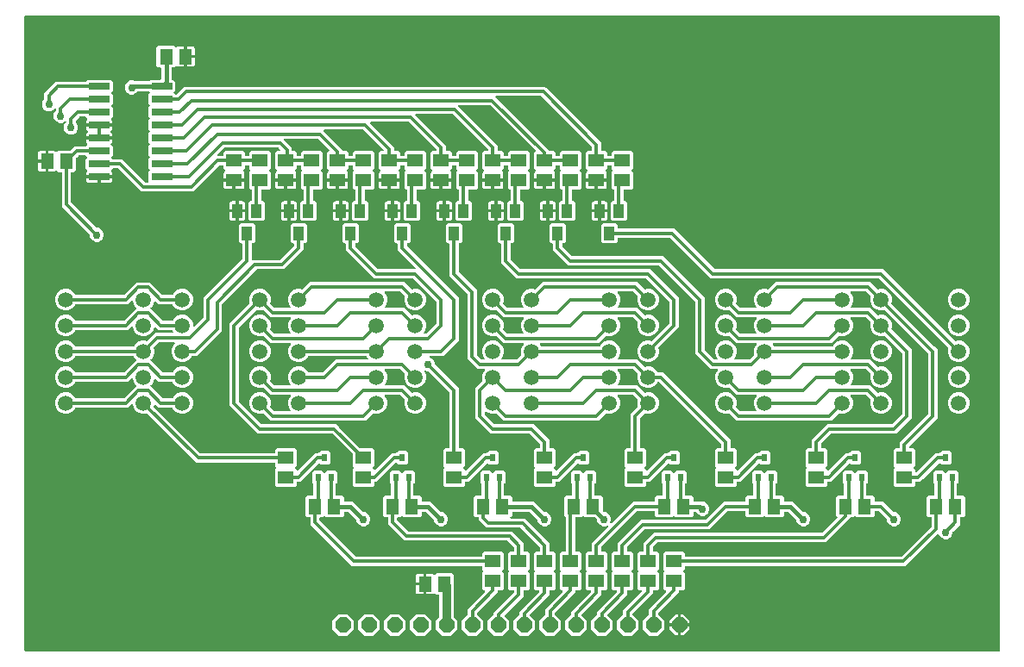
<source format=gbr>
G04 EAGLE Gerber RS-274X export*
G75*
%MOMM*%
%FSLAX34Y34*%
%LPD*%
%INTop Copper*%
%IPPOS*%
%AMOC8*
5,1,8,0,0,1.08239X$1,22.5*%
G01*
%ADD10R,2.032000X0.660400*%
%ADD11C,1.500000*%
%ADD12R,1.000000X1.400000*%
%ADD13R,1.500000X1.300000*%
%ADD14R,0.540000X0.695000*%
%ADD15R,1.300000X1.500000*%
%ADD16P,1.632244X8X22.500000*%
%ADD17C,0.304800*%
%ADD18C,0.406400*%
%ADD19C,0.756400*%
%ADD20C,0.812800*%
%ADD21C,0.806400*%

G36*
X966798Y10164D02*
X966798Y10164D01*
X966817Y10162D01*
X966919Y10184D01*
X967021Y10200D01*
X967038Y10210D01*
X967058Y10214D01*
X967147Y10267D01*
X967238Y10316D01*
X967252Y10330D01*
X967269Y10340D01*
X967336Y10419D01*
X967408Y10494D01*
X967416Y10512D01*
X967429Y10527D01*
X967468Y10623D01*
X967511Y10717D01*
X967513Y10737D01*
X967521Y10755D01*
X967539Y10922D01*
X967539Y633478D01*
X967536Y633498D01*
X967538Y633517D01*
X967516Y633619D01*
X967500Y633721D01*
X967490Y633738D01*
X967486Y633758D01*
X967433Y633847D01*
X967384Y633938D01*
X967370Y633952D01*
X967360Y633969D01*
X967281Y634036D01*
X967206Y634108D01*
X967188Y634116D01*
X967173Y634129D01*
X967077Y634168D01*
X966983Y634211D01*
X966963Y634213D01*
X966945Y634221D01*
X966778Y634239D01*
X10922Y634239D01*
X10902Y634236D01*
X10883Y634238D01*
X10781Y634216D01*
X10679Y634200D01*
X10662Y634190D01*
X10642Y634186D01*
X10553Y634133D01*
X10462Y634084D01*
X10448Y634070D01*
X10431Y634060D01*
X10364Y633981D01*
X10292Y633906D01*
X10284Y633888D01*
X10271Y633873D01*
X10232Y633777D01*
X10189Y633683D01*
X10187Y633663D01*
X10179Y633645D01*
X10161Y633478D01*
X10161Y10922D01*
X10164Y10902D01*
X10162Y10883D01*
X10184Y10781D01*
X10200Y10679D01*
X10210Y10662D01*
X10214Y10642D01*
X10267Y10553D01*
X10316Y10462D01*
X10330Y10448D01*
X10340Y10431D01*
X10419Y10364D01*
X10494Y10292D01*
X10512Y10284D01*
X10527Y10271D01*
X10623Y10232D01*
X10717Y10189D01*
X10737Y10187D01*
X10755Y10179D01*
X10922Y10161D01*
X966778Y10161D01*
X966798Y10164D01*
G37*
%LPC*%
G36*
X79921Y412269D02*
X79921Y412269D01*
X77411Y413309D01*
X75489Y415231D01*
X74449Y417741D01*
X74449Y419149D01*
X74435Y419239D01*
X74427Y419330D01*
X74415Y419359D01*
X74410Y419391D01*
X74367Y419472D01*
X74331Y419556D01*
X74305Y419588D01*
X74294Y419609D01*
X74271Y419631D01*
X74226Y419687D01*
X46837Y447076D01*
X46837Y480180D01*
X46834Y480200D01*
X46836Y480219D01*
X46814Y480321D01*
X46798Y480423D01*
X46788Y480440D01*
X46784Y480460D01*
X46731Y480549D01*
X46682Y480640D01*
X46668Y480654D01*
X46658Y480671D01*
X46579Y480738D01*
X46504Y480810D01*
X46486Y480818D01*
X46471Y480831D01*
X46375Y480870D01*
X46281Y480913D01*
X46261Y480915D01*
X46243Y480923D01*
X46076Y480941D01*
X43647Y480941D01*
X42089Y482499D01*
X42073Y482511D01*
X42060Y482527D01*
X41973Y482583D01*
X41889Y482643D01*
X41870Y482649D01*
X41853Y482660D01*
X41753Y482685D01*
X41654Y482715D01*
X41634Y482715D01*
X41615Y482720D01*
X41512Y482712D01*
X41408Y482709D01*
X41390Y482702D01*
X41370Y482700D01*
X41275Y482660D01*
X41177Y482624D01*
X41162Y482612D01*
X41143Y482604D01*
X41012Y482499D01*
X40470Y481957D01*
X39891Y481622D01*
X39244Y481449D01*
X33933Y481449D01*
X33933Y490728D01*
X33930Y490748D01*
X33932Y490767D01*
X33910Y490869D01*
X33893Y490971D01*
X33884Y490988D01*
X33880Y491008D01*
X33827Y491097D01*
X33778Y491188D01*
X33764Y491202D01*
X33754Y491219D01*
X33675Y491286D01*
X33600Y491357D01*
X33582Y491366D01*
X33567Y491379D01*
X33471Y491418D01*
X33377Y491461D01*
X33357Y491463D01*
X33339Y491471D01*
X33172Y491489D01*
X32409Y491489D01*
X32409Y491491D01*
X33172Y491491D01*
X33192Y491494D01*
X33211Y491492D01*
X33313Y491514D01*
X33415Y491531D01*
X33432Y491540D01*
X33452Y491544D01*
X33541Y491597D01*
X33632Y491646D01*
X33646Y491660D01*
X33663Y491670D01*
X33730Y491749D01*
X33801Y491824D01*
X33810Y491842D01*
X33823Y491857D01*
X33862Y491953D01*
X33905Y492047D01*
X33907Y492067D01*
X33915Y492085D01*
X33933Y492252D01*
X33933Y501531D01*
X39244Y501531D01*
X39891Y501358D01*
X40470Y501023D01*
X41012Y500481D01*
X41029Y500469D01*
X41041Y500453D01*
X41128Y500397D01*
X41212Y500337D01*
X41231Y500331D01*
X41248Y500320D01*
X41348Y500295D01*
X41447Y500265D01*
X41467Y500265D01*
X41487Y500260D01*
X41590Y500268D01*
X41693Y500271D01*
X41712Y500278D01*
X41732Y500280D01*
X41827Y500320D01*
X41924Y500356D01*
X41940Y500368D01*
X41958Y500376D01*
X42089Y500481D01*
X43647Y502039D01*
X55177Y502039D01*
X55267Y502053D01*
X55358Y502061D01*
X55387Y502073D01*
X55419Y502078D01*
X55500Y502121D01*
X55584Y502157D01*
X55616Y502183D01*
X55637Y502194D01*
X55659Y502217D01*
X55715Y502262D01*
X59676Y506223D01*
X70050Y506223D01*
X70140Y506237D01*
X70231Y506245D01*
X70261Y506257D01*
X70293Y506262D01*
X70373Y506305D01*
X70457Y506341D01*
X70489Y506367D01*
X70510Y506378D01*
X70532Y506401D01*
X70588Y506446D01*
X71976Y507833D01*
X72045Y507930D01*
X72116Y508026D01*
X72117Y508030D01*
X72119Y508033D01*
X72155Y508148D01*
X72191Y508260D01*
X72191Y508264D01*
X72192Y508268D01*
X72189Y508388D01*
X72187Y508506D01*
X72185Y508510D01*
X72185Y508514D01*
X72145Y508626D01*
X72105Y508738D01*
X72102Y508741D01*
X72101Y508745D01*
X72027Y508838D01*
X71953Y508932D01*
X71949Y508935D01*
X71947Y508937D01*
X71936Y508945D01*
X71862Y508998D01*
X71373Y509488D01*
X71038Y510067D01*
X70865Y510714D01*
X70865Y512827D01*
X82804Y512827D01*
X82824Y512830D01*
X82843Y512828D01*
X82945Y512850D01*
X83047Y512867D01*
X83064Y512876D01*
X83084Y512880D01*
X83173Y512933D01*
X83264Y512982D01*
X83278Y512996D01*
X83295Y513006D01*
X83362Y513085D01*
X83433Y513160D01*
X83442Y513178D01*
X83455Y513193D01*
X83494Y513289D01*
X83537Y513383D01*
X83539Y513403D01*
X83547Y513421D01*
X83565Y513588D01*
X83565Y514351D01*
X83567Y514351D01*
X83567Y513588D01*
X83570Y513568D01*
X83568Y513549D01*
X83590Y513447D01*
X83607Y513345D01*
X83616Y513328D01*
X83620Y513308D01*
X83673Y513219D01*
X83722Y513128D01*
X83736Y513114D01*
X83746Y513097D01*
X83825Y513030D01*
X83900Y512959D01*
X83918Y512950D01*
X83933Y512937D01*
X84029Y512898D01*
X84123Y512855D01*
X84143Y512853D01*
X84161Y512845D01*
X84328Y512827D01*
X96267Y512827D01*
X96267Y510714D01*
X96094Y510067D01*
X95759Y509488D01*
X95249Y508978D01*
X95223Y508956D01*
X95129Y508881D01*
X95127Y508878D01*
X95124Y508875D01*
X95061Y508775D01*
X94996Y508674D01*
X94995Y508670D01*
X94993Y508667D01*
X94965Y508552D01*
X94936Y508436D01*
X94936Y508432D01*
X94935Y508428D01*
X94946Y508307D01*
X94955Y508191D01*
X94957Y508187D01*
X94957Y508183D01*
X95006Y508072D01*
X95051Y507964D01*
X95054Y507961D01*
X95056Y507958D01*
X95065Y507947D01*
X95156Y507833D01*
X96775Y506215D01*
X96775Y497085D01*
X95528Y495838D01*
X95516Y495822D01*
X95501Y495810D01*
X95445Y495722D01*
X95384Y495639D01*
X95378Y495620D01*
X95368Y495603D01*
X95342Y495502D01*
X95312Y495403D01*
X95312Y495384D01*
X95308Y495364D01*
X95316Y495261D01*
X95318Y495158D01*
X95325Y495139D01*
X95327Y495119D01*
X95367Y495024D01*
X95403Y494927D01*
X95415Y494911D01*
X95423Y494893D01*
X95528Y494762D01*
X96544Y493746D01*
X96618Y493693D01*
X96687Y493633D01*
X96717Y493621D01*
X96744Y493602D01*
X96831Y493575D01*
X96915Y493541D01*
X96956Y493537D01*
X96979Y493530D01*
X97011Y493531D01*
X97082Y493523D01*
X106034Y493523D01*
X128671Y470886D01*
X128745Y470833D01*
X128815Y470773D01*
X128845Y470761D01*
X128871Y470742D01*
X128958Y470715D01*
X129043Y470681D01*
X129084Y470677D01*
X129106Y470670D01*
X129138Y470671D01*
X129209Y470663D01*
X131064Y470663D01*
X131084Y470666D01*
X131103Y470664D01*
X131205Y470686D01*
X131307Y470702D01*
X131324Y470712D01*
X131344Y470716D01*
X131433Y470769D01*
X131524Y470818D01*
X131538Y470832D01*
X131555Y470842D01*
X131622Y470921D01*
X131694Y470996D01*
X131702Y471014D01*
X131715Y471029D01*
X131754Y471125D01*
X131797Y471219D01*
X131799Y471239D01*
X131807Y471257D01*
X131825Y471424D01*
X131825Y480815D01*
X133072Y482062D01*
X133084Y482078D01*
X133099Y482090D01*
X133155Y482178D01*
X133216Y482261D01*
X133222Y482280D01*
X133232Y482297D01*
X133258Y482398D01*
X133288Y482497D01*
X133288Y482516D01*
X133292Y482536D01*
X133284Y482639D01*
X133282Y482742D01*
X133275Y482761D01*
X133273Y482781D01*
X133233Y482876D01*
X133197Y482973D01*
X133185Y482989D01*
X133177Y483007D01*
X133072Y483138D01*
X131825Y484385D01*
X131825Y493515D01*
X133072Y494762D01*
X133084Y494778D01*
X133099Y494790D01*
X133155Y494878D01*
X133216Y494961D01*
X133222Y494980D01*
X133232Y494997D01*
X133258Y495098D01*
X133288Y495197D01*
X133288Y495216D01*
X133292Y495236D01*
X133284Y495339D01*
X133282Y495442D01*
X133275Y495461D01*
X133273Y495481D01*
X133233Y495576D01*
X133197Y495673D01*
X133185Y495689D01*
X133177Y495707D01*
X133072Y495838D01*
X131825Y497085D01*
X131825Y506215D01*
X133072Y507462D01*
X133084Y507478D01*
X133099Y507490D01*
X133155Y507578D01*
X133216Y507661D01*
X133222Y507680D01*
X133232Y507697D01*
X133258Y507798D01*
X133288Y507897D01*
X133288Y507916D01*
X133292Y507936D01*
X133284Y508039D01*
X133282Y508142D01*
X133275Y508161D01*
X133273Y508181D01*
X133233Y508276D01*
X133197Y508373D01*
X133185Y508389D01*
X133177Y508407D01*
X133103Y508500D01*
X133097Y508509D01*
X133091Y508514D01*
X133072Y508538D01*
X131825Y509785D01*
X131825Y518915D01*
X133072Y520162D01*
X133084Y520178D01*
X133099Y520190D01*
X133155Y520278D01*
X133216Y520361D01*
X133222Y520380D01*
X133232Y520397D01*
X133258Y520498D01*
X133288Y520597D01*
X133288Y520616D01*
X133292Y520636D01*
X133284Y520739D01*
X133282Y520842D01*
X133275Y520861D01*
X133273Y520881D01*
X133233Y520976D01*
X133197Y521073D01*
X133185Y521089D01*
X133177Y521107D01*
X133072Y521238D01*
X131825Y522485D01*
X131825Y531615D01*
X133072Y532862D01*
X133084Y532878D01*
X133099Y532890D01*
X133155Y532978D01*
X133216Y533061D01*
X133222Y533080D01*
X133232Y533097D01*
X133258Y533198D01*
X133288Y533297D01*
X133288Y533316D01*
X133292Y533336D01*
X133284Y533439D01*
X133282Y533542D01*
X133275Y533561D01*
X133273Y533581D01*
X133233Y533676D01*
X133197Y533773D01*
X133185Y533789D01*
X133177Y533807D01*
X133072Y533938D01*
X131825Y535185D01*
X131825Y544315D01*
X133072Y545562D01*
X133084Y545578D01*
X133099Y545590D01*
X133130Y545637D01*
X133144Y545653D01*
X133156Y545679D01*
X133216Y545761D01*
X133222Y545780D01*
X133232Y545797D01*
X133258Y545898D01*
X133288Y545997D01*
X133288Y546016D01*
X133292Y546036D01*
X133284Y546139D01*
X133282Y546242D01*
X133275Y546261D01*
X133273Y546281D01*
X133233Y546376D01*
X133197Y546473D01*
X133185Y546489D01*
X133177Y546507D01*
X133072Y546638D01*
X131825Y547885D01*
X131825Y557015D01*
X133072Y558262D01*
X133084Y558278D01*
X133099Y558290D01*
X133155Y558378D01*
X133216Y558461D01*
X133222Y558480D01*
X133232Y558497D01*
X133258Y558598D01*
X133288Y558697D01*
X133288Y558716D01*
X133292Y558736D01*
X133284Y558839D01*
X133282Y558942D01*
X133275Y558961D01*
X133273Y558981D01*
X133233Y559076D01*
X133197Y559173D01*
X133185Y559189D01*
X133177Y559207D01*
X133072Y559338D01*
X132564Y559846D01*
X132490Y559899D01*
X132421Y559959D01*
X132391Y559971D01*
X132364Y559990D01*
X132277Y560017D01*
X132193Y560051D01*
X132152Y560055D01*
X132129Y560062D01*
X132097Y560061D01*
X132026Y560069D01*
X121735Y560069D01*
X121645Y560055D01*
X121554Y560047D01*
X121524Y560035D01*
X121492Y560030D01*
X121411Y559987D01*
X121327Y559951D01*
X121295Y559925D01*
X121275Y559914D01*
X121252Y559891D01*
X121196Y559846D01*
X119439Y558089D01*
X116929Y557049D01*
X114211Y557049D01*
X111701Y558089D01*
X109779Y560011D01*
X108739Y562521D01*
X108739Y565239D01*
X109779Y567749D01*
X111701Y569671D01*
X114211Y570711D01*
X116929Y570711D01*
X117948Y570289D01*
X118011Y570274D01*
X118072Y570249D01*
X118155Y570240D01*
X118187Y570233D01*
X118206Y570234D01*
X118239Y570231D01*
X132026Y570231D01*
X132116Y570245D01*
X132207Y570253D01*
X132237Y570265D01*
X132269Y570270D01*
X132349Y570313D01*
X132433Y570349D01*
X132465Y570375D01*
X132486Y570386D01*
X132508Y570409D01*
X132564Y570454D01*
X133611Y571501D01*
X143408Y571501D01*
X143428Y571504D01*
X143447Y571502D01*
X143549Y571524D01*
X143651Y571540D01*
X143668Y571550D01*
X143688Y571554D01*
X143777Y571607D01*
X143868Y571656D01*
X143882Y571670D01*
X143899Y571680D01*
X143966Y571759D01*
X144038Y571834D01*
X144046Y571852D01*
X144059Y571867D01*
X144098Y571963D01*
X144141Y572057D01*
X144143Y572077D01*
X144151Y572095D01*
X144169Y572262D01*
X144169Y583050D01*
X144166Y583070D01*
X144168Y583089D01*
X144146Y583191D01*
X144130Y583293D01*
X144120Y583310D01*
X144116Y583330D01*
X144063Y583419D01*
X144014Y583510D01*
X144000Y583524D01*
X143990Y583541D01*
X143911Y583608D01*
X143836Y583680D01*
X143818Y583688D01*
X143803Y583701D01*
X143707Y583740D01*
X143613Y583783D01*
X143593Y583785D01*
X143575Y583793D01*
X143408Y583811D01*
X141487Y583811D01*
X139701Y585597D01*
X139701Y603123D01*
X141487Y604909D01*
X157013Y604909D01*
X158571Y603351D01*
X158587Y603339D01*
X158600Y603323D01*
X158687Y603267D01*
X158771Y603207D01*
X158790Y603201D01*
X158806Y603190D01*
X158907Y603165D01*
X159006Y603135D01*
X159026Y603135D01*
X159045Y603130D01*
X159148Y603138D01*
X159252Y603141D01*
X159270Y603148D01*
X159290Y603150D01*
X159385Y603190D01*
X159483Y603226D01*
X159498Y603238D01*
X159517Y603246D01*
X159647Y603351D01*
X160190Y603893D01*
X160769Y604228D01*
X161416Y604401D01*
X166727Y604401D01*
X166727Y595122D01*
X166730Y595102D01*
X166728Y595083D01*
X166750Y594981D01*
X166767Y594879D01*
X166776Y594862D01*
X166780Y594842D01*
X166833Y594753D01*
X166882Y594662D01*
X166896Y594648D01*
X166906Y594631D01*
X166985Y594564D01*
X167060Y594493D01*
X167078Y594484D01*
X167093Y594471D01*
X167189Y594432D01*
X167283Y594389D01*
X167303Y594387D01*
X167321Y594379D01*
X167488Y594361D01*
X168251Y594361D01*
X168251Y594359D01*
X167488Y594359D01*
X167468Y594356D01*
X167449Y594358D01*
X167347Y594336D01*
X167245Y594319D01*
X167228Y594310D01*
X167208Y594306D01*
X167119Y594253D01*
X167028Y594204D01*
X167014Y594190D01*
X166997Y594180D01*
X166930Y594101D01*
X166859Y594026D01*
X166850Y594008D01*
X166837Y593993D01*
X166798Y593897D01*
X166755Y593803D01*
X166753Y593783D01*
X166745Y593765D01*
X166727Y593598D01*
X166727Y584319D01*
X161416Y584319D01*
X160769Y584492D01*
X160190Y584827D01*
X159647Y585369D01*
X159631Y585381D01*
X159619Y585397D01*
X159531Y585453D01*
X159448Y585513D01*
X159429Y585519D01*
X159412Y585530D01*
X159311Y585555D01*
X159213Y585585D01*
X159193Y585585D01*
X159173Y585590D01*
X159070Y585582D01*
X158967Y585579D01*
X158948Y585572D01*
X158928Y585570D01*
X158833Y585530D01*
X158736Y585494D01*
X158720Y585482D01*
X158702Y585474D01*
X158571Y585369D01*
X157013Y583811D01*
X155092Y583811D01*
X155072Y583808D01*
X155053Y583810D01*
X154951Y583788D01*
X154849Y583772D01*
X154832Y583762D01*
X154812Y583758D01*
X154723Y583705D01*
X154632Y583656D01*
X154618Y583642D01*
X154601Y583632D01*
X154534Y583553D01*
X154462Y583478D01*
X154454Y583460D01*
X154441Y583445D01*
X154402Y583349D01*
X154359Y583255D01*
X154357Y583235D01*
X154349Y583217D01*
X154331Y583050D01*
X154331Y572262D01*
X154334Y572242D01*
X154332Y572223D01*
X154354Y572121D01*
X154370Y572019D01*
X154380Y572002D01*
X154384Y571982D01*
X154437Y571893D01*
X154486Y571802D01*
X154500Y571788D01*
X154510Y571771D01*
X154589Y571704D01*
X154664Y571632D01*
X154682Y571624D01*
X154697Y571611D01*
X154793Y571572D01*
X154887Y571529D01*
X154907Y571527D01*
X154925Y571519D01*
X155092Y571501D01*
X156457Y571501D01*
X158243Y569715D01*
X158243Y560585D01*
X156996Y559338D01*
X156984Y559322D01*
X156969Y559310D01*
X156913Y559222D01*
X156852Y559139D01*
X156846Y559120D01*
X156836Y559103D01*
X156810Y559002D01*
X156780Y558903D01*
X156780Y558884D01*
X156776Y558864D01*
X156784Y558761D01*
X156786Y558658D01*
X156793Y558639D01*
X156795Y558619D01*
X156835Y558524D01*
X156871Y558427D01*
X156883Y558411D01*
X156891Y558393D01*
X156996Y558262D01*
X158012Y557246D01*
X158086Y557193D01*
X158155Y557133D01*
X158185Y557121D01*
X158212Y557102D01*
X158299Y557075D01*
X158383Y557041D01*
X158424Y557037D01*
X158447Y557030D01*
X158479Y557031D01*
X158550Y557023D01*
X159081Y557023D01*
X159171Y557037D01*
X159262Y557045D01*
X159291Y557057D01*
X159323Y557062D01*
X159404Y557105D01*
X159488Y557141D01*
X159520Y557167D01*
X159541Y557178D01*
X159563Y557201D01*
X159619Y557246D01*
X167016Y564643D01*
X521324Y564643D01*
X576073Y509894D01*
X576073Y502410D01*
X576076Y502390D01*
X576074Y502371D01*
X576096Y502269D01*
X576112Y502167D01*
X576122Y502150D01*
X576126Y502130D01*
X576179Y502041D01*
X576228Y501950D01*
X576242Y501936D01*
X576252Y501919D01*
X576331Y501852D01*
X576406Y501780D01*
X576424Y501772D01*
X576439Y501759D01*
X576535Y501720D01*
X576629Y501677D01*
X576649Y501675D01*
X576667Y501667D01*
X576834Y501649D01*
X580263Y501649D01*
X582049Y499863D01*
X582049Y497434D01*
X582052Y497414D01*
X582050Y497395D01*
X582072Y497293D01*
X582088Y497191D01*
X582098Y497174D01*
X582102Y497154D01*
X582155Y497065D01*
X582204Y496974D01*
X582218Y496960D01*
X582228Y496943D01*
X582307Y496876D01*
X582382Y496804D01*
X582400Y496796D01*
X582415Y496783D01*
X582511Y496744D01*
X582605Y496701D01*
X582625Y496699D01*
X582643Y496691D01*
X582810Y496673D01*
X585590Y496673D01*
X585610Y496676D01*
X585629Y496674D01*
X585731Y496696D01*
X585833Y496712D01*
X585850Y496722D01*
X585870Y496726D01*
X585959Y496779D01*
X586050Y496828D01*
X586064Y496842D01*
X586081Y496852D01*
X586148Y496931D01*
X586220Y497006D01*
X586228Y497024D01*
X586241Y497039D01*
X586280Y497135D01*
X586323Y497229D01*
X586325Y497249D01*
X586333Y497267D01*
X586351Y497434D01*
X586351Y499863D01*
X588137Y501649D01*
X605663Y501649D01*
X607449Y499863D01*
X607449Y484337D01*
X606250Y483138D01*
X606238Y483122D01*
X606223Y483110D01*
X606167Y483022D01*
X606106Y482939D01*
X606100Y482920D01*
X606090Y482903D01*
X606064Y482802D01*
X606034Y482703D01*
X606034Y482684D01*
X606030Y482664D01*
X606038Y482561D01*
X606040Y482458D01*
X606047Y482439D01*
X606049Y482419D01*
X606089Y482324D01*
X606125Y482227D01*
X606137Y482211D01*
X606145Y482193D01*
X606250Y482062D01*
X607449Y480863D01*
X607449Y465337D01*
X605663Y463551D01*
X599034Y463551D01*
X599014Y463548D01*
X598995Y463550D01*
X598893Y463528D01*
X598791Y463512D01*
X598774Y463502D01*
X598754Y463498D01*
X598665Y463445D01*
X598574Y463396D01*
X598560Y463382D01*
X598543Y463372D01*
X598476Y463293D01*
X598404Y463218D01*
X598396Y463200D01*
X598383Y463185D01*
X598344Y463089D01*
X598301Y462995D01*
X598299Y462975D01*
X598291Y462957D01*
X598273Y462790D01*
X598273Y453610D01*
X598276Y453590D01*
X598274Y453571D01*
X598296Y453469D01*
X598312Y453367D01*
X598322Y453350D01*
X598326Y453330D01*
X598379Y453241D01*
X598428Y453150D01*
X598442Y453136D01*
X598452Y453119D01*
X598531Y453052D01*
X598606Y452980D01*
X598624Y452972D01*
X598639Y452959D01*
X598735Y452920D01*
X598829Y452877D01*
X598849Y452875D01*
X598867Y452867D01*
X599034Y452849D01*
X599963Y452849D01*
X601749Y451063D01*
X601749Y434537D01*
X599963Y432751D01*
X587437Y432751D01*
X585651Y434537D01*
X585651Y451063D01*
X587437Y452849D01*
X588366Y452849D01*
X588386Y452852D01*
X588405Y452850D01*
X588507Y452872D01*
X588609Y452888D01*
X588626Y452898D01*
X588646Y452902D01*
X588735Y452955D01*
X588826Y453004D01*
X588840Y453018D01*
X588857Y453028D01*
X588924Y453107D01*
X588996Y453182D01*
X589004Y453200D01*
X589017Y453215D01*
X589056Y453311D01*
X589099Y453405D01*
X589101Y453425D01*
X589109Y453443D01*
X589127Y453610D01*
X589127Y462790D01*
X589124Y462810D01*
X589126Y462829D01*
X589104Y462931D01*
X589088Y463033D01*
X589078Y463050D01*
X589074Y463070D01*
X589021Y463159D01*
X588972Y463250D01*
X588958Y463264D01*
X588948Y463281D01*
X588869Y463348D01*
X588794Y463420D01*
X588776Y463428D01*
X588761Y463441D01*
X588665Y463480D01*
X588571Y463523D01*
X588551Y463525D01*
X588533Y463533D01*
X588366Y463551D01*
X588137Y463551D01*
X586351Y465337D01*
X586351Y480863D01*
X587550Y482062D01*
X587562Y482078D01*
X587577Y482090D01*
X587633Y482178D01*
X587694Y482261D01*
X587700Y482280D01*
X587710Y482297D01*
X587736Y482398D01*
X587766Y482497D01*
X587766Y482516D01*
X587770Y482536D01*
X587762Y482639D01*
X587760Y482742D01*
X587753Y482761D01*
X587751Y482781D01*
X587711Y482876D01*
X587675Y482973D01*
X587663Y482989D01*
X587655Y483007D01*
X587550Y483138D01*
X586351Y484337D01*
X586351Y486766D01*
X586348Y486786D01*
X586350Y486805D01*
X586328Y486907D01*
X586312Y487009D01*
X586302Y487026D01*
X586298Y487046D01*
X586245Y487135D01*
X586196Y487226D01*
X586182Y487240D01*
X586172Y487257D01*
X586093Y487324D01*
X586018Y487396D01*
X586000Y487404D01*
X585985Y487417D01*
X585889Y487456D01*
X585795Y487499D01*
X585775Y487501D01*
X585757Y487509D01*
X585590Y487527D01*
X582810Y487527D01*
X582790Y487524D01*
X582771Y487526D01*
X582669Y487504D01*
X582567Y487488D01*
X582550Y487478D01*
X582530Y487474D01*
X582441Y487421D01*
X582350Y487372D01*
X582336Y487358D01*
X582319Y487348D01*
X582252Y487269D01*
X582180Y487194D01*
X582172Y487176D01*
X582159Y487161D01*
X582120Y487065D01*
X582077Y486971D01*
X582075Y486951D01*
X582067Y486933D01*
X582049Y486766D01*
X582049Y484337D01*
X580491Y482779D01*
X580479Y482763D01*
X580463Y482750D01*
X580407Y482663D01*
X580347Y482579D01*
X580341Y482560D01*
X580330Y482544D01*
X580305Y482443D01*
X580275Y482344D01*
X580275Y482324D01*
X580270Y482305D01*
X580278Y482202D01*
X580281Y482098D01*
X580288Y482080D01*
X580290Y482060D01*
X580330Y481965D01*
X580366Y481867D01*
X580378Y481852D01*
X580386Y481833D01*
X580491Y481703D01*
X581033Y481160D01*
X581368Y480581D01*
X581541Y479934D01*
X581541Y474623D01*
X572262Y474623D01*
X572242Y474620D01*
X572223Y474622D01*
X572121Y474600D01*
X572019Y474583D01*
X572002Y474574D01*
X571982Y474570D01*
X571893Y474517D01*
X571802Y474468D01*
X571788Y474454D01*
X571771Y474444D01*
X571704Y474365D01*
X571633Y474290D01*
X571624Y474272D01*
X571611Y474257D01*
X571572Y474161D01*
X571529Y474067D01*
X571527Y474047D01*
X571519Y474029D01*
X571501Y473862D01*
X571501Y473099D01*
X571499Y473099D01*
X571499Y473862D01*
X571496Y473882D01*
X571498Y473901D01*
X571476Y474003D01*
X571459Y474105D01*
X571450Y474122D01*
X571446Y474142D01*
X571393Y474231D01*
X571344Y474322D01*
X571330Y474336D01*
X571320Y474353D01*
X571241Y474420D01*
X571166Y474491D01*
X571148Y474500D01*
X571133Y474513D01*
X571037Y474552D01*
X570943Y474595D01*
X570923Y474597D01*
X570905Y474605D01*
X570738Y474623D01*
X561459Y474623D01*
X561459Y479934D01*
X561632Y480581D01*
X561967Y481160D01*
X562509Y481703D01*
X562521Y481719D01*
X562537Y481731D01*
X562593Y481819D01*
X562653Y481902D01*
X562659Y481921D01*
X562670Y481938D01*
X562695Y482039D01*
X562725Y482137D01*
X562725Y482157D01*
X562730Y482177D01*
X562722Y482280D01*
X562719Y482383D01*
X562712Y482402D01*
X562710Y482422D01*
X562670Y482517D01*
X562634Y482614D01*
X562622Y482630D01*
X562614Y482648D01*
X562509Y482779D01*
X560951Y484337D01*
X560951Y499863D01*
X562737Y501649D01*
X566166Y501649D01*
X566186Y501652D01*
X566205Y501650D01*
X566307Y501672D01*
X566409Y501688D01*
X566426Y501698D01*
X566446Y501702D01*
X566535Y501755D01*
X566626Y501804D01*
X566640Y501818D01*
X566657Y501828D01*
X566724Y501907D01*
X566796Y501982D01*
X566804Y502000D01*
X566817Y502015D01*
X566856Y502111D01*
X566899Y502205D01*
X566901Y502225D01*
X566909Y502243D01*
X566927Y502410D01*
X566927Y505791D01*
X566913Y505881D01*
X566905Y505972D01*
X566893Y506001D01*
X566888Y506033D01*
X566845Y506114D01*
X566809Y506198D01*
X566783Y506230D01*
X566772Y506251D01*
X566749Y506273D01*
X566704Y506329D01*
X517759Y555274D01*
X517685Y555327D01*
X517615Y555387D01*
X517585Y555399D01*
X517559Y555418D01*
X517472Y555445D01*
X517387Y555479D01*
X517346Y555483D01*
X517324Y555490D01*
X517292Y555489D01*
X517221Y555497D01*
X473227Y555497D01*
X473157Y555486D01*
X473085Y555484D01*
X473036Y555466D01*
X472985Y555458D01*
X472921Y555424D01*
X472854Y555399D01*
X472813Y555367D01*
X472767Y555342D01*
X472718Y555290D01*
X472662Y555246D01*
X472634Y555202D01*
X472598Y555164D01*
X472568Y555099D01*
X472529Y555039D01*
X472516Y554988D01*
X472494Y554941D01*
X472486Y554870D01*
X472469Y554800D01*
X472473Y554748D01*
X472467Y554697D01*
X472482Y554626D01*
X472488Y554555D01*
X472508Y554507D01*
X472519Y554456D01*
X472556Y554395D01*
X472584Y554329D01*
X472629Y554273D01*
X472646Y554245D01*
X472663Y554230D01*
X472689Y554198D01*
X525015Y501872D01*
X525089Y501819D01*
X525159Y501759D01*
X525189Y501747D01*
X525215Y501728D01*
X525302Y501701D01*
X525387Y501667D01*
X525428Y501663D01*
X525450Y501656D01*
X525482Y501657D01*
X525553Y501649D01*
X529463Y501649D01*
X531249Y499863D01*
X531249Y497434D01*
X531252Y497414D01*
X531250Y497395D01*
X531272Y497293D01*
X531288Y497191D01*
X531298Y497174D01*
X531302Y497154D01*
X531355Y497065D01*
X531404Y496974D01*
X531418Y496960D01*
X531428Y496943D01*
X531507Y496876D01*
X531582Y496804D01*
X531600Y496796D01*
X531615Y496783D01*
X531711Y496744D01*
X531805Y496701D01*
X531825Y496699D01*
X531843Y496691D01*
X532010Y496673D01*
X534790Y496673D01*
X534810Y496676D01*
X534829Y496674D01*
X534931Y496696D01*
X535033Y496712D01*
X535050Y496722D01*
X535070Y496726D01*
X535159Y496779D01*
X535250Y496828D01*
X535264Y496842D01*
X535281Y496852D01*
X535348Y496931D01*
X535420Y497006D01*
X535428Y497024D01*
X535441Y497039D01*
X535480Y497135D01*
X535523Y497229D01*
X535525Y497249D01*
X535533Y497267D01*
X535551Y497434D01*
X535551Y499863D01*
X537337Y501649D01*
X554863Y501649D01*
X556649Y499863D01*
X556649Y484337D01*
X555450Y483138D01*
X555438Y483122D01*
X555423Y483110D01*
X555367Y483022D01*
X555306Y482939D01*
X555300Y482920D01*
X555290Y482903D01*
X555264Y482802D01*
X555234Y482703D01*
X555234Y482684D01*
X555230Y482664D01*
X555238Y482561D01*
X555240Y482458D01*
X555247Y482439D01*
X555249Y482419D01*
X555289Y482324D01*
X555325Y482227D01*
X555337Y482211D01*
X555345Y482193D01*
X555450Y482062D01*
X556649Y480863D01*
X556649Y465337D01*
X554863Y463551D01*
X548234Y463551D01*
X548214Y463548D01*
X548195Y463550D01*
X548093Y463528D01*
X547991Y463512D01*
X547974Y463502D01*
X547954Y463498D01*
X547865Y463445D01*
X547774Y463396D01*
X547760Y463382D01*
X547743Y463372D01*
X547676Y463293D01*
X547604Y463218D01*
X547596Y463200D01*
X547583Y463185D01*
X547544Y463089D01*
X547501Y462995D01*
X547499Y462975D01*
X547491Y462957D01*
X547473Y462790D01*
X547473Y453610D01*
X547476Y453590D01*
X547474Y453571D01*
X547496Y453469D01*
X547512Y453367D01*
X547522Y453350D01*
X547526Y453330D01*
X547579Y453241D01*
X547628Y453150D01*
X547642Y453136D01*
X547652Y453119D01*
X547731Y453052D01*
X547806Y452980D01*
X547824Y452972D01*
X547839Y452959D01*
X547935Y452920D01*
X548029Y452877D01*
X548049Y452875D01*
X548067Y452867D01*
X548234Y452849D01*
X549163Y452849D01*
X550949Y451063D01*
X550949Y434537D01*
X549163Y432751D01*
X536637Y432751D01*
X534851Y434537D01*
X534851Y451063D01*
X536637Y452849D01*
X537566Y452849D01*
X537586Y452852D01*
X537605Y452850D01*
X537707Y452872D01*
X537809Y452888D01*
X537826Y452898D01*
X537846Y452902D01*
X537935Y452955D01*
X538026Y453004D01*
X538040Y453018D01*
X538057Y453028D01*
X538124Y453107D01*
X538196Y453182D01*
X538204Y453200D01*
X538217Y453215D01*
X538256Y453311D01*
X538299Y453405D01*
X538301Y453425D01*
X538309Y453443D01*
X538327Y453610D01*
X538327Y462790D01*
X538324Y462810D01*
X538326Y462829D01*
X538304Y462931D01*
X538288Y463033D01*
X538278Y463050D01*
X538274Y463070D01*
X538221Y463159D01*
X538172Y463250D01*
X538158Y463264D01*
X538148Y463281D01*
X538069Y463348D01*
X537994Y463420D01*
X537976Y463428D01*
X537961Y463441D01*
X537865Y463480D01*
X537771Y463523D01*
X537751Y463525D01*
X537733Y463533D01*
X537566Y463551D01*
X537337Y463551D01*
X535551Y465337D01*
X535551Y480863D01*
X536750Y482062D01*
X536762Y482078D01*
X536777Y482090D01*
X536833Y482178D01*
X536894Y482261D01*
X536900Y482280D01*
X536910Y482297D01*
X536936Y482398D01*
X536966Y482497D01*
X536966Y482516D01*
X536970Y482536D01*
X536962Y482639D01*
X536960Y482742D01*
X536953Y482761D01*
X536951Y482781D01*
X536911Y482876D01*
X536875Y482973D01*
X536863Y482989D01*
X536855Y483007D01*
X536750Y483138D01*
X535551Y484337D01*
X535551Y486766D01*
X535548Y486786D01*
X535550Y486805D01*
X535528Y486907D01*
X535512Y487009D01*
X535502Y487026D01*
X535498Y487046D01*
X535445Y487135D01*
X535396Y487226D01*
X535382Y487240D01*
X535372Y487257D01*
X535293Y487324D01*
X535218Y487396D01*
X535200Y487404D01*
X535185Y487417D01*
X535089Y487456D01*
X534995Y487499D01*
X534975Y487501D01*
X534957Y487509D01*
X534790Y487527D01*
X532010Y487527D01*
X531990Y487524D01*
X531971Y487526D01*
X531869Y487504D01*
X531767Y487488D01*
X531750Y487478D01*
X531730Y487474D01*
X531641Y487421D01*
X531550Y487372D01*
X531536Y487358D01*
X531519Y487348D01*
X531452Y487269D01*
X531380Y487194D01*
X531372Y487176D01*
X531359Y487161D01*
X531320Y487065D01*
X531277Y486971D01*
X531275Y486951D01*
X531267Y486933D01*
X531249Y486766D01*
X531249Y484337D01*
X529691Y482779D01*
X529679Y482763D01*
X529663Y482750D01*
X529607Y482663D01*
X529547Y482579D01*
X529541Y482560D01*
X529530Y482544D01*
X529505Y482443D01*
X529475Y482344D01*
X529475Y482324D01*
X529470Y482305D01*
X529478Y482202D01*
X529481Y482098D01*
X529488Y482080D01*
X529490Y482060D01*
X529530Y481965D01*
X529566Y481867D01*
X529578Y481852D01*
X529586Y481833D01*
X529691Y481703D01*
X530233Y481160D01*
X530568Y480581D01*
X530741Y479934D01*
X530741Y474623D01*
X521462Y474623D01*
X521442Y474620D01*
X521423Y474622D01*
X521321Y474600D01*
X521219Y474583D01*
X521202Y474574D01*
X521182Y474570D01*
X521093Y474517D01*
X521002Y474468D01*
X520988Y474454D01*
X520971Y474444D01*
X520904Y474365D01*
X520833Y474290D01*
X520824Y474272D01*
X520811Y474257D01*
X520772Y474161D01*
X520729Y474067D01*
X520727Y474047D01*
X520719Y474029D01*
X520701Y473862D01*
X520701Y473099D01*
X520699Y473099D01*
X520699Y473862D01*
X520696Y473882D01*
X520698Y473901D01*
X520676Y474003D01*
X520659Y474105D01*
X520650Y474122D01*
X520646Y474142D01*
X520593Y474231D01*
X520544Y474322D01*
X520530Y474336D01*
X520520Y474353D01*
X520441Y474420D01*
X520366Y474491D01*
X520348Y474500D01*
X520333Y474513D01*
X520237Y474552D01*
X520143Y474595D01*
X520123Y474597D01*
X520105Y474605D01*
X519938Y474623D01*
X510659Y474623D01*
X510659Y479934D01*
X510832Y480581D01*
X511167Y481160D01*
X511709Y481703D01*
X511721Y481719D01*
X511737Y481731D01*
X511793Y481819D01*
X511853Y481902D01*
X511859Y481921D01*
X511870Y481938D01*
X511895Y482039D01*
X511925Y482137D01*
X511925Y482157D01*
X511930Y482177D01*
X511922Y482280D01*
X511919Y482383D01*
X511912Y482402D01*
X511910Y482422D01*
X511870Y482517D01*
X511834Y482614D01*
X511822Y482630D01*
X511814Y482648D01*
X511709Y482779D01*
X510151Y484337D01*
X510151Y499863D01*
X511583Y501294D01*
X511594Y501310D01*
X511610Y501323D01*
X511666Y501410D01*
X511726Y501494D01*
X511732Y501513D01*
X511743Y501530D01*
X511768Y501630D01*
X511798Y501729D01*
X511798Y501749D01*
X511803Y501768D01*
X511795Y501871D01*
X511792Y501975D01*
X511785Y501994D01*
X511784Y502013D01*
X511743Y502108D01*
X511708Y502206D01*
X511695Y502221D01*
X511687Y502240D01*
X511583Y502371D01*
X467569Y546384D01*
X467495Y546437D01*
X467425Y546497D01*
X467395Y546509D01*
X467369Y546528D01*
X467282Y546555D01*
X467197Y546589D01*
X467156Y546593D01*
X467134Y546600D01*
X467102Y546599D01*
X467031Y546607D01*
X436397Y546607D01*
X436327Y546596D01*
X436255Y546594D01*
X436206Y546576D01*
X436155Y546568D01*
X436091Y546534D01*
X436024Y546509D01*
X435983Y546477D01*
X435937Y546452D01*
X435888Y546400D01*
X435832Y546356D01*
X435804Y546312D01*
X435768Y546274D01*
X435738Y546209D01*
X435699Y546149D01*
X435686Y546098D01*
X435664Y546051D01*
X435656Y545980D01*
X435639Y545910D01*
X435643Y545858D01*
X435637Y545807D01*
X435652Y545736D01*
X435658Y545665D01*
X435678Y545617D01*
X435689Y545566D01*
X435726Y545505D01*
X435754Y545439D01*
X435799Y545383D01*
X435816Y545355D01*
X435833Y545340D01*
X435859Y545308D01*
X474473Y506694D01*
X474473Y502410D01*
X474476Y502390D01*
X474474Y502371D01*
X474496Y502269D01*
X474512Y502167D01*
X474522Y502150D01*
X474526Y502130D01*
X474579Y502041D01*
X474628Y501950D01*
X474642Y501936D01*
X474652Y501919D01*
X474731Y501852D01*
X474806Y501780D01*
X474824Y501772D01*
X474839Y501759D01*
X474935Y501720D01*
X475029Y501677D01*
X475049Y501675D01*
X475067Y501667D01*
X475234Y501649D01*
X478663Y501649D01*
X480449Y499863D01*
X480449Y497434D01*
X480452Y497414D01*
X480450Y497395D01*
X480472Y497293D01*
X480488Y497191D01*
X480498Y497174D01*
X480502Y497154D01*
X480555Y497065D01*
X480604Y496974D01*
X480618Y496960D01*
X480628Y496943D01*
X480707Y496876D01*
X480782Y496804D01*
X480800Y496796D01*
X480815Y496783D01*
X480911Y496744D01*
X481005Y496701D01*
X481025Y496699D01*
X481043Y496691D01*
X481210Y496673D01*
X483990Y496673D01*
X484010Y496676D01*
X484029Y496674D01*
X484131Y496696D01*
X484233Y496712D01*
X484250Y496722D01*
X484270Y496726D01*
X484359Y496779D01*
X484450Y496828D01*
X484464Y496842D01*
X484481Y496852D01*
X484548Y496931D01*
X484620Y497006D01*
X484628Y497024D01*
X484641Y497039D01*
X484680Y497135D01*
X484723Y497229D01*
X484725Y497249D01*
X484733Y497267D01*
X484751Y497434D01*
X484751Y499863D01*
X486537Y501649D01*
X504063Y501649D01*
X505849Y499863D01*
X505849Y484337D01*
X504650Y483138D01*
X504638Y483122D01*
X504623Y483110D01*
X504567Y483022D01*
X504506Y482939D01*
X504500Y482920D01*
X504490Y482903D01*
X504464Y482802D01*
X504434Y482703D01*
X504434Y482684D01*
X504430Y482664D01*
X504438Y482561D01*
X504440Y482458D01*
X504447Y482439D01*
X504449Y482419D01*
X504489Y482324D01*
X504525Y482227D01*
X504537Y482211D01*
X504545Y482193D01*
X504650Y482062D01*
X505849Y480863D01*
X505849Y465337D01*
X504063Y463551D01*
X497434Y463551D01*
X497414Y463548D01*
X497395Y463550D01*
X497293Y463528D01*
X497191Y463512D01*
X497174Y463502D01*
X497154Y463498D01*
X497065Y463445D01*
X496974Y463396D01*
X496960Y463382D01*
X496943Y463372D01*
X496876Y463293D01*
X496804Y463218D01*
X496796Y463200D01*
X496783Y463185D01*
X496744Y463089D01*
X496701Y462995D01*
X496699Y462975D01*
X496691Y462957D01*
X496673Y462790D01*
X496673Y453610D01*
X496676Y453590D01*
X496674Y453571D01*
X496696Y453469D01*
X496712Y453367D01*
X496722Y453350D01*
X496726Y453330D01*
X496779Y453241D01*
X496828Y453150D01*
X496842Y453136D01*
X496852Y453119D01*
X496931Y453052D01*
X497006Y452980D01*
X497024Y452972D01*
X497039Y452959D01*
X497135Y452920D01*
X497229Y452877D01*
X497249Y452875D01*
X497267Y452867D01*
X497434Y452849D01*
X498363Y452849D01*
X500149Y451063D01*
X500149Y434537D01*
X498363Y432751D01*
X485837Y432751D01*
X484051Y434537D01*
X484051Y451063D01*
X485837Y452849D01*
X486766Y452849D01*
X486786Y452852D01*
X486805Y452850D01*
X486907Y452872D01*
X487009Y452888D01*
X487026Y452898D01*
X487046Y452902D01*
X487135Y452955D01*
X487226Y453004D01*
X487240Y453018D01*
X487257Y453028D01*
X487324Y453107D01*
X487396Y453182D01*
X487404Y453200D01*
X487417Y453215D01*
X487456Y453311D01*
X487499Y453405D01*
X487501Y453425D01*
X487509Y453443D01*
X487527Y453610D01*
X487527Y462790D01*
X487524Y462810D01*
X487526Y462829D01*
X487504Y462931D01*
X487488Y463033D01*
X487478Y463050D01*
X487474Y463070D01*
X487421Y463159D01*
X487372Y463250D01*
X487358Y463264D01*
X487348Y463281D01*
X487269Y463348D01*
X487194Y463420D01*
X487176Y463428D01*
X487161Y463441D01*
X487065Y463480D01*
X486971Y463523D01*
X486951Y463525D01*
X486933Y463533D01*
X486766Y463551D01*
X486537Y463551D01*
X484751Y465337D01*
X484751Y480863D01*
X485950Y482062D01*
X485962Y482078D01*
X485977Y482090D01*
X486033Y482178D01*
X486094Y482261D01*
X486100Y482280D01*
X486110Y482297D01*
X486136Y482398D01*
X486166Y482497D01*
X486166Y482516D01*
X486170Y482536D01*
X486162Y482639D01*
X486160Y482742D01*
X486153Y482761D01*
X486151Y482781D01*
X486111Y482876D01*
X486075Y482973D01*
X486063Y482989D01*
X486055Y483007D01*
X485950Y483138D01*
X484751Y484337D01*
X484751Y486766D01*
X484748Y486786D01*
X484750Y486805D01*
X484728Y486907D01*
X484712Y487009D01*
X484702Y487026D01*
X484698Y487046D01*
X484645Y487135D01*
X484596Y487226D01*
X484582Y487240D01*
X484572Y487257D01*
X484493Y487324D01*
X484418Y487396D01*
X484400Y487404D01*
X484385Y487417D01*
X484289Y487456D01*
X484195Y487499D01*
X484175Y487501D01*
X484157Y487509D01*
X483990Y487527D01*
X481210Y487527D01*
X481190Y487524D01*
X481171Y487526D01*
X481069Y487504D01*
X480967Y487488D01*
X480950Y487478D01*
X480930Y487474D01*
X480841Y487421D01*
X480750Y487372D01*
X480736Y487358D01*
X480719Y487348D01*
X480652Y487269D01*
X480580Y487194D01*
X480572Y487176D01*
X480559Y487161D01*
X480520Y487065D01*
X480477Y486971D01*
X480475Y486951D01*
X480467Y486933D01*
X480449Y486766D01*
X480449Y484337D01*
X478891Y482779D01*
X478879Y482763D01*
X478863Y482750D01*
X478807Y482663D01*
X478747Y482579D01*
X478741Y482560D01*
X478730Y482544D01*
X478705Y482443D01*
X478675Y482344D01*
X478675Y482324D01*
X478670Y482305D01*
X478678Y482202D01*
X478681Y482098D01*
X478688Y482080D01*
X478690Y482060D01*
X478730Y481965D01*
X478766Y481867D01*
X478778Y481852D01*
X478786Y481833D01*
X478891Y481703D01*
X479433Y481160D01*
X479768Y480581D01*
X479941Y479934D01*
X479941Y474623D01*
X470662Y474623D01*
X470642Y474620D01*
X470623Y474622D01*
X470521Y474600D01*
X470419Y474583D01*
X470402Y474574D01*
X470382Y474570D01*
X470293Y474517D01*
X470202Y474468D01*
X470188Y474454D01*
X470171Y474444D01*
X470104Y474365D01*
X470033Y474290D01*
X470024Y474272D01*
X470011Y474257D01*
X469972Y474161D01*
X469929Y474067D01*
X469927Y474047D01*
X469919Y474029D01*
X469901Y473862D01*
X469901Y473099D01*
X469899Y473099D01*
X469899Y473862D01*
X469896Y473882D01*
X469898Y473901D01*
X469876Y474003D01*
X469859Y474105D01*
X469850Y474122D01*
X469846Y474142D01*
X469793Y474231D01*
X469744Y474322D01*
X469730Y474336D01*
X469720Y474353D01*
X469641Y474420D01*
X469566Y474491D01*
X469548Y474500D01*
X469533Y474513D01*
X469437Y474552D01*
X469343Y474595D01*
X469323Y474597D01*
X469305Y474605D01*
X469138Y474623D01*
X459859Y474623D01*
X459859Y479934D01*
X460032Y480581D01*
X460367Y481160D01*
X460909Y481703D01*
X460921Y481719D01*
X460937Y481731D01*
X460993Y481819D01*
X461053Y481902D01*
X461059Y481921D01*
X461070Y481938D01*
X461095Y482039D01*
X461125Y482137D01*
X461125Y482157D01*
X461130Y482177D01*
X461122Y482280D01*
X461119Y482383D01*
X461112Y482402D01*
X461110Y482422D01*
X461070Y482517D01*
X461034Y482614D01*
X461022Y482630D01*
X461014Y482648D01*
X460909Y482779D01*
X459351Y484337D01*
X459351Y499863D01*
X461137Y501649D01*
X464566Y501649D01*
X464586Y501652D01*
X464605Y501650D01*
X464707Y501672D01*
X464809Y501688D01*
X464826Y501698D01*
X464846Y501702D01*
X464935Y501755D01*
X465026Y501804D01*
X465040Y501818D01*
X465057Y501828D01*
X465124Y501907D01*
X465196Y501982D01*
X465204Y502000D01*
X465217Y502015D01*
X465256Y502111D01*
X465299Y502205D01*
X465301Y502225D01*
X465309Y502243D01*
X465327Y502410D01*
X465327Y502591D01*
X465313Y502681D01*
X465305Y502772D01*
X465293Y502801D01*
X465288Y502833D01*
X465245Y502914D01*
X465209Y502998D01*
X465183Y503030D01*
X465172Y503051D01*
X465149Y503073D01*
X465104Y503129D01*
X430739Y537494D01*
X430665Y537547D01*
X430595Y537607D01*
X430565Y537619D01*
X430539Y537638D01*
X430452Y537665D01*
X430367Y537699D01*
X430326Y537703D01*
X430304Y537710D01*
X430272Y537709D01*
X430201Y537717D01*
X394487Y537717D01*
X394417Y537706D01*
X394345Y537704D01*
X394296Y537686D01*
X394245Y537678D01*
X394181Y537644D01*
X394114Y537619D01*
X394073Y537587D01*
X394027Y537562D01*
X393978Y537510D01*
X393922Y537466D01*
X393894Y537422D01*
X393858Y537384D01*
X393828Y537319D01*
X393789Y537259D01*
X393776Y537208D01*
X393754Y537161D01*
X393746Y537090D01*
X393729Y537020D01*
X393733Y536968D01*
X393727Y536917D01*
X393742Y536846D01*
X393748Y536775D01*
X393768Y536727D01*
X393779Y536676D01*
X393816Y536615D01*
X393844Y536549D01*
X393889Y536493D01*
X393906Y536465D01*
X393914Y536458D01*
X393916Y536455D01*
X393927Y536445D01*
X393949Y536418D01*
X423673Y506694D01*
X423673Y502410D01*
X423676Y502390D01*
X423674Y502371D01*
X423696Y502269D01*
X423712Y502167D01*
X423722Y502150D01*
X423726Y502130D01*
X423779Y502041D01*
X423828Y501950D01*
X423842Y501936D01*
X423852Y501919D01*
X423931Y501852D01*
X424006Y501780D01*
X424024Y501772D01*
X424039Y501759D01*
X424135Y501720D01*
X424229Y501677D01*
X424249Y501675D01*
X424267Y501667D01*
X424434Y501649D01*
X427863Y501649D01*
X429649Y499863D01*
X429649Y497434D01*
X429652Y497414D01*
X429650Y497395D01*
X429672Y497293D01*
X429688Y497191D01*
X429698Y497174D01*
X429702Y497154D01*
X429755Y497065D01*
X429804Y496974D01*
X429818Y496960D01*
X429828Y496943D01*
X429907Y496876D01*
X429982Y496804D01*
X430000Y496796D01*
X430015Y496783D01*
X430111Y496744D01*
X430205Y496701D01*
X430225Y496699D01*
X430243Y496691D01*
X430410Y496673D01*
X433190Y496673D01*
X433210Y496676D01*
X433229Y496674D01*
X433331Y496696D01*
X433433Y496712D01*
X433450Y496722D01*
X433470Y496726D01*
X433559Y496779D01*
X433650Y496828D01*
X433664Y496842D01*
X433681Y496852D01*
X433748Y496931D01*
X433820Y497006D01*
X433828Y497024D01*
X433841Y497039D01*
X433880Y497135D01*
X433923Y497229D01*
X433925Y497249D01*
X433933Y497267D01*
X433951Y497434D01*
X433951Y499863D01*
X435737Y501649D01*
X453263Y501649D01*
X455049Y499863D01*
X455049Y484337D01*
X453850Y483138D01*
X453838Y483122D01*
X453823Y483110D01*
X453767Y483022D01*
X453706Y482939D01*
X453700Y482920D01*
X453690Y482903D01*
X453664Y482802D01*
X453634Y482703D01*
X453634Y482684D01*
X453630Y482664D01*
X453638Y482561D01*
X453640Y482458D01*
X453647Y482439D01*
X453649Y482419D01*
X453689Y482324D01*
X453725Y482227D01*
X453737Y482211D01*
X453745Y482193D01*
X453850Y482062D01*
X455049Y480863D01*
X455049Y465337D01*
X453263Y463551D01*
X446634Y463551D01*
X446614Y463548D01*
X446595Y463550D01*
X446493Y463528D01*
X446391Y463512D01*
X446374Y463502D01*
X446354Y463498D01*
X446265Y463445D01*
X446174Y463396D01*
X446160Y463382D01*
X446143Y463372D01*
X446076Y463293D01*
X446004Y463218D01*
X445996Y463200D01*
X445983Y463185D01*
X445944Y463089D01*
X445901Y462995D01*
X445899Y462975D01*
X445891Y462957D01*
X445873Y462790D01*
X445873Y453610D01*
X445876Y453590D01*
X445874Y453571D01*
X445896Y453469D01*
X445912Y453367D01*
X445922Y453350D01*
X445926Y453330D01*
X445979Y453241D01*
X446028Y453150D01*
X446042Y453136D01*
X446052Y453119D01*
X446131Y453052D01*
X446206Y452980D01*
X446224Y452972D01*
X446239Y452959D01*
X446335Y452920D01*
X446429Y452877D01*
X446449Y452875D01*
X446467Y452867D01*
X446634Y452849D01*
X447563Y452849D01*
X449349Y451063D01*
X449349Y434537D01*
X447563Y432751D01*
X435037Y432751D01*
X433251Y434537D01*
X433251Y451063D01*
X435037Y452849D01*
X435966Y452849D01*
X435986Y452852D01*
X436005Y452850D01*
X436107Y452872D01*
X436209Y452888D01*
X436226Y452898D01*
X436246Y452902D01*
X436335Y452955D01*
X436426Y453004D01*
X436440Y453018D01*
X436457Y453028D01*
X436524Y453107D01*
X436596Y453182D01*
X436604Y453200D01*
X436617Y453215D01*
X436656Y453311D01*
X436699Y453405D01*
X436701Y453425D01*
X436709Y453443D01*
X436727Y453610D01*
X436727Y462790D01*
X436724Y462810D01*
X436726Y462829D01*
X436704Y462931D01*
X436688Y463033D01*
X436678Y463050D01*
X436674Y463070D01*
X436621Y463159D01*
X436572Y463250D01*
X436558Y463264D01*
X436548Y463281D01*
X436469Y463348D01*
X436394Y463420D01*
X436376Y463428D01*
X436361Y463441D01*
X436265Y463480D01*
X436171Y463523D01*
X436151Y463525D01*
X436133Y463533D01*
X435966Y463551D01*
X435737Y463551D01*
X433951Y465337D01*
X433951Y480863D01*
X435150Y482062D01*
X435162Y482078D01*
X435177Y482090D01*
X435233Y482178D01*
X435294Y482261D01*
X435300Y482280D01*
X435310Y482297D01*
X435336Y482398D01*
X435366Y482497D01*
X435366Y482516D01*
X435370Y482536D01*
X435362Y482639D01*
X435360Y482742D01*
X435353Y482761D01*
X435351Y482781D01*
X435311Y482876D01*
X435275Y482973D01*
X435263Y482989D01*
X435255Y483007D01*
X435150Y483138D01*
X433951Y484337D01*
X433951Y486766D01*
X433948Y486786D01*
X433950Y486805D01*
X433928Y486907D01*
X433912Y487009D01*
X433902Y487026D01*
X433898Y487046D01*
X433845Y487135D01*
X433796Y487226D01*
X433782Y487240D01*
X433772Y487257D01*
X433693Y487324D01*
X433618Y487396D01*
X433600Y487404D01*
X433585Y487417D01*
X433489Y487456D01*
X433395Y487499D01*
X433375Y487501D01*
X433357Y487509D01*
X433190Y487527D01*
X430410Y487527D01*
X430390Y487524D01*
X430371Y487526D01*
X430269Y487504D01*
X430167Y487488D01*
X430150Y487478D01*
X430130Y487474D01*
X430041Y487421D01*
X429950Y487372D01*
X429936Y487358D01*
X429919Y487348D01*
X429852Y487269D01*
X429780Y487194D01*
X429772Y487176D01*
X429759Y487161D01*
X429720Y487065D01*
X429677Y486971D01*
X429675Y486951D01*
X429667Y486933D01*
X429649Y486766D01*
X429649Y484337D01*
X428091Y482779D01*
X428079Y482763D01*
X428063Y482750D01*
X428007Y482663D01*
X427947Y482579D01*
X427941Y482560D01*
X427930Y482544D01*
X427905Y482443D01*
X427875Y482344D01*
X427875Y482324D01*
X427870Y482305D01*
X427878Y482202D01*
X427881Y482098D01*
X427888Y482080D01*
X427890Y482060D01*
X427930Y481965D01*
X427966Y481867D01*
X427978Y481852D01*
X427986Y481833D01*
X428091Y481703D01*
X428633Y481160D01*
X428968Y480581D01*
X429141Y479934D01*
X429141Y474623D01*
X419862Y474623D01*
X419842Y474620D01*
X419823Y474622D01*
X419721Y474600D01*
X419619Y474583D01*
X419602Y474574D01*
X419582Y474570D01*
X419493Y474517D01*
X419402Y474468D01*
X419388Y474454D01*
X419371Y474444D01*
X419304Y474365D01*
X419233Y474290D01*
X419224Y474272D01*
X419211Y474257D01*
X419172Y474161D01*
X419129Y474067D01*
X419127Y474047D01*
X419119Y474029D01*
X419101Y473862D01*
X419101Y473099D01*
X419099Y473099D01*
X419099Y473862D01*
X419096Y473882D01*
X419098Y473901D01*
X419076Y474003D01*
X419059Y474105D01*
X419050Y474122D01*
X419046Y474142D01*
X418993Y474231D01*
X418944Y474322D01*
X418930Y474336D01*
X418920Y474353D01*
X418841Y474420D01*
X418766Y474491D01*
X418748Y474500D01*
X418733Y474513D01*
X418637Y474552D01*
X418543Y474595D01*
X418523Y474597D01*
X418505Y474605D01*
X418338Y474623D01*
X409059Y474623D01*
X409059Y479934D01*
X409232Y480581D01*
X409567Y481160D01*
X410109Y481703D01*
X410121Y481719D01*
X410137Y481731D01*
X410193Y481819D01*
X410253Y481902D01*
X410259Y481921D01*
X410270Y481938D01*
X410295Y482039D01*
X410325Y482137D01*
X410325Y482157D01*
X410330Y482177D01*
X410322Y482280D01*
X410319Y482383D01*
X410312Y482402D01*
X410310Y482422D01*
X410270Y482517D01*
X410234Y482614D01*
X410222Y482630D01*
X410214Y482648D01*
X410109Y482779D01*
X408551Y484337D01*
X408551Y499863D01*
X410337Y501649D01*
X413766Y501649D01*
X413786Y501652D01*
X413805Y501650D01*
X413907Y501672D01*
X414009Y501688D01*
X414026Y501698D01*
X414046Y501702D01*
X414135Y501755D01*
X414226Y501804D01*
X414240Y501818D01*
X414257Y501828D01*
X414324Y501907D01*
X414396Y501982D01*
X414404Y502000D01*
X414417Y502015D01*
X414456Y502111D01*
X414499Y502205D01*
X414501Y502225D01*
X414509Y502243D01*
X414527Y502410D01*
X414527Y502591D01*
X414513Y502681D01*
X414505Y502772D01*
X414493Y502801D01*
X414488Y502833D01*
X414445Y502914D01*
X414409Y502998D01*
X414383Y503030D01*
X414372Y503051D01*
X414349Y503073D01*
X414304Y503129D01*
X387559Y529874D01*
X387485Y529927D01*
X387415Y529987D01*
X387385Y529999D01*
X387359Y530018D01*
X387272Y530045D01*
X387187Y530079D01*
X387146Y530083D01*
X387124Y530090D01*
X387092Y530089D01*
X387021Y530097D01*
X350037Y530097D01*
X349967Y530086D01*
X349895Y530084D01*
X349846Y530066D01*
X349795Y530058D01*
X349731Y530024D01*
X349664Y529999D01*
X349623Y529967D01*
X349577Y529942D01*
X349528Y529890D01*
X349472Y529846D01*
X349444Y529802D01*
X349408Y529764D01*
X349378Y529699D01*
X349339Y529639D01*
X349326Y529588D01*
X349304Y529541D01*
X349296Y529470D01*
X349279Y529400D01*
X349283Y529348D01*
X349277Y529297D01*
X349292Y529226D01*
X349298Y529155D01*
X349318Y529107D01*
X349329Y529056D01*
X349366Y528995D01*
X349394Y528929D01*
X349439Y528873D01*
X349456Y528845D01*
X349458Y528843D01*
X349458Y528842D01*
X349474Y528829D01*
X349499Y528798D01*
X372873Y505424D01*
X372873Y502410D01*
X372876Y502390D01*
X372874Y502371D01*
X372896Y502269D01*
X372912Y502167D01*
X372922Y502150D01*
X372926Y502130D01*
X372979Y502041D01*
X373028Y501950D01*
X373042Y501936D01*
X373052Y501919D01*
X373131Y501852D01*
X373206Y501780D01*
X373224Y501772D01*
X373239Y501759D01*
X373335Y501720D01*
X373429Y501677D01*
X373449Y501675D01*
X373467Y501667D01*
X373634Y501649D01*
X377063Y501649D01*
X378849Y499863D01*
X378849Y497434D01*
X378852Y497414D01*
X378850Y497395D01*
X378872Y497293D01*
X378888Y497191D01*
X378898Y497174D01*
X378902Y497154D01*
X378955Y497065D01*
X379004Y496974D01*
X379018Y496960D01*
X379028Y496943D01*
X379107Y496876D01*
X379182Y496804D01*
X379200Y496796D01*
X379215Y496783D01*
X379311Y496744D01*
X379405Y496701D01*
X379425Y496699D01*
X379443Y496691D01*
X379610Y496673D01*
X382390Y496673D01*
X382410Y496676D01*
X382429Y496674D01*
X382531Y496696D01*
X382633Y496712D01*
X382650Y496722D01*
X382670Y496726D01*
X382759Y496779D01*
X382850Y496828D01*
X382864Y496842D01*
X382881Y496852D01*
X382948Y496931D01*
X383020Y497006D01*
X383028Y497024D01*
X383041Y497039D01*
X383080Y497135D01*
X383123Y497229D01*
X383125Y497249D01*
X383133Y497267D01*
X383151Y497434D01*
X383151Y499863D01*
X384937Y501649D01*
X402463Y501649D01*
X404249Y499863D01*
X404249Y484337D01*
X403050Y483138D01*
X403038Y483122D01*
X403023Y483110D01*
X402967Y483022D01*
X402906Y482939D01*
X402900Y482920D01*
X402890Y482903D01*
X402864Y482802D01*
X402834Y482703D01*
X402834Y482684D01*
X402830Y482664D01*
X402838Y482561D01*
X402840Y482458D01*
X402847Y482439D01*
X402849Y482419D01*
X402889Y482324D01*
X402925Y482227D01*
X402937Y482211D01*
X402945Y482193D01*
X403050Y482062D01*
X404249Y480863D01*
X404249Y465337D01*
X402463Y463551D01*
X395834Y463551D01*
X395814Y463548D01*
X395795Y463550D01*
X395693Y463528D01*
X395591Y463512D01*
X395574Y463502D01*
X395554Y463498D01*
X395465Y463445D01*
X395374Y463396D01*
X395360Y463382D01*
X395343Y463372D01*
X395276Y463293D01*
X395204Y463218D01*
X395196Y463200D01*
X395183Y463185D01*
X395144Y463089D01*
X395101Y462995D01*
X395099Y462975D01*
X395091Y462957D01*
X395073Y462790D01*
X395073Y453610D01*
X395076Y453590D01*
X395074Y453571D01*
X395096Y453469D01*
X395112Y453367D01*
X395122Y453350D01*
X395126Y453330D01*
X395179Y453241D01*
X395228Y453150D01*
X395242Y453136D01*
X395252Y453119D01*
X395331Y453052D01*
X395406Y452980D01*
X395424Y452972D01*
X395439Y452959D01*
X395535Y452920D01*
X395629Y452877D01*
X395649Y452875D01*
X395667Y452867D01*
X395834Y452849D01*
X396763Y452849D01*
X398549Y451063D01*
X398549Y434537D01*
X396763Y432751D01*
X384237Y432751D01*
X382451Y434537D01*
X382451Y451063D01*
X384237Y452849D01*
X385166Y452849D01*
X385186Y452852D01*
X385205Y452850D01*
X385307Y452872D01*
X385409Y452888D01*
X385426Y452898D01*
X385446Y452902D01*
X385535Y452955D01*
X385626Y453004D01*
X385640Y453018D01*
X385657Y453028D01*
X385724Y453107D01*
X385796Y453182D01*
X385804Y453200D01*
X385817Y453215D01*
X385856Y453311D01*
X385899Y453405D01*
X385901Y453425D01*
X385909Y453443D01*
X385927Y453610D01*
X385927Y462790D01*
X385924Y462810D01*
X385926Y462829D01*
X385904Y462931D01*
X385888Y463033D01*
X385878Y463050D01*
X385874Y463070D01*
X385821Y463159D01*
X385772Y463250D01*
X385758Y463264D01*
X385748Y463281D01*
X385669Y463348D01*
X385594Y463420D01*
X385576Y463428D01*
X385561Y463441D01*
X385465Y463480D01*
X385371Y463523D01*
X385351Y463525D01*
X385333Y463533D01*
X385166Y463551D01*
X384937Y463551D01*
X383151Y465337D01*
X383151Y480863D01*
X384350Y482062D01*
X384362Y482078D01*
X384377Y482090D01*
X384433Y482178D01*
X384494Y482261D01*
X384500Y482280D01*
X384510Y482297D01*
X384536Y482398D01*
X384566Y482497D01*
X384566Y482516D01*
X384570Y482536D01*
X384562Y482639D01*
X384560Y482742D01*
X384553Y482761D01*
X384551Y482781D01*
X384511Y482876D01*
X384475Y482973D01*
X384463Y482989D01*
X384455Y483007D01*
X384350Y483138D01*
X383151Y484337D01*
X383151Y486766D01*
X383148Y486786D01*
X383150Y486805D01*
X383128Y486907D01*
X383112Y487009D01*
X383102Y487026D01*
X383098Y487046D01*
X383045Y487135D01*
X382996Y487226D01*
X382982Y487240D01*
X382972Y487257D01*
X382893Y487324D01*
X382818Y487396D01*
X382800Y487404D01*
X382785Y487417D01*
X382689Y487456D01*
X382595Y487499D01*
X382575Y487501D01*
X382557Y487509D01*
X382390Y487527D01*
X379610Y487527D01*
X379590Y487524D01*
X379571Y487526D01*
X379469Y487504D01*
X379367Y487488D01*
X379350Y487478D01*
X379330Y487474D01*
X379241Y487421D01*
X379150Y487372D01*
X379136Y487358D01*
X379119Y487348D01*
X379052Y487269D01*
X378980Y487194D01*
X378972Y487176D01*
X378959Y487161D01*
X378920Y487065D01*
X378877Y486971D01*
X378875Y486951D01*
X378867Y486933D01*
X378849Y486766D01*
X378849Y484337D01*
X377291Y482779D01*
X377279Y482763D01*
X377263Y482750D01*
X377207Y482663D01*
X377147Y482579D01*
X377141Y482560D01*
X377130Y482544D01*
X377105Y482443D01*
X377075Y482344D01*
X377075Y482324D01*
X377070Y482305D01*
X377078Y482202D01*
X377081Y482098D01*
X377088Y482080D01*
X377090Y482060D01*
X377130Y481965D01*
X377166Y481867D01*
X377178Y481852D01*
X377186Y481833D01*
X377291Y481703D01*
X377833Y481160D01*
X378168Y480581D01*
X378341Y479934D01*
X378341Y474623D01*
X369062Y474623D01*
X369042Y474620D01*
X369023Y474622D01*
X368921Y474600D01*
X368819Y474583D01*
X368802Y474574D01*
X368782Y474570D01*
X368693Y474517D01*
X368602Y474468D01*
X368588Y474454D01*
X368571Y474444D01*
X368504Y474365D01*
X368433Y474290D01*
X368424Y474272D01*
X368411Y474257D01*
X368372Y474161D01*
X368329Y474067D01*
X368327Y474047D01*
X368319Y474029D01*
X368301Y473862D01*
X368301Y473099D01*
X368299Y473099D01*
X368299Y473862D01*
X368296Y473882D01*
X368298Y473901D01*
X368276Y474003D01*
X368259Y474105D01*
X368250Y474122D01*
X368246Y474142D01*
X368193Y474231D01*
X368144Y474322D01*
X368130Y474336D01*
X368120Y474353D01*
X368041Y474420D01*
X367966Y474491D01*
X367948Y474500D01*
X367933Y474513D01*
X367837Y474552D01*
X367743Y474595D01*
X367723Y474597D01*
X367705Y474605D01*
X367538Y474623D01*
X358259Y474623D01*
X358259Y479934D01*
X358432Y480581D01*
X358767Y481160D01*
X359309Y481703D01*
X359321Y481719D01*
X359337Y481731D01*
X359393Y481819D01*
X359453Y481902D01*
X359459Y481921D01*
X359470Y481938D01*
X359495Y482039D01*
X359525Y482137D01*
X359525Y482157D01*
X359530Y482177D01*
X359522Y482280D01*
X359519Y482383D01*
X359512Y482402D01*
X359510Y482422D01*
X359470Y482517D01*
X359434Y482614D01*
X359422Y482630D01*
X359414Y482648D01*
X359309Y482779D01*
X357751Y484337D01*
X357751Y499863D01*
X359537Y501649D01*
X361877Y501649D01*
X361947Y501660D01*
X362019Y501662D01*
X362068Y501680D01*
X362119Y501688D01*
X362183Y501722D01*
X362250Y501747D01*
X362291Y501779D01*
X362337Y501804D01*
X362386Y501856D01*
X362442Y501900D01*
X362470Y501944D01*
X362506Y501982D01*
X362536Y502047D01*
X362575Y502107D01*
X362588Y502158D01*
X362610Y502205D01*
X362618Y502276D01*
X362635Y502346D01*
X362631Y502398D01*
X362637Y502449D01*
X362622Y502520D01*
X362616Y502591D01*
X362596Y502639D01*
X362585Y502690D01*
X362548Y502751D01*
X362520Y502817D01*
X362475Y502873D01*
X362458Y502901D01*
X362441Y502916D01*
X362415Y502948D01*
X343109Y522254D01*
X343035Y522307D01*
X342965Y522367D01*
X342935Y522379D01*
X342909Y522398D01*
X342822Y522425D01*
X342737Y522459D01*
X342696Y522463D01*
X342674Y522470D01*
X342642Y522469D01*
X342571Y522477D01*
X304317Y522477D01*
X304247Y522466D01*
X304175Y522464D01*
X304126Y522446D01*
X304075Y522438D01*
X304011Y522404D01*
X303944Y522379D01*
X303903Y522347D01*
X303857Y522322D01*
X303808Y522270D01*
X303752Y522226D01*
X303724Y522182D01*
X303688Y522144D01*
X303658Y522079D01*
X303619Y522019D01*
X303606Y521968D01*
X303584Y521921D01*
X303576Y521850D01*
X303559Y521780D01*
X303563Y521728D01*
X303557Y521677D01*
X303572Y521606D01*
X303578Y521535D01*
X303598Y521487D01*
X303609Y521436D01*
X303646Y521375D01*
X303674Y521309D01*
X303719Y521253D01*
X303736Y521225D01*
X303753Y521210D01*
X303779Y521178D01*
X322073Y502884D01*
X322073Y502410D01*
X322076Y502390D01*
X322074Y502371D01*
X322096Y502269D01*
X322112Y502167D01*
X322122Y502150D01*
X322126Y502130D01*
X322179Y502041D01*
X322228Y501950D01*
X322242Y501936D01*
X322252Y501919D01*
X322331Y501852D01*
X322406Y501780D01*
X322424Y501772D01*
X322439Y501759D01*
X322535Y501720D01*
X322629Y501677D01*
X322649Y501675D01*
X322667Y501667D01*
X322834Y501649D01*
X326263Y501649D01*
X328049Y499863D01*
X328049Y497434D01*
X328052Y497414D01*
X328050Y497395D01*
X328072Y497293D01*
X328088Y497191D01*
X328098Y497174D01*
X328102Y497154D01*
X328155Y497065D01*
X328204Y496974D01*
X328218Y496960D01*
X328228Y496943D01*
X328307Y496876D01*
X328382Y496804D01*
X328400Y496796D01*
X328415Y496783D01*
X328511Y496744D01*
X328605Y496701D01*
X328625Y496699D01*
X328643Y496691D01*
X328810Y496673D01*
X331590Y496673D01*
X331610Y496676D01*
X331629Y496674D01*
X331731Y496696D01*
X331833Y496712D01*
X331850Y496722D01*
X331870Y496726D01*
X331959Y496779D01*
X332050Y496828D01*
X332064Y496842D01*
X332081Y496852D01*
X332148Y496931D01*
X332220Y497006D01*
X332228Y497024D01*
X332241Y497039D01*
X332280Y497135D01*
X332323Y497229D01*
X332325Y497249D01*
X332333Y497267D01*
X332351Y497434D01*
X332351Y499863D01*
X334137Y501649D01*
X351663Y501649D01*
X353449Y499863D01*
X353449Y484337D01*
X352250Y483138D01*
X352238Y483122D01*
X352223Y483110D01*
X352167Y483022D01*
X352106Y482939D01*
X352100Y482920D01*
X352090Y482903D01*
X352064Y482802D01*
X352034Y482703D01*
X352034Y482684D01*
X352030Y482664D01*
X352038Y482561D01*
X352040Y482458D01*
X352047Y482439D01*
X352049Y482419D01*
X352089Y482324D01*
X352125Y482227D01*
X352137Y482211D01*
X352145Y482193D01*
X352250Y482062D01*
X353449Y480863D01*
X353449Y465337D01*
X351663Y463551D01*
X345034Y463551D01*
X345014Y463548D01*
X344995Y463550D01*
X344893Y463528D01*
X344791Y463512D01*
X344774Y463502D01*
X344754Y463498D01*
X344665Y463445D01*
X344574Y463396D01*
X344560Y463382D01*
X344543Y463372D01*
X344476Y463293D01*
X344404Y463218D01*
X344396Y463200D01*
X344383Y463185D01*
X344344Y463089D01*
X344301Y462995D01*
X344299Y462975D01*
X344291Y462957D01*
X344273Y462790D01*
X344273Y453610D01*
X344276Y453590D01*
X344274Y453571D01*
X344296Y453469D01*
X344312Y453367D01*
X344322Y453350D01*
X344326Y453330D01*
X344379Y453241D01*
X344428Y453150D01*
X344442Y453136D01*
X344452Y453119D01*
X344531Y453052D01*
X344606Y452980D01*
X344624Y452972D01*
X344639Y452959D01*
X344735Y452920D01*
X344829Y452877D01*
X344849Y452875D01*
X344867Y452867D01*
X345034Y452849D01*
X345963Y452849D01*
X347749Y451063D01*
X347749Y434537D01*
X345963Y432751D01*
X333437Y432751D01*
X331651Y434537D01*
X331651Y451063D01*
X333437Y452849D01*
X334366Y452849D01*
X334386Y452852D01*
X334405Y452850D01*
X334507Y452872D01*
X334609Y452888D01*
X334626Y452898D01*
X334646Y452902D01*
X334735Y452955D01*
X334826Y453004D01*
X334840Y453018D01*
X334857Y453028D01*
X334924Y453107D01*
X334996Y453182D01*
X335004Y453200D01*
X335017Y453215D01*
X335056Y453311D01*
X335099Y453405D01*
X335101Y453425D01*
X335109Y453443D01*
X335127Y453610D01*
X335127Y462790D01*
X335124Y462810D01*
X335126Y462829D01*
X335104Y462931D01*
X335088Y463033D01*
X335078Y463050D01*
X335074Y463070D01*
X335021Y463159D01*
X334972Y463250D01*
X334958Y463264D01*
X334948Y463281D01*
X334869Y463348D01*
X334794Y463420D01*
X334776Y463428D01*
X334761Y463441D01*
X334665Y463480D01*
X334571Y463523D01*
X334551Y463525D01*
X334533Y463533D01*
X334366Y463551D01*
X334137Y463551D01*
X332351Y465337D01*
X332351Y480863D01*
X333550Y482062D01*
X333562Y482078D01*
X333577Y482090D01*
X333633Y482178D01*
X333694Y482261D01*
X333700Y482280D01*
X333710Y482297D01*
X333736Y482398D01*
X333766Y482497D01*
X333766Y482516D01*
X333770Y482536D01*
X333762Y482639D01*
X333760Y482742D01*
X333753Y482761D01*
X333751Y482781D01*
X333711Y482876D01*
X333675Y482973D01*
X333663Y482989D01*
X333655Y483007D01*
X333550Y483138D01*
X332351Y484337D01*
X332351Y486766D01*
X332348Y486786D01*
X332350Y486805D01*
X332328Y486907D01*
X332312Y487009D01*
X332302Y487026D01*
X332298Y487046D01*
X332245Y487135D01*
X332196Y487226D01*
X332182Y487240D01*
X332172Y487257D01*
X332093Y487324D01*
X332018Y487396D01*
X332000Y487404D01*
X331985Y487417D01*
X331889Y487456D01*
X331795Y487499D01*
X331775Y487501D01*
X331757Y487509D01*
X331590Y487527D01*
X328810Y487527D01*
X328790Y487524D01*
X328771Y487526D01*
X328669Y487504D01*
X328567Y487488D01*
X328550Y487478D01*
X328530Y487474D01*
X328441Y487421D01*
X328350Y487372D01*
X328336Y487358D01*
X328319Y487348D01*
X328252Y487269D01*
X328180Y487194D01*
X328172Y487176D01*
X328159Y487161D01*
X328120Y487065D01*
X328077Y486971D01*
X328075Y486951D01*
X328067Y486933D01*
X328049Y486766D01*
X328049Y484337D01*
X326491Y482779D01*
X326479Y482763D01*
X326463Y482750D01*
X326407Y482663D01*
X326347Y482579D01*
X326341Y482560D01*
X326330Y482544D01*
X326305Y482443D01*
X326275Y482344D01*
X326275Y482324D01*
X326270Y482305D01*
X326278Y482202D01*
X326281Y482098D01*
X326288Y482080D01*
X326290Y482060D01*
X326330Y481965D01*
X326366Y481867D01*
X326378Y481852D01*
X326386Y481833D01*
X326491Y481703D01*
X327033Y481160D01*
X327368Y480581D01*
X327541Y479934D01*
X327541Y474623D01*
X318262Y474623D01*
X318242Y474620D01*
X318223Y474622D01*
X318121Y474600D01*
X318019Y474583D01*
X318002Y474574D01*
X317982Y474570D01*
X317893Y474517D01*
X317802Y474468D01*
X317788Y474454D01*
X317771Y474444D01*
X317704Y474365D01*
X317633Y474290D01*
X317624Y474272D01*
X317611Y474257D01*
X317572Y474161D01*
X317529Y474067D01*
X317527Y474047D01*
X317519Y474029D01*
X317501Y473862D01*
X317501Y473099D01*
X317499Y473099D01*
X317499Y473862D01*
X317496Y473882D01*
X317498Y473901D01*
X317476Y474003D01*
X317459Y474105D01*
X317450Y474122D01*
X317446Y474142D01*
X317393Y474231D01*
X317344Y474322D01*
X317330Y474336D01*
X317320Y474353D01*
X317241Y474420D01*
X317166Y474491D01*
X317148Y474500D01*
X317133Y474513D01*
X317037Y474552D01*
X316943Y474595D01*
X316923Y474597D01*
X316905Y474605D01*
X316738Y474623D01*
X307459Y474623D01*
X307459Y479934D01*
X307632Y480581D01*
X307967Y481160D01*
X308509Y481703D01*
X308521Y481719D01*
X308537Y481731D01*
X308593Y481819D01*
X308653Y481902D01*
X308659Y481921D01*
X308670Y481938D01*
X308695Y482039D01*
X308725Y482137D01*
X308725Y482157D01*
X308730Y482177D01*
X308722Y482280D01*
X308719Y482383D01*
X308712Y482402D01*
X308710Y482422D01*
X308670Y482517D01*
X308634Y482614D01*
X308622Y482630D01*
X308614Y482648D01*
X308509Y482779D01*
X306951Y484337D01*
X306951Y499863D01*
X308776Y501688D01*
X308779Y501688D01*
X308843Y501722D01*
X308910Y501747D01*
X308951Y501779D01*
X308997Y501804D01*
X309046Y501856D01*
X309102Y501900D01*
X309130Y501944D01*
X309166Y501982D01*
X309196Y502047D01*
X309235Y502107D01*
X309248Y502158D01*
X309270Y502205D01*
X309278Y502276D01*
X309295Y502346D01*
X309291Y502398D01*
X309297Y502449D01*
X309282Y502520D01*
X309276Y502591D01*
X309256Y502639D01*
X309245Y502690D01*
X309208Y502751D01*
X309180Y502817D01*
X309135Y502873D01*
X309118Y502901D01*
X309101Y502916D01*
X309075Y502948D01*
X298659Y513364D01*
X298585Y513417D01*
X298515Y513477D01*
X298485Y513489D01*
X298459Y513508D01*
X298372Y513535D01*
X298287Y513569D01*
X298246Y513573D01*
X298224Y513580D01*
X298192Y513579D01*
X298121Y513587D01*
X265607Y513587D01*
X265537Y513576D01*
X265465Y513574D01*
X265416Y513556D01*
X265365Y513548D01*
X265301Y513514D01*
X265234Y513489D01*
X265193Y513457D01*
X265147Y513432D01*
X265098Y513380D01*
X265042Y513336D01*
X265014Y513292D01*
X264978Y513254D01*
X264948Y513189D01*
X264909Y513129D01*
X264896Y513078D01*
X264874Y513031D01*
X264866Y512960D01*
X264849Y512890D01*
X264853Y512838D01*
X264847Y512787D01*
X264862Y512716D01*
X264868Y512645D01*
X264888Y512597D01*
X264899Y512546D01*
X264936Y512485D01*
X264964Y512419D01*
X265009Y512363D01*
X265026Y512335D01*
X265043Y512320D01*
X265069Y512288D01*
X272543Y504814D01*
X272543Y502410D01*
X272546Y502390D01*
X272544Y502371D01*
X272566Y502269D01*
X272582Y502167D01*
X272592Y502150D01*
X272596Y502130D01*
X272649Y502041D01*
X272698Y501950D01*
X272712Y501936D01*
X272722Y501919D01*
X272801Y501852D01*
X272876Y501780D01*
X272894Y501772D01*
X272909Y501759D01*
X273005Y501720D01*
X273099Y501677D01*
X273119Y501675D01*
X273137Y501667D01*
X273304Y501649D01*
X275463Y501649D01*
X277249Y499863D01*
X277249Y497434D01*
X277252Y497414D01*
X277250Y497395D01*
X277272Y497293D01*
X277288Y497191D01*
X277298Y497174D01*
X277302Y497154D01*
X277355Y497065D01*
X277404Y496974D01*
X277418Y496960D01*
X277428Y496943D01*
X277507Y496876D01*
X277582Y496804D01*
X277600Y496796D01*
X277615Y496783D01*
X277711Y496744D01*
X277805Y496701D01*
X277825Y496699D01*
X277843Y496691D01*
X278010Y496673D01*
X280790Y496673D01*
X280810Y496676D01*
X280829Y496674D01*
X280931Y496696D01*
X281033Y496712D01*
X281050Y496722D01*
X281070Y496726D01*
X281159Y496779D01*
X281250Y496828D01*
X281264Y496842D01*
X281281Y496852D01*
X281348Y496931D01*
X281420Y497006D01*
X281428Y497024D01*
X281441Y497039D01*
X281480Y497135D01*
X281523Y497229D01*
X281525Y497249D01*
X281533Y497267D01*
X281551Y497434D01*
X281551Y499863D01*
X283337Y501649D01*
X300863Y501649D01*
X302649Y499863D01*
X302649Y484337D01*
X301450Y483138D01*
X301438Y483122D01*
X301423Y483110D01*
X301367Y483022D01*
X301306Y482939D01*
X301300Y482920D01*
X301290Y482903D01*
X301264Y482802D01*
X301234Y482703D01*
X301234Y482684D01*
X301230Y482664D01*
X301238Y482561D01*
X301240Y482458D01*
X301247Y482439D01*
X301249Y482419D01*
X301289Y482324D01*
X301325Y482227D01*
X301337Y482211D01*
X301345Y482193D01*
X301450Y482062D01*
X302649Y480863D01*
X302649Y465337D01*
X300863Y463551D01*
X294234Y463551D01*
X294214Y463548D01*
X294195Y463550D01*
X294093Y463528D01*
X293991Y463512D01*
X293974Y463502D01*
X293954Y463498D01*
X293865Y463445D01*
X293774Y463396D01*
X293760Y463382D01*
X293743Y463372D01*
X293676Y463293D01*
X293604Y463218D01*
X293596Y463200D01*
X293583Y463185D01*
X293544Y463089D01*
X293501Y462995D01*
X293499Y462975D01*
X293491Y462957D01*
X293473Y462790D01*
X293473Y453610D01*
X293476Y453590D01*
X293474Y453571D01*
X293496Y453469D01*
X293512Y453367D01*
X293522Y453350D01*
X293526Y453330D01*
X293579Y453241D01*
X293628Y453150D01*
X293642Y453136D01*
X293652Y453119D01*
X293731Y453052D01*
X293806Y452980D01*
X293824Y452972D01*
X293839Y452959D01*
X293935Y452920D01*
X294029Y452877D01*
X294049Y452875D01*
X294067Y452867D01*
X294234Y452849D01*
X295163Y452849D01*
X296949Y451063D01*
X296949Y434537D01*
X295163Y432751D01*
X282637Y432751D01*
X280851Y434537D01*
X280851Y451063D01*
X282637Y452849D01*
X283566Y452849D01*
X283586Y452852D01*
X283605Y452850D01*
X283707Y452872D01*
X283809Y452888D01*
X283826Y452898D01*
X283846Y452902D01*
X283935Y452955D01*
X284026Y453004D01*
X284040Y453018D01*
X284057Y453028D01*
X284124Y453107D01*
X284196Y453182D01*
X284204Y453200D01*
X284217Y453215D01*
X284256Y453311D01*
X284299Y453405D01*
X284301Y453425D01*
X284309Y453443D01*
X284327Y453610D01*
X284327Y462790D01*
X284324Y462810D01*
X284326Y462829D01*
X284304Y462931D01*
X284288Y463033D01*
X284278Y463050D01*
X284274Y463070D01*
X284221Y463159D01*
X284172Y463250D01*
X284158Y463264D01*
X284148Y463281D01*
X284069Y463348D01*
X283994Y463420D01*
X283976Y463428D01*
X283961Y463441D01*
X283865Y463480D01*
X283771Y463523D01*
X283751Y463525D01*
X283733Y463533D01*
X283566Y463551D01*
X283337Y463551D01*
X281551Y465337D01*
X281551Y480863D01*
X282750Y482062D01*
X282762Y482078D01*
X282777Y482090D01*
X282833Y482178D01*
X282894Y482261D01*
X282900Y482280D01*
X282910Y482297D01*
X282936Y482398D01*
X282966Y482497D01*
X282966Y482516D01*
X282970Y482536D01*
X282962Y482639D01*
X282960Y482742D01*
X282953Y482761D01*
X282951Y482781D01*
X282911Y482876D01*
X282875Y482973D01*
X282863Y482989D01*
X282855Y483007D01*
X282750Y483138D01*
X281551Y484337D01*
X281551Y486766D01*
X281548Y486786D01*
X281550Y486805D01*
X281528Y486907D01*
X281512Y487009D01*
X281502Y487026D01*
X281498Y487046D01*
X281445Y487135D01*
X281396Y487226D01*
X281382Y487240D01*
X281372Y487257D01*
X281293Y487324D01*
X281218Y487396D01*
X281200Y487404D01*
X281185Y487417D01*
X281089Y487456D01*
X280995Y487499D01*
X280975Y487501D01*
X280957Y487509D01*
X280790Y487527D01*
X278010Y487527D01*
X277990Y487524D01*
X277971Y487526D01*
X277869Y487504D01*
X277767Y487488D01*
X277750Y487478D01*
X277730Y487474D01*
X277641Y487421D01*
X277550Y487372D01*
X277536Y487358D01*
X277519Y487348D01*
X277452Y487269D01*
X277380Y487194D01*
X277372Y487176D01*
X277359Y487161D01*
X277320Y487065D01*
X277277Y486971D01*
X277275Y486951D01*
X277267Y486933D01*
X277249Y486766D01*
X277249Y484337D01*
X275691Y482779D01*
X275679Y482763D01*
X275663Y482750D01*
X275607Y482663D01*
X275547Y482579D01*
X275541Y482560D01*
X275530Y482544D01*
X275505Y482443D01*
X275475Y482344D01*
X275475Y482324D01*
X275470Y482305D01*
X275478Y482202D01*
X275481Y482098D01*
X275488Y482080D01*
X275490Y482060D01*
X275530Y481965D01*
X275566Y481867D01*
X275578Y481852D01*
X275586Y481833D01*
X275691Y481703D01*
X276233Y481160D01*
X276568Y480581D01*
X276741Y479934D01*
X276741Y474623D01*
X267462Y474623D01*
X267442Y474620D01*
X267423Y474622D01*
X267321Y474600D01*
X267219Y474583D01*
X267202Y474574D01*
X267182Y474570D01*
X267093Y474517D01*
X267002Y474468D01*
X266988Y474454D01*
X266971Y474444D01*
X266904Y474365D01*
X266833Y474290D01*
X266824Y474272D01*
X266811Y474257D01*
X266772Y474161D01*
X266729Y474067D01*
X266727Y474047D01*
X266719Y474029D01*
X266701Y473862D01*
X266701Y473099D01*
X266699Y473099D01*
X266699Y473862D01*
X266696Y473882D01*
X266698Y473901D01*
X266676Y474003D01*
X266659Y474105D01*
X266650Y474122D01*
X266646Y474142D01*
X266593Y474231D01*
X266544Y474322D01*
X266530Y474336D01*
X266520Y474353D01*
X266441Y474420D01*
X266366Y474491D01*
X266348Y474500D01*
X266333Y474513D01*
X266237Y474552D01*
X266143Y474595D01*
X266123Y474597D01*
X266105Y474605D01*
X265938Y474623D01*
X256659Y474623D01*
X256659Y479934D01*
X256832Y480581D01*
X257167Y481160D01*
X257709Y481703D01*
X257721Y481719D01*
X257737Y481731D01*
X257793Y481819D01*
X257853Y481902D01*
X257859Y481921D01*
X257870Y481938D01*
X257895Y482039D01*
X257925Y482137D01*
X257925Y482157D01*
X257930Y482177D01*
X257922Y482280D01*
X257919Y482383D01*
X257912Y482402D01*
X257910Y482422D01*
X257870Y482517D01*
X257834Y482614D01*
X257822Y482630D01*
X257814Y482648D01*
X257709Y482779D01*
X256151Y484337D01*
X256151Y499863D01*
X257937Y501649D01*
X260937Y501649D01*
X261007Y501660D01*
X261079Y501662D01*
X261128Y501680D01*
X261179Y501688D01*
X261243Y501722D01*
X261310Y501747D01*
X261351Y501779D01*
X261397Y501804D01*
X261446Y501856D01*
X261502Y501900D01*
X261530Y501944D01*
X261566Y501982D01*
X261596Y502047D01*
X261635Y502107D01*
X261648Y502158D01*
X261670Y502205D01*
X261678Y502276D01*
X261695Y502346D01*
X261691Y502398D01*
X261697Y502449D01*
X261682Y502520D01*
X261676Y502591D01*
X261656Y502639D01*
X261645Y502690D01*
X261608Y502751D01*
X261580Y502817D01*
X261535Y502873D01*
X261518Y502901D01*
X261501Y502916D01*
X261475Y502948D01*
X259949Y504474D01*
X259875Y504527D01*
X259805Y504587D01*
X259775Y504599D01*
X259749Y504618D01*
X259662Y504645D01*
X259577Y504679D01*
X259536Y504683D01*
X259514Y504690D01*
X259482Y504689D01*
X259411Y504697D01*
X206679Y504697D01*
X206589Y504683D01*
X206498Y504675D01*
X206469Y504663D01*
X206437Y504658D01*
X206356Y504615D01*
X206272Y504579D01*
X206240Y504553D01*
X206219Y504542D01*
X206197Y504519D01*
X206141Y504474D01*
X199639Y497972D01*
X199597Y497914D01*
X199548Y497862D01*
X199526Y497815D01*
X199496Y497773D01*
X199474Y497704D01*
X199444Y497639D01*
X199439Y497587D01*
X199423Y497537D01*
X199425Y497466D01*
X199417Y497395D01*
X199428Y497344D01*
X199430Y497292D01*
X199454Y497224D01*
X199469Y497154D01*
X199496Y497109D01*
X199514Y497061D01*
X199559Y497005D01*
X199596Y496943D01*
X199635Y496909D01*
X199668Y496869D01*
X199728Y496830D01*
X199782Y496783D01*
X199831Y496764D01*
X199875Y496736D01*
X199944Y496718D01*
X200011Y496691D01*
X200082Y496683D01*
X200113Y496675D01*
X200136Y496677D01*
X200177Y496673D01*
X204590Y496673D01*
X204610Y496676D01*
X204629Y496674D01*
X204731Y496696D01*
X204833Y496712D01*
X204850Y496722D01*
X204870Y496726D01*
X204959Y496779D01*
X205050Y496828D01*
X205064Y496842D01*
X205081Y496852D01*
X205148Y496931D01*
X205220Y497006D01*
X205228Y497024D01*
X205241Y497039D01*
X205280Y497135D01*
X205323Y497229D01*
X205325Y497249D01*
X205333Y497267D01*
X205351Y497434D01*
X205351Y499863D01*
X207137Y501649D01*
X224663Y501649D01*
X226449Y499863D01*
X226449Y497434D01*
X226452Y497414D01*
X226450Y497395D01*
X226472Y497293D01*
X226488Y497191D01*
X226498Y497174D01*
X226502Y497154D01*
X226555Y497065D01*
X226604Y496974D01*
X226618Y496960D01*
X226628Y496943D01*
X226707Y496876D01*
X226782Y496804D01*
X226800Y496796D01*
X226815Y496783D01*
X226911Y496744D01*
X227005Y496701D01*
X227025Y496699D01*
X227043Y496691D01*
X227210Y496673D01*
X229990Y496673D01*
X230010Y496676D01*
X230029Y496674D01*
X230131Y496696D01*
X230233Y496712D01*
X230250Y496722D01*
X230270Y496726D01*
X230359Y496779D01*
X230450Y496828D01*
X230464Y496842D01*
X230481Y496852D01*
X230548Y496931D01*
X230620Y497006D01*
X230628Y497024D01*
X230641Y497039D01*
X230680Y497135D01*
X230723Y497229D01*
X230725Y497249D01*
X230733Y497267D01*
X230751Y497434D01*
X230751Y499863D01*
X232537Y501649D01*
X250063Y501649D01*
X251849Y499863D01*
X251849Y484337D01*
X250650Y483138D01*
X250638Y483122D01*
X250623Y483110D01*
X250567Y483022D01*
X250506Y482939D01*
X250500Y482920D01*
X250490Y482903D01*
X250464Y482802D01*
X250434Y482703D01*
X250434Y482684D01*
X250430Y482664D01*
X250438Y482561D01*
X250440Y482458D01*
X250447Y482439D01*
X250449Y482419D01*
X250489Y482324D01*
X250525Y482227D01*
X250537Y482211D01*
X250545Y482193D01*
X250650Y482062D01*
X251849Y480863D01*
X251849Y465337D01*
X250063Y463551D01*
X243434Y463551D01*
X243414Y463548D01*
X243395Y463550D01*
X243293Y463528D01*
X243191Y463512D01*
X243174Y463502D01*
X243154Y463498D01*
X243065Y463445D01*
X242974Y463396D01*
X242960Y463382D01*
X242943Y463372D01*
X242876Y463293D01*
X242804Y463218D01*
X242796Y463200D01*
X242783Y463185D01*
X242744Y463089D01*
X242701Y462995D01*
X242699Y462975D01*
X242691Y462957D01*
X242673Y462790D01*
X242673Y453610D01*
X242676Y453590D01*
X242674Y453571D01*
X242696Y453469D01*
X242712Y453367D01*
X242722Y453350D01*
X242726Y453330D01*
X242779Y453241D01*
X242828Y453150D01*
X242842Y453136D01*
X242852Y453119D01*
X242931Y453052D01*
X243006Y452980D01*
X243024Y452972D01*
X243039Y452959D01*
X243135Y452920D01*
X243229Y452877D01*
X243249Y452875D01*
X243267Y452867D01*
X243434Y452849D01*
X244363Y452849D01*
X246149Y451063D01*
X246149Y434537D01*
X244363Y432751D01*
X231837Y432751D01*
X230051Y434537D01*
X230051Y451063D01*
X231837Y452849D01*
X232766Y452849D01*
X232786Y452852D01*
X232805Y452850D01*
X232907Y452872D01*
X233009Y452888D01*
X233026Y452898D01*
X233046Y452902D01*
X233135Y452955D01*
X233226Y453004D01*
X233240Y453018D01*
X233257Y453028D01*
X233324Y453107D01*
X233396Y453182D01*
X233404Y453200D01*
X233417Y453215D01*
X233456Y453311D01*
X233499Y453405D01*
X233501Y453425D01*
X233509Y453443D01*
X233527Y453610D01*
X233527Y462790D01*
X233524Y462810D01*
X233526Y462829D01*
X233504Y462931D01*
X233488Y463033D01*
X233478Y463050D01*
X233474Y463070D01*
X233421Y463159D01*
X233372Y463250D01*
X233358Y463264D01*
X233348Y463281D01*
X233269Y463348D01*
X233194Y463420D01*
X233176Y463428D01*
X233161Y463441D01*
X233065Y463480D01*
X232971Y463523D01*
X232951Y463525D01*
X232933Y463533D01*
X232766Y463551D01*
X232537Y463551D01*
X230751Y465337D01*
X230751Y480863D01*
X231950Y482062D01*
X231962Y482078D01*
X231977Y482090D01*
X232033Y482178D01*
X232094Y482261D01*
X232100Y482280D01*
X232110Y482297D01*
X232136Y482398D01*
X232166Y482497D01*
X232166Y482516D01*
X232170Y482536D01*
X232162Y482639D01*
X232160Y482742D01*
X232153Y482761D01*
X232151Y482781D01*
X232111Y482876D01*
X232075Y482973D01*
X232063Y482989D01*
X232055Y483007D01*
X231950Y483138D01*
X230751Y484337D01*
X230751Y486766D01*
X230748Y486786D01*
X230750Y486805D01*
X230728Y486907D01*
X230712Y487009D01*
X230702Y487026D01*
X230698Y487046D01*
X230645Y487135D01*
X230596Y487226D01*
X230582Y487240D01*
X230572Y487257D01*
X230493Y487324D01*
X230418Y487396D01*
X230400Y487404D01*
X230385Y487417D01*
X230289Y487456D01*
X230195Y487499D01*
X230175Y487501D01*
X230157Y487509D01*
X229990Y487527D01*
X227210Y487527D01*
X227190Y487524D01*
X227171Y487526D01*
X227069Y487504D01*
X226967Y487488D01*
X226950Y487478D01*
X226930Y487474D01*
X226841Y487421D01*
X226750Y487372D01*
X226736Y487358D01*
X226719Y487348D01*
X226652Y487269D01*
X226580Y487194D01*
X226572Y487176D01*
X226559Y487161D01*
X226520Y487065D01*
X226477Y486971D01*
X226475Y486951D01*
X226467Y486933D01*
X226449Y486766D01*
X226449Y484337D01*
X224891Y482779D01*
X224879Y482763D01*
X224863Y482750D01*
X224807Y482663D01*
X224747Y482579D01*
X224741Y482560D01*
X224730Y482544D01*
X224705Y482443D01*
X224675Y482344D01*
X224675Y482324D01*
X224670Y482305D01*
X224678Y482202D01*
X224681Y482098D01*
X224688Y482080D01*
X224690Y482060D01*
X224730Y481965D01*
X224766Y481867D01*
X224778Y481852D01*
X224786Y481833D01*
X224891Y481703D01*
X225433Y481160D01*
X225768Y480581D01*
X225941Y479934D01*
X225941Y474623D01*
X216662Y474623D01*
X216642Y474620D01*
X216623Y474622D01*
X216521Y474600D01*
X216419Y474583D01*
X216402Y474574D01*
X216382Y474570D01*
X216293Y474517D01*
X216202Y474468D01*
X216188Y474454D01*
X216171Y474444D01*
X216104Y474365D01*
X216033Y474290D01*
X216024Y474272D01*
X216011Y474257D01*
X215972Y474161D01*
X215929Y474067D01*
X215927Y474047D01*
X215919Y474029D01*
X215901Y473862D01*
X215901Y473099D01*
X215899Y473099D01*
X215899Y473862D01*
X215896Y473882D01*
X215898Y473901D01*
X215876Y474003D01*
X215859Y474105D01*
X215850Y474122D01*
X215846Y474142D01*
X215793Y474231D01*
X215744Y474322D01*
X215730Y474336D01*
X215720Y474353D01*
X215641Y474420D01*
X215566Y474491D01*
X215548Y474500D01*
X215533Y474513D01*
X215437Y474552D01*
X215343Y474595D01*
X215323Y474597D01*
X215305Y474605D01*
X215138Y474623D01*
X205859Y474623D01*
X205859Y479934D01*
X206032Y480581D01*
X206367Y481160D01*
X206909Y481703D01*
X206921Y481719D01*
X206937Y481731D01*
X206993Y481819D01*
X207053Y481902D01*
X207059Y481921D01*
X207070Y481938D01*
X207095Y482039D01*
X207125Y482137D01*
X207125Y482157D01*
X207130Y482177D01*
X207122Y482280D01*
X207119Y482383D01*
X207112Y482402D01*
X207110Y482422D01*
X207070Y482517D01*
X207034Y482614D01*
X207022Y482630D01*
X207014Y482648D01*
X206909Y482779D01*
X205351Y484337D01*
X205351Y486766D01*
X205348Y486786D01*
X205350Y486805D01*
X205328Y486907D01*
X205312Y487009D01*
X205302Y487026D01*
X205298Y487046D01*
X205245Y487135D01*
X205196Y487226D01*
X205182Y487240D01*
X205172Y487257D01*
X205093Y487324D01*
X205018Y487396D01*
X205000Y487404D01*
X204985Y487417D01*
X204889Y487456D01*
X204795Y487499D01*
X204775Y487501D01*
X204757Y487509D01*
X204590Y487527D01*
X202209Y487527D01*
X202119Y487513D01*
X202028Y487505D01*
X201999Y487493D01*
X201967Y487488D01*
X201886Y487445D01*
X201802Y487409D01*
X201770Y487383D01*
X201749Y487372D01*
X201727Y487349D01*
X201671Y487304D01*
X175884Y461517D01*
X125106Y461517D01*
X102469Y484154D01*
X102395Y484207D01*
X102325Y484267D01*
X102295Y484279D01*
X102269Y484298D01*
X102182Y484325D01*
X102097Y484359D01*
X102056Y484363D01*
X102034Y484370D01*
X102002Y484369D01*
X101931Y484377D01*
X97082Y484377D01*
X96992Y484363D01*
X96901Y484355D01*
X96871Y484343D01*
X96839Y484338D01*
X96759Y484295D01*
X96675Y484259D01*
X96643Y484233D01*
X96622Y484222D01*
X96600Y484199D01*
X96544Y484154D01*
X95156Y482767D01*
X95087Y482671D01*
X95016Y482574D01*
X95015Y482570D01*
X95013Y482567D01*
X94978Y482453D01*
X94941Y482340D01*
X94941Y482336D01*
X94940Y482332D01*
X94943Y482212D01*
X94945Y482094D01*
X94947Y482090D01*
X94947Y482086D01*
X94988Y481973D01*
X95027Y481862D01*
X95030Y481859D01*
X95031Y481855D01*
X95107Y481760D01*
X95179Y481668D01*
X95183Y481665D01*
X95185Y481663D01*
X95196Y481655D01*
X95270Y481602D01*
X95759Y481112D01*
X96094Y480533D01*
X96267Y479886D01*
X96267Y477773D01*
X84328Y477773D01*
X84308Y477770D01*
X84289Y477772D01*
X84187Y477750D01*
X84085Y477733D01*
X84068Y477724D01*
X84048Y477720D01*
X83959Y477667D01*
X83868Y477618D01*
X83854Y477604D01*
X83837Y477594D01*
X83770Y477515D01*
X83699Y477440D01*
X83690Y477422D01*
X83677Y477407D01*
X83638Y477311D01*
X83595Y477217D01*
X83593Y477197D01*
X83585Y477179D01*
X83567Y477012D01*
X83567Y476249D01*
X83565Y476249D01*
X83565Y477012D01*
X83562Y477032D01*
X83564Y477051D01*
X83542Y477153D01*
X83525Y477255D01*
X83516Y477272D01*
X83512Y477292D01*
X83459Y477381D01*
X83410Y477472D01*
X83396Y477486D01*
X83386Y477503D01*
X83307Y477570D01*
X83232Y477641D01*
X83214Y477650D01*
X83199Y477663D01*
X83103Y477702D01*
X83009Y477745D01*
X82989Y477747D01*
X82971Y477755D01*
X82804Y477773D01*
X70865Y477773D01*
X70865Y479886D01*
X71038Y480533D01*
X71373Y481112D01*
X71883Y481622D01*
X71909Y481644D01*
X72003Y481719D01*
X72005Y481722D01*
X72008Y481725D01*
X72071Y481825D01*
X72136Y481926D01*
X72137Y481930D01*
X72139Y481933D01*
X72167Y482048D01*
X72196Y482164D01*
X72196Y482168D01*
X72197Y482172D01*
X72186Y482293D01*
X72177Y482409D01*
X72175Y482413D01*
X72175Y482417D01*
X72126Y482528D01*
X72081Y482636D01*
X72078Y482639D01*
X72076Y482642D01*
X72067Y482653D01*
X71976Y482767D01*
X70357Y484385D01*
X70357Y493515D01*
X71604Y494762D01*
X71616Y494778D01*
X71631Y494790D01*
X71687Y494878D01*
X71748Y494961D01*
X71754Y494980D01*
X71764Y494997D01*
X71790Y495098D01*
X71820Y495197D01*
X71820Y495216D01*
X71824Y495236D01*
X71816Y495339D01*
X71814Y495442D01*
X71807Y495461D01*
X71805Y495481D01*
X71765Y495576D01*
X71729Y495673D01*
X71717Y495689D01*
X71709Y495707D01*
X71604Y495838D01*
X70588Y496854D01*
X70514Y496907D01*
X70445Y496967D01*
X70415Y496979D01*
X70388Y496998D01*
X70301Y497025D01*
X70217Y497059D01*
X70176Y497063D01*
X70153Y497070D01*
X70121Y497069D01*
X70050Y497077D01*
X63779Y497077D01*
X63689Y497063D01*
X63598Y497055D01*
X63569Y497043D01*
X63537Y497038D01*
X63456Y496995D01*
X63372Y496959D01*
X63340Y496933D01*
X63319Y496922D01*
X63297Y496899D01*
X63241Y496854D01*
X61182Y494795D01*
X61129Y494721D01*
X61069Y494651D01*
X61057Y494621D01*
X61038Y494595D01*
X61011Y494508D01*
X60977Y494423D01*
X60973Y494382D01*
X60966Y494360D01*
X60967Y494328D01*
X60959Y494257D01*
X60959Y482727D01*
X59173Y480941D01*
X56744Y480941D01*
X56724Y480938D01*
X56705Y480940D01*
X56603Y480918D01*
X56501Y480902D01*
X56484Y480892D01*
X56464Y480888D01*
X56375Y480835D01*
X56284Y480786D01*
X56270Y480772D01*
X56253Y480762D01*
X56186Y480683D01*
X56114Y480608D01*
X56106Y480590D01*
X56093Y480575D01*
X56054Y480479D01*
X56011Y480385D01*
X56009Y480365D01*
X56001Y480347D01*
X55983Y480180D01*
X55983Y451179D01*
X55997Y451089D01*
X56005Y450998D01*
X56017Y450969D01*
X56022Y450937D01*
X56065Y450856D01*
X56101Y450772D01*
X56127Y450740D01*
X56138Y450719D01*
X56161Y450697D01*
X56206Y450641D01*
X80693Y426154D01*
X80767Y426101D01*
X80837Y426041D01*
X80867Y426029D01*
X80893Y426010D01*
X80980Y425983D01*
X81065Y425949D01*
X81106Y425945D01*
X81128Y425938D01*
X81160Y425939D01*
X81231Y425931D01*
X82639Y425931D01*
X85149Y424891D01*
X87071Y422969D01*
X88111Y420459D01*
X88111Y417741D01*
X87071Y415231D01*
X85149Y413309D01*
X82639Y412269D01*
X79921Y412269D01*
G37*
%LPD*%
%LPC*%
G36*
X334137Y171451D02*
X334137Y171451D01*
X332351Y173237D01*
X332351Y188763D01*
X333550Y189962D01*
X333562Y189978D01*
X333577Y189990D01*
X333633Y190078D01*
X333694Y190161D01*
X333700Y190180D01*
X333710Y190197D01*
X333736Y190298D01*
X333766Y190397D01*
X333766Y190416D01*
X333770Y190436D01*
X333762Y190539D01*
X333760Y190642D01*
X333753Y190661D01*
X333751Y190681D01*
X333711Y190776D01*
X333675Y190873D01*
X333663Y190889D01*
X333655Y190907D01*
X333550Y191038D01*
X332351Y192237D01*
X332351Y203767D01*
X332337Y203857D01*
X332329Y203948D01*
X332317Y203977D01*
X332312Y204009D01*
X332269Y204090D01*
X332233Y204174D01*
X332207Y204206D01*
X332196Y204227D01*
X332173Y204249D01*
X332128Y204305D01*
X312629Y223804D01*
X312555Y223857D01*
X312485Y223917D01*
X312455Y223929D01*
X312429Y223948D01*
X312342Y223975D01*
X312257Y224009D01*
X312216Y224013D01*
X312194Y224020D01*
X312162Y224019D01*
X312091Y224027D01*
X239406Y224027D01*
X211327Y252106D01*
X211327Y332094D01*
X230973Y351739D01*
X231041Y351834D01*
X231111Y351928D01*
X231113Y351934D01*
X231116Y351939D01*
X231150Y352051D01*
X231187Y352162D01*
X231187Y352168D01*
X231189Y352174D01*
X231185Y352291D01*
X231184Y352408D01*
X231182Y352415D01*
X231182Y352420D01*
X231176Y352438D01*
X231138Y352569D01*
X230751Y353502D01*
X230751Y357698D01*
X232357Y361575D01*
X235325Y364543D01*
X239202Y366149D01*
X243398Y366149D01*
X247275Y364543D01*
X250243Y361575D01*
X251849Y357698D01*
X251849Y353502D01*
X251462Y352569D01*
X251436Y352456D01*
X251407Y352342D01*
X251408Y352336D01*
X251406Y352330D01*
X251417Y352213D01*
X251426Y352097D01*
X251429Y352091D01*
X251429Y352085D01*
X251477Y351977D01*
X251523Y351870D01*
X251527Y351865D01*
X251529Y351860D01*
X251542Y351846D01*
X251627Y351739D01*
X255671Y347696D01*
X255745Y347643D01*
X255815Y347583D01*
X255845Y347571D01*
X255871Y347552D01*
X255958Y347525D01*
X256043Y347491D01*
X256084Y347487D01*
X256106Y347480D01*
X256138Y347481D01*
X256209Y347473D01*
X270771Y347473D01*
X270842Y347484D01*
X270914Y347486D01*
X270963Y347504D01*
X271014Y347512D01*
X271077Y347546D01*
X271145Y347571D01*
X271185Y347603D01*
X271231Y347628D01*
X271281Y347680D01*
X271337Y347724D01*
X271365Y347768D01*
X271401Y347806D01*
X271431Y347871D01*
X271470Y347931D01*
X271482Y347982D01*
X271504Y348029D01*
X271512Y348100D01*
X271530Y348170D01*
X271526Y348222D01*
X271532Y348273D01*
X271516Y348344D01*
X271511Y348415D01*
X271490Y348463D01*
X271479Y348514D01*
X271442Y348575D01*
X271414Y348641D01*
X271370Y348697D01*
X271353Y348725D01*
X271335Y348740D01*
X271310Y348772D01*
X270457Y349625D01*
X268851Y353502D01*
X268851Y357698D01*
X270457Y361575D01*
X273425Y364543D01*
X277302Y366149D01*
X281498Y366149D01*
X282431Y365762D01*
X282544Y365736D01*
X282658Y365707D01*
X282664Y365708D01*
X282670Y365706D01*
X282787Y365717D01*
X282903Y365726D01*
X282909Y365729D01*
X282915Y365729D01*
X283023Y365777D01*
X283130Y365823D01*
X283135Y365827D01*
X283140Y365829D01*
X283154Y365842D01*
X283261Y365927D01*
X287304Y369971D01*
X290206Y372873D01*
X382894Y372873D01*
X389839Y365927D01*
X389933Y365860D01*
X390028Y365789D01*
X390034Y365788D01*
X390039Y365784D01*
X390150Y365750D01*
X390262Y365713D01*
X390268Y365713D01*
X390274Y365712D01*
X390391Y365715D01*
X390508Y365716D01*
X390515Y365718D01*
X390520Y365718D01*
X390538Y365724D01*
X390669Y365762D01*
X391602Y366149D01*
X395798Y366149D01*
X399675Y364543D01*
X402643Y361575D01*
X404249Y357698D01*
X404249Y353502D01*
X402643Y349625D01*
X399675Y346657D01*
X395798Y345051D01*
X391602Y345051D01*
X387725Y346657D01*
X384757Y349625D01*
X383151Y353502D01*
X383151Y357698D01*
X383538Y358631D01*
X383564Y358745D01*
X383593Y358858D01*
X383592Y358864D01*
X383594Y358870D01*
X383583Y358987D01*
X383574Y359103D01*
X383571Y359109D01*
X383571Y359115D01*
X383523Y359223D01*
X383477Y359330D01*
X383473Y359335D01*
X383471Y359340D01*
X383458Y359354D01*
X383373Y359461D01*
X379329Y363504D01*
X379255Y363557D01*
X379185Y363617D01*
X379155Y363629D01*
X379129Y363648D01*
X379042Y363675D01*
X378957Y363709D01*
X378916Y363713D01*
X378894Y363720D01*
X378862Y363719D01*
X378791Y363727D01*
X364229Y363727D01*
X364158Y363716D01*
X364086Y363714D01*
X364037Y363696D01*
X363986Y363688D01*
X363923Y363654D01*
X363855Y363629D01*
X363815Y363597D01*
X363769Y363572D01*
X363719Y363520D01*
X363663Y363476D01*
X363635Y363432D01*
X363599Y363394D01*
X363569Y363329D01*
X363530Y363269D01*
X363518Y363218D01*
X363496Y363171D01*
X363488Y363100D01*
X363470Y363030D01*
X363474Y362978D01*
X363468Y362927D01*
X363484Y362856D01*
X363489Y362785D01*
X363510Y362737D01*
X363521Y362686D01*
X363558Y362625D01*
X363586Y362559D01*
X363630Y362503D01*
X363647Y362475D01*
X363665Y362460D01*
X363690Y362428D01*
X364543Y361575D01*
X366149Y357698D01*
X366149Y353502D01*
X364543Y349625D01*
X363690Y348772D01*
X363649Y348714D01*
X363599Y348662D01*
X363577Y348615D01*
X363547Y348573D01*
X363526Y348504D01*
X363496Y348439D01*
X363490Y348387D01*
X363475Y348337D01*
X363476Y348266D01*
X363468Y348195D01*
X363480Y348144D01*
X363481Y348092D01*
X363506Y348024D01*
X363521Y347954D01*
X363547Y347909D01*
X363565Y347861D01*
X363610Y347805D01*
X363647Y347743D01*
X363686Y347709D01*
X363719Y347669D01*
X363779Y347630D01*
X363834Y347583D01*
X363882Y347564D01*
X363926Y347536D01*
X363995Y347518D01*
X364062Y347491D01*
X364133Y347483D01*
X364164Y347475D01*
X364188Y347477D01*
X364229Y347473D01*
X382894Y347473D01*
X385796Y344571D01*
X389839Y340527D01*
X389935Y340459D01*
X390028Y340389D01*
X390034Y340388D01*
X390039Y340384D01*
X390151Y340349D01*
X390262Y340313D01*
X390268Y340313D01*
X390274Y340311D01*
X390391Y340315D01*
X390508Y340316D01*
X390515Y340318D01*
X390520Y340318D01*
X390538Y340324D01*
X390669Y340362D01*
X391602Y340749D01*
X395798Y340749D01*
X399675Y339143D01*
X402643Y336175D01*
X404249Y332298D01*
X404249Y328102D01*
X402643Y324225D01*
X401790Y323372D01*
X401749Y323314D01*
X401699Y323262D01*
X401677Y323215D01*
X401647Y323173D01*
X401626Y323104D01*
X401596Y323039D01*
X401590Y322987D01*
X401575Y322937D01*
X401576Y322866D01*
X401568Y322795D01*
X401580Y322744D01*
X401581Y322692D01*
X401606Y322624D01*
X401621Y322554D01*
X401647Y322509D01*
X401665Y322461D01*
X401710Y322405D01*
X401747Y322343D01*
X401786Y322309D01*
X401819Y322269D01*
X401879Y322230D01*
X401934Y322183D01*
X401982Y322164D01*
X402026Y322136D01*
X402095Y322118D01*
X402162Y322091D01*
X402233Y322083D01*
X402264Y322075D01*
X402288Y322077D01*
X402329Y322073D01*
X404191Y322073D01*
X404281Y322087D01*
X404372Y322095D01*
X404401Y322107D01*
X404433Y322112D01*
X404514Y322155D01*
X404598Y322191D01*
X404630Y322217D01*
X404651Y322228D01*
X404673Y322251D01*
X404729Y322296D01*
X414304Y331871D01*
X414357Y331945D01*
X414417Y332015D01*
X414429Y332045D01*
X414448Y332071D01*
X414475Y332158D01*
X414509Y332243D01*
X414513Y332284D01*
X414520Y332306D01*
X414519Y332338D01*
X414527Y332409D01*
X414527Y353391D01*
X414513Y353481D01*
X414505Y353572D01*
X414493Y353601D01*
X414488Y353633D01*
X414445Y353714D01*
X414409Y353798D01*
X414383Y353830D01*
X414372Y353851D01*
X414349Y353873D01*
X414304Y353929D01*
X392029Y376204D01*
X391955Y376257D01*
X391885Y376317D01*
X391855Y376329D01*
X391829Y376348D01*
X391742Y376375D01*
X391657Y376409D01*
X391616Y376413D01*
X391594Y376420D01*
X391562Y376419D01*
X391491Y376427D01*
X353706Y376427D01*
X325627Y404506D01*
X325627Y409990D01*
X325624Y410010D01*
X325626Y410029D01*
X325604Y410131D01*
X325588Y410233D01*
X325578Y410250D01*
X325574Y410270D01*
X325521Y410359D01*
X325472Y410450D01*
X325458Y410464D01*
X325448Y410481D01*
X325369Y410548D01*
X325294Y410620D01*
X325276Y410628D01*
X325261Y410641D01*
X325165Y410680D01*
X325071Y410723D01*
X325051Y410725D01*
X325033Y410733D01*
X324866Y410751D01*
X323937Y410751D01*
X322151Y412537D01*
X322151Y429063D01*
X323937Y430849D01*
X336463Y430849D01*
X338249Y429063D01*
X338249Y412537D01*
X336463Y410751D01*
X335534Y410751D01*
X335514Y410748D01*
X335495Y410750D01*
X335393Y410728D01*
X335291Y410712D01*
X335274Y410702D01*
X335254Y410698D01*
X335165Y410645D01*
X335074Y410596D01*
X335060Y410582D01*
X335043Y410572D01*
X334976Y410493D01*
X334904Y410418D01*
X334896Y410400D01*
X334883Y410385D01*
X334844Y410289D01*
X334801Y410195D01*
X334799Y410175D01*
X334791Y410157D01*
X334773Y409990D01*
X334773Y408609D01*
X334787Y408519D01*
X334795Y408428D01*
X334807Y408399D01*
X334812Y408367D01*
X334855Y408286D01*
X334891Y408202D01*
X334917Y408170D01*
X334928Y408149D01*
X334951Y408127D01*
X334996Y408071D01*
X357271Y385796D01*
X357345Y385743D01*
X357415Y385683D01*
X357445Y385671D01*
X357471Y385652D01*
X357558Y385625D01*
X357643Y385591D01*
X357684Y385587D01*
X357706Y385580D01*
X357738Y385581D01*
X357809Y385573D01*
X393523Y385573D01*
X393593Y385584D01*
X393665Y385586D01*
X393714Y385604D01*
X393765Y385612D01*
X393829Y385646D01*
X393896Y385671D01*
X393937Y385703D01*
X393983Y385728D01*
X394032Y385780D01*
X394088Y385824D01*
X394116Y385868D01*
X394152Y385906D01*
X394182Y385971D01*
X394221Y386031D01*
X394234Y386082D01*
X394256Y386129D01*
X394264Y386200D01*
X394281Y386270D01*
X394277Y386322D01*
X394283Y386373D01*
X394268Y386444D01*
X394262Y386515D01*
X394242Y386563D01*
X394231Y386614D01*
X394194Y386675D01*
X394166Y386741D01*
X394121Y386797D01*
X394104Y386825D01*
X394087Y386840D01*
X394061Y386872D01*
X376427Y404506D01*
X376427Y409990D01*
X376424Y410010D01*
X376426Y410029D01*
X376404Y410131D01*
X376388Y410233D01*
X376378Y410250D01*
X376374Y410270D01*
X376321Y410359D01*
X376272Y410450D01*
X376258Y410464D01*
X376248Y410481D01*
X376169Y410548D01*
X376094Y410620D01*
X376076Y410628D01*
X376061Y410641D01*
X375965Y410680D01*
X375871Y410723D01*
X375851Y410725D01*
X375833Y410733D01*
X375666Y410751D01*
X374737Y410751D01*
X372951Y412537D01*
X372951Y429063D01*
X374737Y430849D01*
X387263Y430849D01*
X389049Y429063D01*
X389049Y412537D01*
X387263Y410751D01*
X386334Y410751D01*
X386314Y410748D01*
X386295Y410750D01*
X386193Y410728D01*
X386091Y410712D01*
X386074Y410702D01*
X386054Y410698D01*
X385965Y410645D01*
X385874Y410596D01*
X385860Y410582D01*
X385843Y410572D01*
X385776Y410493D01*
X385704Y410418D01*
X385696Y410400D01*
X385683Y410385D01*
X385644Y410289D01*
X385601Y410195D01*
X385599Y410175D01*
X385591Y410157D01*
X385573Y409990D01*
X385573Y408609D01*
X385587Y408519D01*
X385595Y408428D01*
X385607Y408399D01*
X385612Y408367D01*
X385655Y408286D01*
X385691Y408202D01*
X385717Y408170D01*
X385728Y408149D01*
X385751Y408127D01*
X385796Y408071D01*
X436373Y357494D01*
X436373Y315606D01*
X420994Y300227D01*
X408456Y300227D01*
X408360Y300212D01*
X408263Y300202D01*
X408239Y300192D01*
X408213Y300188D01*
X408127Y300142D01*
X408038Y300102D01*
X408019Y300085D01*
X407995Y300072D01*
X407928Y300002D01*
X407857Y299936D01*
X407844Y299913D01*
X407826Y299894D01*
X407785Y299806D01*
X407738Y299720D01*
X407733Y299695D01*
X407722Y299671D01*
X407712Y299574D01*
X407694Y299478D01*
X407698Y299452D01*
X407695Y299427D01*
X407716Y299331D01*
X407730Y299235D01*
X407742Y299212D01*
X407748Y299186D01*
X407798Y299103D01*
X407842Y299016D01*
X407860Y298997D01*
X407874Y298975D01*
X407948Y298912D01*
X408017Y298844D01*
X408046Y298828D01*
X408061Y298815D01*
X408091Y298803D01*
X408164Y298763D01*
X410269Y297891D01*
X412191Y295969D01*
X413231Y293459D01*
X413231Y292051D01*
X413245Y291961D01*
X413253Y291870D01*
X413265Y291841D01*
X413270Y291809D01*
X413313Y291728D01*
X413349Y291644D01*
X413375Y291612D01*
X413386Y291591D01*
X413409Y291569D01*
X413454Y291513D01*
X436373Y268594D01*
X436373Y210310D01*
X436376Y210290D01*
X436374Y210271D01*
X436396Y210169D01*
X436412Y210067D01*
X436422Y210050D01*
X436426Y210030D01*
X436479Y209941D01*
X436528Y209850D01*
X436542Y209836D01*
X436552Y209819D01*
X436631Y209752D01*
X436706Y209680D01*
X436724Y209672D01*
X436739Y209659D01*
X436835Y209620D01*
X436929Y209577D01*
X436949Y209575D01*
X436967Y209567D01*
X437134Y209549D01*
X440563Y209549D01*
X442349Y207763D01*
X442349Y192237D01*
X441150Y191038D01*
X441138Y191022D01*
X441123Y191010D01*
X441067Y190922D01*
X441006Y190839D01*
X441000Y190820D01*
X440990Y190803D01*
X440964Y190702D01*
X440934Y190603D01*
X440934Y190584D01*
X440930Y190564D01*
X440938Y190461D01*
X440940Y190358D01*
X440947Y190339D01*
X440949Y190319D01*
X440989Y190224D01*
X441025Y190127D01*
X441037Y190111D01*
X441045Y190093D01*
X441150Y189962D01*
X442349Y188763D01*
X442349Y187763D01*
X442360Y187693D01*
X442362Y187621D01*
X442380Y187572D01*
X442388Y187521D01*
X442422Y187457D01*
X442447Y187390D01*
X442479Y187349D01*
X442504Y187303D01*
X442556Y187254D01*
X442600Y187198D01*
X442644Y187170D01*
X442682Y187134D01*
X442747Y187104D01*
X442807Y187065D01*
X442858Y187052D01*
X442905Y187030D01*
X442976Y187022D01*
X443046Y187005D01*
X443098Y187009D01*
X443149Y187003D01*
X443220Y187018D01*
X443291Y187024D01*
X443339Y187044D01*
X443390Y187055D01*
X443451Y187092D01*
X443517Y187120D01*
X443573Y187165D01*
X443601Y187182D01*
X443616Y187199D01*
X443648Y187225D01*
X461216Y204793D01*
X463671Y204793D01*
X463761Y204807D01*
X463852Y204815D01*
X463882Y204827D01*
X463914Y204832D01*
X463994Y204875D01*
X464078Y204911D01*
X464110Y204937D01*
X464131Y204948D01*
X464153Y204971D01*
X464209Y205016D01*
X465937Y206744D01*
X473863Y206744D01*
X475649Y204958D01*
X475649Y195482D01*
X473863Y193696D01*
X465937Y193696D01*
X465033Y194600D01*
X465017Y194612D01*
X465005Y194627D01*
X464918Y194683D01*
X464834Y194744D01*
X464815Y194749D01*
X464798Y194760D01*
X464697Y194785D01*
X464599Y194816D01*
X464579Y194815D01*
X464559Y194820D01*
X464456Y194812D01*
X464353Y194810D01*
X464334Y194803D01*
X464314Y194801D01*
X464219Y194761D01*
X464122Y194725D01*
X464106Y194713D01*
X464088Y194705D01*
X463957Y194600D01*
X445784Y176427D01*
X443110Y176427D01*
X443090Y176424D01*
X443071Y176426D01*
X442969Y176404D01*
X442867Y176388D01*
X442850Y176378D01*
X442830Y176374D01*
X442741Y176321D01*
X442650Y176272D01*
X442636Y176258D01*
X442619Y176248D01*
X442552Y176169D01*
X442480Y176094D01*
X442472Y176076D01*
X442459Y176061D01*
X442420Y175965D01*
X442377Y175871D01*
X442375Y175851D01*
X442367Y175833D01*
X442349Y175666D01*
X442349Y173237D01*
X440563Y171451D01*
X423037Y171451D01*
X421251Y173237D01*
X421251Y188763D01*
X422450Y189962D01*
X422462Y189978D01*
X422477Y189990D01*
X422533Y190078D01*
X422594Y190161D01*
X422600Y190180D01*
X422610Y190197D01*
X422636Y190298D01*
X422666Y190397D01*
X422666Y190416D01*
X422670Y190436D01*
X422662Y190539D01*
X422660Y190642D01*
X422653Y190661D01*
X422651Y190681D01*
X422611Y190776D01*
X422575Y190873D01*
X422563Y190889D01*
X422555Y190907D01*
X422450Y191038D01*
X421251Y192237D01*
X421251Y207763D01*
X423037Y209549D01*
X426466Y209549D01*
X426486Y209552D01*
X426505Y209550D01*
X426607Y209572D01*
X426709Y209588D01*
X426726Y209598D01*
X426746Y209602D01*
X426835Y209655D01*
X426926Y209704D01*
X426940Y209718D01*
X426957Y209728D01*
X427024Y209807D01*
X427096Y209882D01*
X427104Y209900D01*
X427117Y209915D01*
X427156Y210011D01*
X427199Y210105D01*
X427201Y210125D01*
X427209Y210143D01*
X427227Y210310D01*
X427227Y264491D01*
X427213Y264581D01*
X427205Y264672D01*
X427193Y264701D01*
X427188Y264733D01*
X427145Y264814D01*
X427109Y264898D01*
X427083Y264930D01*
X427072Y264951D01*
X427049Y264973D01*
X427004Y265029D01*
X406987Y285046D01*
X406913Y285099D01*
X406843Y285159D01*
X406813Y285171D01*
X406787Y285190D01*
X406700Y285217D01*
X406615Y285251D01*
X406574Y285255D01*
X406552Y285262D01*
X406520Y285261D01*
X406449Y285269D01*
X405041Y285269D01*
X403897Y285743D01*
X403827Y285760D01*
X403760Y285785D01*
X403708Y285788D01*
X403658Y285799D01*
X403586Y285793D01*
X403515Y285796D01*
X403465Y285781D01*
X403413Y285776D01*
X403347Y285747D01*
X403278Y285727D01*
X403236Y285698D01*
X403188Y285676D01*
X403135Y285628D01*
X403076Y285587D01*
X403045Y285545D01*
X403007Y285510D01*
X402972Y285447D01*
X402929Y285390D01*
X402913Y285340D01*
X402888Y285294D01*
X402875Y285224D01*
X402853Y285156D01*
X402854Y285104D01*
X402845Y285052D01*
X402855Y284981D01*
X402856Y284910D01*
X402876Y284841D01*
X402880Y284809D01*
X402891Y284788D01*
X402902Y284749D01*
X404249Y281498D01*
X404249Y277302D01*
X402643Y273425D01*
X399675Y270457D01*
X395798Y268851D01*
X391602Y268851D01*
X387725Y270457D01*
X384757Y273425D01*
X383151Y277302D01*
X383151Y281498D01*
X383538Y282431D01*
X383546Y282468D01*
X383553Y282483D01*
X383556Y282511D01*
X383564Y282545D01*
X383593Y282658D01*
X383592Y282664D01*
X383594Y282670D01*
X383583Y282787D01*
X383574Y282903D01*
X383571Y282909D01*
X383571Y282915D01*
X383523Y283023D01*
X383477Y283130D01*
X383473Y283135D01*
X383471Y283140D01*
X383458Y283154D01*
X383373Y283261D01*
X379329Y287304D01*
X379255Y287357D01*
X379185Y287417D01*
X379155Y287429D01*
X379129Y287448D01*
X379042Y287475D01*
X378957Y287509D01*
X378916Y287513D01*
X378894Y287520D01*
X378862Y287519D01*
X378791Y287527D01*
X364229Y287527D01*
X364158Y287516D01*
X364086Y287514D01*
X364037Y287496D01*
X363986Y287488D01*
X363923Y287454D01*
X363855Y287429D01*
X363815Y287397D01*
X363769Y287372D01*
X363719Y287320D01*
X363663Y287276D01*
X363635Y287232D01*
X363599Y287194D01*
X363569Y287129D01*
X363530Y287069D01*
X363518Y287018D01*
X363496Y286971D01*
X363488Y286900D01*
X363470Y286830D01*
X363474Y286778D01*
X363468Y286727D01*
X363484Y286656D01*
X363489Y286585D01*
X363510Y286537D01*
X363521Y286486D01*
X363558Y286425D01*
X363586Y286359D01*
X363630Y286303D01*
X363647Y286275D01*
X363665Y286260D01*
X363690Y286228D01*
X364543Y285375D01*
X366149Y281498D01*
X366149Y277302D01*
X364543Y273425D01*
X363690Y272572D01*
X363649Y272514D01*
X363599Y272462D01*
X363577Y272415D01*
X363547Y272373D01*
X363526Y272304D01*
X363496Y272239D01*
X363490Y272187D01*
X363475Y272137D01*
X363476Y272066D01*
X363468Y271995D01*
X363480Y271944D01*
X363481Y271892D01*
X363506Y271824D01*
X363521Y271754D01*
X363547Y271709D01*
X363565Y271661D01*
X363610Y271605D01*
X363647Y271543D01*
X363686Y271509D01*
X363719Y271469D01*
X363779Y271430D01*
X363834Y271383D01*
X363882Y271364D01*
X363926Y271336D01*
X363995Y271318D01*
X364062Y271291D01*
X364133Y271283D01*
X364164Y271275D01*
X364188Y271277D01*
X364229Y271273D01*
X382894Y271273D01*
X385796Y268371D01*
X389839Y264327D01*
X389935Y264259D01*
X390028Y264189D01*
X390034Y264188D01*
X390039Y264184D01*
X390151Y264149D01*
X390262Y264113D01*
X390268Y264113D01*
X390274Y264111D01*
X390391Y264115D01*
X390508Y264116D01*
X390515Y264118D01*
X390520Y264118D01*
X390538Y264124D01*
X390669Y264162D01*
X391602Y264549D01*
X395798Y264549D01*
X399675Y262943D01*
X402643Y259975D01*
X404249Y256098D01*
X404249Y251902D01*
X402643Y248025D01*
X399675Y245057D01*
X395798Y243451D01*
X391602Y243451D01*
X387725Y245057D01*
X384757Y248025D01*
X383151Y251902D01*
X383151Y256098D01*
X383538Y257031D01*
X383564Y257144D01*
X383593Y257258D01*
X383592Y257264D01*
X383594Y257270D01*
X383583Y257387D01*
X383574Y257503D01*
X383571Y257509D01*
X383571Y257515D01*
X383523Y257623D01*
X383477Y257730D01*
X383473Y257735D01*
X383471Y257740D01*
X383458Y257754D01*
X383373Y257861D01*
X379329Y261904D01*
X379255Y261957D01*
X379185Y262017D01*
X379155Y262029D01*
X379129Y262048D01*
X379042Y262075D01*
X378957Y262109D01*
X378916Y262113D01*
X378894Y262120D01*
X378862Y262119D01*
X378791Y262127D01*
X364229Y262127D01*
X364158Y262116D01*
X364086Y262114D01*
X364037Y262096D01*
X363986Y262088D01*
X363923Y262054D01*
X363855Y262029D01*
X363815Y261997D01*
X363769Y261972D01*
X363719Y261920D01*
X363663Y261876D01*
X363635Y261832D01*
X363599Y261794D01*
X363569Y261729D01*
X363530Y261669D01*
X363518Y261618D01*
X363496Y261571D01*
X363488Y261500D01*
X363470Y261430D01*
X363474Y261378D01*
X363468Y261327D01*
X363484Y261256D01*
X363489Y261185D01*
X363510Y261137D01*
X363521Y261086D01*
X363558Y261025D01*
X363586Y260959D01*
X363630Y260903D01*
X363647Y260875D01*
X363665Y260860D01*
X363690Y260828D01*
X364543Y259975D01*
X366149Y256098D01*
X366149Y251902D01*
X364543Y248025D01*
X361575Y245057D01*
X357698Y243451D01*
X353502Y243451D01*
X352569Y243838D01*
X352456Y243864D01*
X352342Y243893D01*
X352336Y243892D01*
X352330Y243894D01*
X352213Y243883D01*
X352097Y243874D01*
X352091Y243871D01*
X352085Y243871D01*
X351977Y243823D01*
X351870Y243777D01*
X351865Y243773D01*
X351860Y243771D01*
X351846Y243758D01*
X351739Y243673D01*
X347696Y239629D01*
X344794Y236727D01*
X252106Y236727D01*
X249204Y239629D01*
X245161Y243673D01*
X245065Y243741D01*
X245051Y243752D01*
X245048Y243754D01*
X245047Y243754D01*
X244972Y243811D01*
X244966Y243812D01*
X244961Y243816D01*
X244849Y243851D01*
X244738Y243887D01*
X244732Y243887D01*
X244726Y243889D01*
X244609Y243885D01*
X244492Y243884D01*
X244485Y243882D01*
X244480Y243882D01*
X244462Y243876D01*
X244331Y243838D01*
X243398Y243451D01*
X239202Y243451D01*
X235325Y245057D01*
X232357Y248025D01*
X230751Y251902D01*
X230751Y256098D01*
X232357Y259975D01*
X235325Y262943D01*
X239202Y264549D01*
X243398Y264549D01*
X247275Y262943D01*
X250243Y259975D01*
X251849Y256098D01*
X251849Y251902D01*
X251462Y250969D01*
X251454Y250933D01*
X251448Y250921D01*
X251446Y250898D01*
X251436Y250856D01*
X251407Y250742D01*
X251408Y250736D01*
X251406Y250730D01*
X251417Y250613D01*
X251426Y250497D01*
X251429Y250491D01*
X251429Y250485D01*
X251477Y250377D01*
X251523Y250270D01*
X251527Y250265D01*
X251529Y250260D01*
X251542Y250246D01*
X251627Y250139D01*
X255671Y246096D01*
X255745Y246043D01*
X255815Y245983D01*
X255845Y245971D01*
X255871Y245952D01*
X255958Y245925D01*
X256043Y245891D01*
X256084Y245887D01*
X256106Y245880D01*
X256138Y245881D01*
X256209Y245873D01*
X270771Y245873D01*
X270842Y245884D01*
X270914Y245886D01*
X270963Y245904D01*
X271014Y245912D01*
X271077Y245946D01*
X271145Y245971D01*
X271185Y246003D01*
X271231Y246028D01*
X271281Y246080D01*
X271337Y246124D01*
X271365Y246168D01*
X271401Y246206D01*
X271431Y246271D01*
X271470Y246331D01*
X271482Y246382D01*
X271504Y246429D01*
X271512Y246500D01*
X271530Y246570D01*
X271526Y246622D01*
X271532Y246673D01*
X271516Y246744D01*
X271511Y246815D01*
X271490Y246863D01*
X271479Y246914D01*
X271442Y246975D01*
X271414Y247041D01*
X271370Y247097D01*
X271353Y247125D01*
X271335Y247140D01*
X271310Y247172D01*
X270457Y248025D01*
X268851Y251902D01*
X268851Y256098D01*
X270457Y259975D01*
X271310Y260828D01*
X271351Y260886D01*
X271401Y260938D01*
X271423Y260985D01*
X271453Y261027D01*
X271474Y261096D01*
X271504Y261161D01*
X271510Y261213D01*
X271525Y261263D01*
X271524Y261334D01*
X271532Y261405D01*
X271520Y261456D01*
X271519Y261508D01*
X271494Y261576D01*
X271479Y261646D01*
X271453Y261691D01*
X271435Y261739D01*
X271390Y261795D01*
X271353Y261857D01*
X271314Y261891D01*
X271281Y261931D01*
X271221Y261970D01*
X271166Y262017D01*
X271118Y262036D01*
X271074Y262064D01*
X271005Y262082D01*
X270938Y262109D01*
X270867Y262117D01*
X270836Y262125D01*
X270812Y262123D01*
X270771Y262127D01*
X252106Y262127D01*
X249204Y265029D01*
X245161Y269073D01*
X245065Y269141D01*
X244972Y269211D01*
X244966Y269212D01*
X244961Y269216D01*
X244849Y269251D01*
X244738Y269287D01*
X244732Y269287D01*
X244726Y269289D01*
X244609Y269285D01*
X244492Y269284D01*
X244485Y269282D01*
X244480Y269282D01*
X244462Y269276D01*
X244331Y269238D01*
X243398Y268851D01*
X239202Y268851D01*
X235325Y270457D01*
X232357Y273425D01*
X230751Y277302D01*
X230751Y281498D01*
X232357Y285375D01*
X235325Y288343D01*
X239202Y289949D01*
X243398Y289949D01*
X247275Y288343D01*
X250243Y285375D01*
X251849Y281498D01*
X251849Y277302D01*
X251462Y276369D01*
X251436Y276256D01*
X251407Y276142D01*
X251408Y276136D01*
X251406Y276130D01*
X251417Y276013D01*
X251426Y275897D01*
X251429Y275891D01*
X251429Y275885D01*
X251477Y275777D01*
X251523Y275670D01*
X251527Y275665D01*
X251529Y275660D01*
X251542Y275646D01*
X251627Y275539D01*
X255671Y271496D01*
X255745Y271443D01*
X255815Y271383D01*
X255845Y271371D01*
X255871Y271352D01*
X255958Y271325D01*
X256043Y271291D01*
X256084Y271287D01*
X256106Y271280D01*
X256138Y271281D01*
X256209Y271273D01*
X270771Y271273D01*
X270842Y271284D01*
X270914Y271286D01*
X270963Y271304D01*
X271014Y271312D01*
X271077Y271346D01*
X271145Y271371D01*
X271185Y271403D01*
X271231Y271428D01*
X271281Y271480D01*
X271337Y271524D01*
X271365Y271568D01*
X271401Y271606D01*
X271431Y271671D01*
X271470Y271731D01*
X271482Y271782D01*
X271504Y271829D01*
X271512Y271900D01*
X271530Y271970D01*
X271526Y272022D01*
X271532Y272073D01*
X271516Y272144D01*
X271511Y272215D01*
X271490Y272263D01*
X271479Y272314D01*
X271442Y272375D01*
X271414Y272441D01*
X271370Y272497D01*
X271353Y272525D01*
X271335Y272540D01*
X271310Y272572D01*
X270457Y273425D01*
X268851Y277302D01*
X268851Y281498D01*
X270457Y285375D01*
X273425Y288343D01*
X277302Y289949D01*
X281498Y289949D01*
X285375Y288343D01*
X288343Y285375D01*
X288729Y284443D01*
X288791Y284343D01*
X288851Y284243D01*
X288855Y284239D01*
X288859Y284234D01*
X288949Y284159D01*
X289038Y284083D01*
X289043Y284081D01*
X289048Y284077D01*
X289157Y284035D01*
X289266Y283991D01*
X289273Y283990D01*
X289278Y283989D01*
X289296Y283988D01*
X289432Y283973D01*
X302591Y283973D01*
X302681Y283987D01*
X302772Y283995D01*
X302801Y284007D01*
X302833Y284012D01*
X302914Y284055D01*
X302998Y284091D01*
X303030Y284117D01*
X303051Y284128D01*
X303073Y284151D01*
X303129Y284196D01*
X315606Y296673D01*
X346971Y296673D01*
X347042Y296684D01*
X347114Y296686D01*
X347163Y296704D01*
X347214Y296712D01*
X347277Y296746D01*
X347345Y296771D01*
X347385Y296803D01*
X347431Y296828D01*
X347481Y296880D01*
X347537Y296924D01*
X347565Y296968D01*
X347601Y297006D01*
X347631Y297071D01*
X347670Y297131D01*
X347682Y297182D01*
X347704Y297229D01*
X347712Y297300D01*
X347730Y297370D01*
X347726Y297422D01*
X347732Y297473D01*
X347716Y297544D01*
X347711Y297615D01*
X347690Y297663D01*
X347679Y297714D01*
X347642Y297775D01*
X347614Y297841D01*
X347570Y297897D01*
X347553Y297925D01*
X347535Y297940D01*
X347510Y297972D01*
X346657Y298825D01*
X346271Y299757D01*
X346209Y299857D01*
X346149Y299957D01*
X346145Y299961D01*
X346141Y299966D01*
X346051Y300041D01*
X345962Y300117D01*
X345957Y300119D01*
X345952Y300123D01*
X345843Y300165D01*
X345734Y300209D01*
X345727Y300210D01*
X345722Y300211D01*
X345704Y300212D01*
X345568Y300227D01*
X289432Y300227D01*
X289318Y300208D01*
X289201Y300191D01*
X289196Y300189D01*
X289190Y300188D01*
X289087Y300133D01*
X288982Y300080D01*
X288978Y300075D01*
X288972Y300072D01*
X288892Y299988D01*
X288810Y299904D01*
X288806Y299898D01*
X288803Y299894D01*
X288795Y299877D01*
X288729Y299757D01*
X288343Y298825D01*
X285375Y295857D01*
X281498Y294251D01*
X277302Y294251D01*
X273425Y295857D01*
X270457Y298825D01*
X268851Y302702D01*
X268851Y306898D01*
X270457Y310775D01*
X271310Y311628D01*
X271351Y311686D01*
X271401Y311738D01*
X271423Y311785D01*
X271453Y311827D01*
X271474Y311896D01*
X271504Y311961D01*
X271510Y312013D01*
X271525Y312063D01*
X271524Y312134D01*
X271532Y312205D01*
X271520Y312256D01*
X271519Y312308D01*
X271494Y312376D01*
X271479Y312446D01*
X271453Y312491D01*
X271435Y312539D01*
X271390Y312595D01*
X271353Y312657D01*
X271314Y312691D01*
X271281Y312731D01*
X271221Y312770D01*
X271166Y312817D01*
X271118Y312836D01*
X271074Y312864D01*
X271005Y312882D01*
X270938Y312909D01*
X270867Y312917D01*
X270836Y312925D01*
X270812Y312923D01*
X270771Y312927D01*
X252106Y312927D01*
X249204Y315829D01*
X245161Y319873D01*
X245065Y319941D01*
X244972Y320011D01*
X244966Y320012D01*
X244961Y320016D01*
X244849Y320051D01*
X244738Y320087D01*
X244732Y320087D01*
X244726Y320089D01*
X244609Y320085D01*
X244492Y320084D01*
X244485Y320082D01*
X244480Y320082D01*
X244462Y320076D01*
X244331Y320038D01*
X243398Y319651D01*
X239202Y319651D01*
X235325Y321257D01*
X232357Y324225D01*
X230751Y328102D01*
X230751Y332298D01*
X232357Y336175D01*
X235325Y339143D01*
X239202Y340749D01*
X243398Y340749D01*
X247275Y339143D01*
X250243Y336175D01*
X251849Y332298D01*
X251849Y328102D01*
X251462Y327169D01*
X251436Y327056D01*
X251407Y326942D01*
X251408Y326936D01*
X251406Y326930D01*
X251417Y326813D01*
X251426Y326697D01*
X251429Y326691D01*
X251429Y326685D01*
X251477Y326577D01*
X251523Y326470D01*
X251527Y326465D01*
X251529Y326460D01*
X251542Y326446D01*
X251627Y326339D01*
X255671Y322296D01*
X255745Y322243D01*
X255815Y322183D01*
X255845Y322171D01*
X255871Y322152D01*
X255958Y322125D01*
X256043Y322091D01*
X256084Y322087D01*
X256106Y322080D01*
X256138Y322081D01*
X256209Y322073D01*
X270771Y322073D01*
X270842Y322084D01*
X270914Y322086D01*
X270963Y322104D01*
X271014Y322112D01*
X271077Y322146D01*
X271145Y322171D01*
X271185Y322203D01*
X271231Y322228D01*
X271281Y322280D01*
X271337Y322324D01*
X271365Y322368D01*
X271401Y322406D01*
X271431Y322471D01*
X271470Y322531D01*
X271482Y322582D01*
X271504Y322629D01*
X271512Y322700D01*
X271530Y322770D01*
X271526Y322822D01*
X271532Y322873D01*
X271516Y322944D01*
X271511Y323015D01*
X271490Y323063D01*
X271479Y323114D01*
X271442Y323175D01*
X271414Y323241D01*
X271370Y323297D01*
X271353Y323325D01*
X271335Y323340D01*
X271310Y323372D01*
X270457Y324225D01*
X268851Y328102D01*
X268851Y332298D01*
X270457Y336175D01*
X271310Y337028D01*
X271351Y337086D01*
X271401Y337138D01*
X271423Y337185D01*
X271453Y337227D01*
X271474Y337296D01*
X271504Y337361D01*
X271510Y337413D01*
X271525Y337463D01*
X271524Y337534D01*
X271532Y337605D01*
X271520Y337656D01*
X271519Y337708D01*
X271494Y337776D01*
X271479Y337846D01*
X271453Y337891D01*
X271435Y337939D01*
X271390Y337995D01*
X271353Y338057D01*
X271314Y338091D01*
X271281Y338131D01*
X271221Y338170D01*
X271166Y338217D01*
X271118Y338236D01*
X271074Y338264D01*
X271005Y338282D01*
X270938Y338309D01*
X270867Y338317D01*
X270836Y338325D01*
X270812Y338323D01*
X270771Y338327D01*
X252106Y338327D01*
X249204Y341229D01*
X245161Y345273D01*
X245065Y345341D01*
X244972Y345411D01*
X244966Y345412D01*
X244961Y345416D01*
X244849Y345451D01*
X244738Y345487D01*
X244732Y345487D01*
X244726Y345489D01*
X244609Y345485D01*
X244492Y345484D01*
X244485Y345482D01*
X244480Y345482D01*
X244462Y345476D01*
X244331Y345438D01*
X243398Y345051D01*
X239202Y345051D01*
X238269Y345438D01*
X238156Y345464D01*
X238042Y345493D01*
X238036Y345492D01*
X238030Y345494D01*
X237913Y345483D01*
X237797Y345474D01*
X237791Y345471D01*
X237785Y345471D01*
X237677Y345423D01*
X237570Y345377D01*
X237565Y345373D01*
X237560Y345371D01*
X237546Y345358D01*
X237439Y345273D01*
X220696Y328529D01*
X220643Y328455D01*
X220583Y328385D01*
X220571Y328355D01*
X220552Y328329D01*
X220525Y328242D01*
X220491Y328157D01*
X220487Y328116D01*
X220480Y328094D01*
X220481Y328062D01*
X220473Y327991D01*
X220473Y256209D01*
X220487Y256119D01*
X220495Y256028D01*
X220507Y255999D01*
X220512Y255967D01*
X220555Y255886D01*
X220591Y255802D01*
X220617Y255770D01*
X220628Y255749D01*
X220651Y255727D01*
X220696Y255671D01*
X242971Y233396D01*
X243045Y233343D01*
X243115Y233283D01*
X243145Y233271D01*
X243171Y233252D01*
X243258Y233225D01*
X243343Y233191D01*
X243384Y233187D01*
X243406Y233180D01*
X243438Y233181D01*
X243509Y233173D01*
X316194Y233173D01*
X319096Y230271D01*
X339595Y209772D01*
X339669Y209719D01*
X339739Y209659D01*
X339769Y209647D01*
X339795Y209628D01*
X339882Y209601D01*
X339967Y209567D01*
X340008Y209563D01*
X340030Y209556D01*
X340062Y209557D01*
X340133Y209549D01*
X351663Y209549D01*
X353449Y207763D01*
X353449Y192237D01*
X352250Y191038D01*
X352238Y191022D01*
X352223Y191010D01*
X352167Y190922D01*
X352106Y190839D01*
X352100Y190820D01*
X352090Y190803D01*
X352064Y190702D01*
X352034Y190603D01*
X352034Y190584D01*
X352030Y190564D01*
X352038Y190461D01*
X352040Y190358D01*
X352047Y190339D01*
X352049Y190319D01*
X352089Y190224D01*
X352125Y190127D01*
X352137Y190111D01*
X352145Y190093D01*
X352250Y189962D01*
X353544Y188668D01*
X353547Y188660D01*
X353579Y188619D01*
X353604Y188573D01*
X353656Y188524D01*
X353700Y188468D01*
X353744Y188440D01*
X353782Y188404D01*
X353847Y188374D01*
X353907Y188335D01*
X353958Y188322D01*
X354005Y188300D01*
X354076Y188292D01*
X354146Y188275D01*
X354198Y188279D01*
X354249Y188273D01*
X354320Y188288D01*
X354391Y188294D01*
X354439Y188314D01*
X354490Y188325D01*
X354551Y188362D01*
X354617Y188390D01*
X354673Y188435D01*
X354701Y188452D01*
X354716Y188469D01*
X354748Y188495D01*
X371046Y204793D01*
X374771Y204793D01*
X374861Y204807D01*
X374952Y204815D01*
X374982Y204827D01*
X375014Y204832D01*
X375094Y204875D01*
X375178Y204911D01*
X375210Y204937D01*
X375231Y204948D01*
X375253Y204971D01*
X375309Y205016D01*
X377037Y206744D01*
X384963Y206744D01*
X386749Y204958D01*
X386749Y195482D01*
X384963Y193696D01*
X377037Y193696D01*
X375498Y195235D01*
X375482Y195247D01*
X375470Y195262D01*
X375382Y195318D01*
X375299Y195379D01*
X375280Y195384D01*
X375263Y195395D01*
X375162Y195421D01*
X375064Y195451D01*
X375044Y195450D01*
X375024Y195455D01*
X374921Y195447D01*
X374818Y195445D01*
X374799Y195438D01*
X374779Y195436D01*
X374684Y195396D01*
X374587Y195360D01*
X374571Y195348D01*
X374553Y195340D01*
X374422Y195235D01*
X355614Y176427D01*
X354210Y176427D01*
X354190Y176424D01*
X354171Y176426D01*
X354069Y176404D01*
X353967Y176388D01*
X353950Y176378D01*
X353930Y176374D01*
X353841Y176321D01*
X353750Y176272D01*
X353736Y176258D01*
X353719Y176248D01*
X353652Y176169D01*
X353580Y176094D01*
X353572Y176076D01*
X353559Y176061D01*
X353520Y175965D01*
X353477Y175871D01*
X353475Y175851D01*
X353467Y175833D01*
X353449Y175666D01*
X353449Y173237D01*
X351663Y171451D01*
X334137Y171451D01*
G37*
%LPD*%
%LPC*%
G36*
X778637Y171451D02*
X778637Y171451D01*
X776851Y173237D01*
X776851Y188763D01*
X778050Y189962D01*
X778062Y189978D01*
X778077Y189990D01*
X778133Y190078D01*
X778194Y190161D01*
X778200Y190180D01*
X778210Y190197D01*
X778236Y190298D01*
X778266Y190397D01*
X778266Y190416D01*
X778270Y190436D01*
X778262Y190539D01*
X778260Y190642D01*
X778253Y190661D01*
X778251Y190681D01*
X778211Y190776D01*
X778175Y190873D01*
X778163Y190889D01*
X778155Y190907D01*
X778050Y191038D01*
X776851Y192237D01*
X776851Y207763D01*
X778637Y209549D01*
X782066Y209549D01*
X782086Y209552D01*
X782105Y209550D01*
X782207Y209572D01*
X782309Y209588D01*
X782326Y209598D01*
X782346Y209602D01*
X782435Y209655D01*
X782526Y209704D01*
X782540Y209718D01*
X782557Y209728D01*
X782624Y209807D01*
X782696Y209882D01*
X782704Y209900D01*
X782717Y209915D01*
X782756Y210011D01*
X782799Y210105D01*
X782801Y210125D01*
X782809Y210143D01*
X782827Y210310D01*
X782827Y217794D01*
X798206Y233173D01*
X861391Y233173D01*
X861481Y233187D01*
X861572Y233195D01*
X861601Y233207D01*
X861633Y233212D01*
X861714Y233255D01*
X861798Y233291D01*
X861830Y233317D01*
X861851Y233328D01*
X861873Y233351D01*
X861929Y233396D01*
X871504Y242971D01*
X871557Y243045D01*
X871617Y243115D01*
X871629Y243145D01*
X871648Y243171D01*
X871675Y243258D01*
X871709Y243343D01*
X871713Y243384D01*
X871720Y243406D01*
X871719Y243438D01*
X871727Y243509D01*
X871727Y302591D01*
X871713Y302681D01*
X871705Y302772D01*
X871693Y302801D01*
X871688Y302833D01*
X871645Y302914D01*
X871609Y302998D01*
X871583Y303030D01*
X871572Y303051D01*
X871549Y303073D01*
X871504Y303129D01*
X854761Y319873D01*
X854667Y319940D01*
X854572Y320011D01*
X854566Y320012D01*
X854561Y320016D01*
X854450Y320050D01*
X854338Y320087D01*
X854332Y320087D01*
X854326Y320088D01*
X854209Y320085D01*
X854092Y320084D01*
X854085Y320082D01*
X854080Y320082D01*
X854062Y320076D01*
X853931Y320038D01*
X852998Y319651D01*
X848802Y319651D01*
X844925Y321257D01*
X841957Y324225D01*
X840351Y328102D01*
X840351Y332298D01*
X840738Y333231D01*
X840764Y333345D01*
X840793Y333458D01*
X840792Y333464D01*
X840794Y333470D01*
X840783Y333587D01*
X840774Y333703D01*
X840771Y333709D01*
X840771Y333715D01*
X840723Y333823D01*
X840677Y333930D01*
X840673Y333935D01*
X840671Y333940D01*
X840658Y333954D01*
X840573Y334061D01*
X836529Y338104D01*
X836455Y338157D01*
X836385Y338217D01*
X836355Y338229D01*
X836329Y338248D01*
X836242Y338275D01*
X836157Y338309D01*
X836116Y338313D01*
X836094Y338320D01*
X836062Y338319D01*
X835991Y338327D01*
X821429Y338327D01*
X821358Y338316D01*
X821286Y338314D01*
X821237Y338296D01*
X821186Y338288D01*
X821123Y338254D01*
X821055Y338229D01*
X821015Y338197D01*
X820969Y338172D01*
X820919Y338120D01*
X820863Y338076D01*
X820835Y338032D01*
X820799Y337994D01*
X820769Y337929D01*
X820730Y337869D01*
X820718Y337818D01*
X820696Y337771D01*
X820688Y337700D01*
X820670Y337630D01*
X820674Y337578D01*
X820668Y337527D01*
X820684Y337456D01*
X820689Y337385D01*
X820710Y337337D01*
X820721Y337286D01*
X820758Y337225D01*
X820786Y337159D01*
X820830Y337103D01*
X820847Y337075D01*
X820865Y337060D01*
X820890Y337028D01*
X821743Y336175D01*
X823349Y332298D01*
X823349Y328102D01*
X821743Y324225D01*
X818775Y321257D01*
X814898Y319651D01*
X810702Y319651D01*
X809769Y320038D01*
X809656Y320064D01*
X809542Y320093D01*
X809536Y320092D01*
X809530Y320094D01*
X809413Y320083D01*
X809297Y320074D01*
X809291Y320071D01*
X809285Y320071D01*
X809177Y320023D01*
X809070Y319977D01*
X809065Y319973D01*
X809060Y319971D01*
X809046Y319958D01*
X808939Y319873D01*
X801994Y312927D01*
X745229Y312927D01*
X745158Y312916D01*
X745086Y312914D01*
X745037Y312896D01*
X744986Y312888D01*
X744923Y312854D01*
X744855Y312829D01*
X744815Y312797D01*
X744769Y312772D01*
X744719Y312720D01*
X744663Y312676D01*
X744635Y312632D01*
X744599Y312594D01*
X744569Y312529D01*
X744530Y312469D01*
X744518Y312418D01*
X744496Y312371D01*
X744488Y312300D01*
X744470Y312230D01*
X744474Y312178D01*
X744468Y312127D01*
X744484Y312056D01*
X744489Y311985D01*
X744510Y311937D01*
X744521Y311886D01*
X744558Y311825D01*
X744586Y311759D01*
X744630Y311703D01*
X744647Y311675D01*
X744665Y311660D01*
X744690Y311628D01*
X745543Y310775D01*
X745929Y309843D01*
X745991Y309743D01*
X746051Y309643D01*
X746055Y309639D01*
X746059Y309634D01*
X746149Y309559D01*
X746238Y309483D01*
X746243Y309481D01*
X746248Y309477D01*
X746357Y309435D01*
X746466Y309391D01*
X746473Y309390D01*
X746478Y309389D01*
X746496Y309388D01*
X746632Y309373D01*
X802768Y309373D01*
X802882Y309392D01*
X802999Y309409D01*
X803004Y309411D01*
X803010Y309412D01*
X803113Y309467D01*
X803218Y309520D01*
X803222Y309525D01*
X803228Y309528D01*
X803308Y309612D01*
X803390Y309696D01*
X803394Y309702D01*
X803397Y309706D01*
X803405Y309723D01*
X803471Y309843D01*
X803857Y310775D01*
X806825Y313743D01*
X810702Y315349D01*
X814898Y315349D01*
X818775Y313743D01*
X821743Y310775D01*
X823349Y306898D01*
X823349Y302702D01*
X821743Y298825D01*
X820890Y297972D01*
X820849Y297914D01*
X820799Y297862D01*
X820777Y297815D01*
X820747Y297773D01*
X820726Y297704D01*
X820696Y297639D01*
X820690Y297587D01*
X820675Y297537D01*
X820676Y297466D01*
X820668Y297395D01*
X820680Y297344D01*
X820681Y297292D01*
X820706Y297224D01*
X820721Y297154D01*
X820747Y297109D01*
X820765Y297061D01*
X820810Y297005D01*
X820847Y296943D01*
X820886Y296909D01*
X820919Y296869D01*
X820979Y296830D01*
X821034Y296783D01*
X821082Y296764D01*
X821126Y296736D01*
X821195Y296718D01*
X821262Y296691D01*
X821333Y296683D01*
X821364Y296675D01*
X821388Y296677D01*
X821429Y296673D01*
X840094Y296673D01*
X847039Y289727D01*
X847133Y289660D01*
X847228Y289589D01*
X847234Y289588D01*
X847239Y289584D01*
X847350Y289550D01*
X847462Y289513D01*
X847468Y289513D01*
X847474Y289512D01*
X847591Y289515D01*
X847708Y289516D01*
X847715Y289518D01*
X847720Y289518D01*
X847738Y289524D01*
X847869Y289562D01*
X848802Y289949D01*
X852998Y289949D01*
X856875Y288343D01*
X859843Y285375D01*
X861449Y281498D01*
X861449Y277302D01*
X859843Y273425D01*
X856875Y270457D01*
X852998Y268851D01*
X848802Y268851D01*
X844925Y270457D01*
X841957Y273425D01*
X840351Y277302D01*
X840351Y281498D01*
X840738Y282431D01*
X840746Y282468D01*
X840753Y282483D01*
X840756Y282511D01*
X840764Y282545D01*
X840793Y282658D01*
X840792Y282664D01*
X840794Y282670D01*
X840783Y282787D01*
X840774Y282903D01*
X840771Y282909D01*
X840771Y282915D01*
X840723Y283023D01*
X840677Y283130D01*
X840673Y283135D01*
X840671Y283140D01*
X840658Y283154D01*
X840573Y283261D01*
X836529Y287304D01*
X836455Y287357D01*
X836385Y287417D01*
X836355Y287429D01*
X836329Y287448D01*
X836242Y287475D01*
X836157Y287509D01*
X836116Y287513D01*
X836094Y287520D01*
X836062Y287519D01*
X835991Y287527D01*
X821429Y287527D01*
X821358Y287516D01*
X821286Y287514D01*
X821237Y287496D01*
X821186Y287488D01*
X821123Y287454D01*
X821055Y287429D01*
X821015Y287397D01*
X820969Y287372D01*
X820919Y287320D01*
X820863Y287276D01*
X820835Y287232D01*
X820799Y287194D01*
X820769Y287129D01*
X820730Y287069D01*
X820718Y287018D01*
X820696Y286971D01*
X820688Y286900D01*
X820670Y286830D01*
X820674Y286778D01*
X820668Y286727D01*
X820684Y286656D01*
X820689Y286585D01*
X820710Y286537D01*
X820721Y286486D01*
X820758Y286425D01*
X820786Y286359D01*
X820830Y286303D01*
X820847Y286275D01*
X820865Y286260D01*
X820890Y286228D01*
X821743Y285375D01*
X823349Y281498D01*
X823349Y277302D01*
X821743Y273425D01*
X820890Y272572D01*
X820849Y272514D01*
X820799Y272462D01*
X820777Y272415D01*
X820747Y272373D01*
X820726Y272304D01*
X820696Y272239D01*
X820690Y272187D01*
X820675Y272137D01*
X820676Y272066D01*
X820668Y271995D01*
X820680Y271944D01*
X820681Y271892D01*
X820706Y271824D01*
X820721Y271754D01*
X820747Y271709D01*
X820765Y271661D01*
X820810Y271605D01*
X820847Y271543D01*
X820886Y271509D01*
X820919Y271469D01*
X820979Y271430D01*
X821034Y271383D01*
X821082Y271364D01*
X821126Y271336D01*
X821195Y271318D01*
X821262Y271291D01*
X821333Y271283D01*
X821364Y271275D01*
X821388Y271277D01*
X821429Y271273D01*
X840094Y271273D01*
X847039Y264327D01*
X847133Y264260D01*
X847228Y264189D01*
X847234Y264188D01*
X847239Y264184D01*
X847350Y264150D01*
X847462Y264113D01*
X847468Y264113D01*
X847474Y264112D01*
X847591Y264115D01*
X847708Y264116D01*
X847715Y264118D01*
X847720Y264118D01*
X847738Y264124D01*
X847869Y264162D01*
X848802Y264549D01*
X852998Y264549D01*
X856875Y262943D01*
X859843Y259975D01*
X861449Y256098D01*
X861449Y251902D01*
X859843Y248025D01*
X856875Y245057D01*
X852998Y243451D01*
X848802Y243451D01*
X844925Y245057D01*
X841957Y248025D01*
X840351Y251902D01*
X840351Y256098D01*
X840738Y257031D01*
X840764Y257145D01*
X840793Y257258D01*
X840792Y257264D01*
X840794Y257270D01*
X840783Y257387D01*
X840774Y257503D01*
X840771Y257509D01*
X840771Y257515D01*
X840723Y257623D01*
X840677Y257730D01*
X840673Y257735D01*
X840671Y257740D01*
X840658Y257754D01*
X840573Y257861D01*
X836529Y261904D01*
X836455Y261957D01*
X836385Y262017D01*
X836355Y262029D01*
X836329Y262048D01*
X836242Y262075D01*
X836157Y262109D01*
X836116Y262113D01*
X836094Y262120D01*
X836062Y262119D01*
X835991Y262127D01*
X821429Y262127D01*
X821358Y262116D01*
X821286Y262114D01*
X821237Y262096D01*
X821186Y262088D01*
X821123Y262054D01*
X821055Y262029D01*
X821015Y261997D01*
X820969Y261972D01*
X820919Y261920D01*
X820863Y261876D01*
X820835Y261832D01*
X820799Y261794D01*
X820769Y261729D01*
X820730Y261669D01*
X820718Y261618D01*
X820696Y261571D01*
X820688Y261500D01*
X820670Y261430D01*
X820674Y261378D01*
X820668Y261327D01*
X820684Y261256D01*
X820689Y261185D01*
X820710Y261137D01*
X820721Y261086D01*
X820758Y261025D01*
X820786Y260959D01*
X820830Y260903D01*
X820847Y260875D01*
X820865Y260860D01*
X820890Y260828D01*
X821743Y259975D01*
X823349Y256098D01*
X823349Y251902D01*
X821743Y248025D01*
X818775Y245057D01*
X814898Y243451D01*
X810702Y243451D01*
X809769Y243838D01*
X809656Y243864D01*
X809542Y243893D01*
X809536Y243892D01*
X809530Y243894D01*
X809413Y243883D01*
X809297Y243874D01*
X809291Y243871D01*
X809285Y243871D01*
X809177Y243823D01*
X809070Y243777D01*
X809065Y243773D01*
X809060Y243771D01*
X809046Y243758D01*
X808939Y243673D01*
X804896Y239629D01*
X801994Y236727D01*
X709306Y236727D01*
X706404Y239629D01*
X702361Y243673D01*
X702265Y243741D01*
X702251Y243752D01*
X702248Y243754D01*
X702247Y243754D01*
X702172Y243811D01*
X702166Y243812D01*
X702161Y243816D01*
X702049Y243851D01*
X701938Y243887D01*
X701932Y243887D01*
X701926Y243889D01*
X701809Y243885D01*
X701692Y243884D01*
X701685Y243882D01*
X701680Y243882D01*
X701662Y243876D01*
X701531Y243838D01*
X700598Y243451D01*
X696402Y243451D01*
X692525Y245057D01*
X689557Y248025D01*
X687951Y251902D01*
X687951Y256098D01*
X689557Y259975D01*
X692525Y262943D01*
X696402Y264549D01*
X700598Y264549D01*
X704475Y262943D01*
X707443Y259975D01*
X709049Y256098D01*
X709049Y251902D01*
X708662Y250969D01*
X708654Y250933D01*
X708648Y250921D01*
X708646Y250898D01*
X708636Y250856D01*
X708607Y250742D01*
X708608Y250736D01*
X708606Y250730D01*
X708617Y250613D01*
X708626Y250497D01*
X708629Y250491D01*
X708629Y250485D01*
X708677Y250377D01*
X708723Y250270D01*
X708727Y250265D01*
X708729Y250260D01*
X708742Y250246D01*
X708827Y250139D01*
X712871Y246096D01*
X712945Y246043D01*
X713015Y245983D01*
X713045Y245971D01*
X713071Y245952D01*
X713158Y245925D01*
X713243Y245891D01*
X713284Y245887D01*
X713306Y245880D01*
X713338Y245881D01*
X713409Y245873D01*
X727971Y245873D01*
X728042Y245884D01*
X728114Y245886D01*
X728163Y245904D01*
X728214Y245912D01*
X728277Y245946D01*
X728345Y245971D01*
X728385Y246003D01*
X728431Y246028D01*
X728481Y246080D01*
X728537Y246124D01*
X728565Y246168D01*
X728601Y246206D01*
X728631Y246271D01*
X728670Y246331D01*
X728682Y246382D01*
X728704Y246429D01*
X728712Y246500D01*
X728730Y246570D01*
X728726Y246622D01*
X728732Y246673D01*
X728716Y246744D01*
X728711Y246815D01*
X728690Y246863D01*
X728679Y246914D01*
X728642Y246975D01*
X728614Y247041D01*
X728570Y247097D01*
X728553Y247125D01*
X728535Y247140D01*
X728510Y247172D01*
X727657Y248025D01*
X726051Y251902D01*
X726051Y256098D01*
X727657Y259975D01*
X728510Y260828D01*
X728551Y260886D01*
X728601Y260938D01*
X728623Y260985D01*
X728653Y261027D01*
X728674Y261096D01*
X728704Y261161D01*
X728710Y261213D01*
X728725Y261263D01*
X728724Y261334D01*
X728732Y261405D01*
X728720Y261456D01*
X728719Y261508D01*
X728694Y261576D01*
X728679Y261646D01*
X728653Y261691D01*
X728635Y261739D01*
X728590Y261795D01*
X728553Y261857D01*
X728514Y261891D01*
X728481Y261931D01*
X728421Y261970D01*
X728366Y262017D01*
X728318Y262036D01*
X728274Y262064D01*
X728205Y262082D01*
X728138Y262109D01*
X728067Y262117D01*
X728036Y262125D01*
X728012Y262123D01*
X727971Y262127D01*
X709306Y262127D01*
X706404Y265029D01*
X702361Y269073D01*
X702265Y269141D01*
X702172Y269211D01*
X702166Y269212D01*
X702161Y269216D01*
X702049Y269251D01*
X701938Y269287D01*
X701932Y269287D01*
X701926Y269289D01*
X701809Y269285D01*
X701692Y269284D01*
X701685Y269282D01*
X701680Y269282D01*
X701662Y269276D01*
X701531Y269238D01*
X700598Y268851D01*
X696402Y268851D01*
X692525Y270457D01*
X689557Y273425D01*
X687951Y277302D01*
X687951Y281498D01*
X689557Y285375D01*
X690410Y286228D01*
X690451Y286286D01*
X690501Y286338D01*
X690523Y286385D01*
X690553Y286427D01*
X690574Y286496D01*
X690604Y286561D01*
X690610Y286613D01*
X690625Y286663D01*
X690624Y286734D01*
X690632Y286805D01*
X690620Y286856D01*
X690619Y286908D01*
X690594Y286976D01*
X690579Y287046D01*
X690553Y287091D01*
X690535Y287139D01*
X690490Y287195D01*
X690453Y287257D01*
X690414Y287291D01*
X690381Y287331D01*
X690321Y287370D01*
X690266Y287417D01*
X690218Y287436D01*
X690174Y287464D01*
X690105Y287482D01*
X690038Y287509D01*
X689967Y287517D01*
X689936Y287525D01*
X689912Y287523D01*
X689871Y287527D01*
X683906Y287527D01*
X668527Y302906D01*
X668527Y353391D01*
X668513Y353481D01*
X668505Y353572D01*
X668493Y353601D01*
X668488Y353633D01*
X668445Y353714D01*
X668409Y353798D01*
X668383Y353830D01*
X668372Y353851D01*
X668349Y353873D01*
X668304Y353929D01*
X633329Y388904D01*
X633255Y388957D01*
X633185Y389017D01*
X633155Y389029D01*
X633129Y389048D01*
X633042Y389075D01*
X632957Y389109D01*
X632916Y389113D01*
X632894Y389120D01*
X632862Y389119D01*
X632791Y389127D01*
X544206Y389127D01*
X528827Y404506D01*
X528827Y409990D01*
X528824Y410010D01*
X528826Y410029D01*
X528804Y410131D01*
X528788Y410233D01*
X528778Y410250D01*
X528774Y410270D01*
X528721Y410359D01*
X528672Y410450D01*
X528658Y410464D01*
X528648Y410481D01*
X528569Y410548D01*
X528494Y410620D01*
X528476Y410628D01*
X528461Y410641D01*
X528365Y410680D01*
X528271Y410723D01*
X528251Y410725D01*
X528233Y410733D01*
X528066Y410751D01*
X527137Y410751D01*
X525351Y412537D01*
X525351Y429063D01*
X527137Y430849D01*
X539663Y430849D01*
X541449Y429063D01*
X541449Y412537D01*
X539663Y410751D01*
X538734Y410751D01*
X538714Y410748D01*
X538695Y410750D01*
X538593Y410728D01*
X538491Y410712D01*
X538474Y410702D01*
X538454Y410698D01*
X538365Y410645D01*
X538274Y410596D01*
X538260Y410582D01*
X538243Y410572D01*
X538176Y410493D01*
X538104Y410418D01*
X538096Y410400D01*
X538083Y410385D01*
X538044Y410289D01*
X538001Y410195D01*
X537999Y410175D01*
X537991Y410157D01*
X537973Y409990D01*
X537973Y408609D01*
X537987Y408519D01*
X537995Y408428D01*
X538007Y408399D01*
X538012Y408367D01*
X538055Y408286D01*
X538091Y408202D01*
X538117Y408170D01*
X538128Y408149D01*
X538151Y408127D01*
X538196Y408071D01*
X547771Y398496D01*
X547845Y398443D01*
X547915Y398383D01*
X547945Y398371D01*
X547971Y398352D01*
X548058Y398325D01*
X548143Y398291D01*
X548184Y398287D01*
X548206Y398280D01*
X548238Y398281D01*
X548309Y398273D01*
X636894Y398273D01*
X677673Y357494D01*
X677673Y307009D01*
X677687Y306919D01*
X677695Y306828D01*
X677707Y306799D01*
X677712Y306767D01*
X677755Y306686D01*
X677791Y306602D01*
X677817Y306570D01*
X677828Y306549D01*
X677851Y306527D01*
X677896Y306471D01*
X687471Y296896D01*
X687545Y296843D01*
X687615Y296783D01*
X687645Y296771D01*
X687671Y296752D01*
X687758Y296725D01*
X687843Y296691D01*
X687884Y296687D01*
X687906Y296680D01*
X687938Y296681D01*
X688009Y296673D01*
X689871Y296673D01*
X689942Y296684D01*
X690014Y296686D01*
X690063Y296704D01*
X690114Y296712D01*
X690177Y296746D01*
X690245Y296771D01*
X690285Y296803D01*
X690331Y296828D01*
X690381Y296880D01*
X690437Y296924D01*
X690465Y296968D01*
X690501Y297006D01*
X690531Y297071D01*
X690570Y297131D01*
X690582Y297182D01*
X690604Y297229D01*
X690612Y297300D01*
X690630Y297370D01*
X690626Y297422D01*
X690632Y297473D01*
X690616Y297544D01*
X690611Y297615D01*
X690590Y297663D01*
X690579Y297714D01*
X690542Y297775D01*
X690514Y297841D01*
X690470Y297897D01*
X690453Y297925D01*
X690435Y297940D01*
X690410Y297972D01*
X689557Y298825D01*
X687951Y302702D01*
X687951Y306898D01*
X689557Y310775D01*
X692525Y313743D01*
X696402Y315349D01*
X700598Y315349D01*
X704475Y313743D01*
X707443Y310775D01*
X709049Y306898D01*
X709049Y302702D01*
X707443Y298825D01*
X706590Y297972D01*
X706549Y297914D01*
X706499Y297862D01*
X706477Y297815D01*
X706447Y297773D01*
X706426Y297704D01*
X706396Y297639D01*
X706390Y297587D01*
X706375Y297537D01*
X706376Y297466D01*
X706368Y297395D01*
X706380Y297344D01*
X706381Y297292D01*
X706406Y297224D01*
X706421Y297154D01*
X706447Y297109D01*
X706465Y297061D01*
X706510Y297005D01*
X706547Y296943D01*
X706586Y296909D01*
X706619Y296869D01*
X706679Y296830D01*
X706734Y296783D01*
X706782Y296764D01*
X706826Y296736D01*
X706895Y296718D01*
X706962Y296691D01*
X707033Y296683D01*
X707064Y296675D01*
X707088Y296677D01*
X707129Y296673D01*
X721691Y296673D01*
X721781Y296687D01*
X721872Y296695D01*
X721901Y296707D01*
X721933Y296712D01*
X722014Y296755D01*
X722098Y296791D01*
X722130Y296817D01*
X722151Y296828D01*
X722173Y296851D01*
X722229Y296896D01*
X726273Y300939D01*
X726340Y301033D01*
X726411Y301128D01*
X726412Y301134D01*
X726416Y301139D01*
X726450Y301250D01*
X726487Y301362D01*
X726487Y301368D01*
X726488Y301374D01*
X726485Y301491D01*
X726484Y301608D01*
X726482Y301615D01*
X726482Y301620D01*
X726476Y301638D01*
X726438Y301769D01*
X726051Y302702D01*
X726051Y306898D01*
X727657Y310775D01*
X728510Y311628D01*
X728551Y311686D01*
X728601Y311738D01*
X728623Y311785D01*
X728653Y311827D01*
X728674Y311896D01*
X728704Y311961D01*
X728710Y312013D01*
X728725Y312063D01*
X728724Y312134D01*
X728732Y312205D01*
X728720Y312256D01*
X728719Y312308D01*
X728694Y312376D01*
X728679Y312446D01*
X728653Y312491D01*
X728635Y312539D01*
X728590Y312595D01*
X728553Y312657D01*
X728514Y312691D01*
X728481Y312731D01*
X728421Y312770D01*
X728366Y312817D01*
X728318Y312836D01*
X728274Y312864D01*
X728205Y312882D01*
X728138Y312909D01*
X728067Y312917D01*
X728036Y312925D01*
X728012Y312923D01*
X727971Y312927D01*
X709306Y312927D01*
X706404Y315829D01*
X702361Y319873D01*
X702265Y319941D01*
X702172Y320011D01*
X702166Y320012D01*
X702161Y320016D01*
X702049Y320051D01*
X701938Y320087D01*
X701932Y320087D01*
X701926Y320089D01*
X701809Y320085D01*
X701692Y320084D01*
X701685Y320082D01*
X701680Y320082D01*
X701662Y320076D01*
X701531Y320038D01*
X700598Y319651D01*
X696402Y319651D01*
X692525Y321257D01*
X689557Y324225D01*
X687951Y328102D01*
X687951Y332298D01*
X689557Y336175D01*
X692525Y339143D01*
X696402Y340749D01*
X700598Y340749D01*
X704475Y339143D01*
X707443Y336175D01*
X709049Y332298D01*
X709049Y328102D01*
X708662Y327169D01*
X708636Y327056D01*
X708607Y326942D01*
X708608Y326936D01*
X708606Y326930D01*
X708617Y326813D01*
X708626Y326697D01*
X708629Y326691D01*
X708629Y326685D01*
X708677Y326577D01*
X708723Y326470D01*
X708727Y326465D01*
X708729Y326460D01*
X708742Y326446D01*
X708827Y326339D01*
X712871Y322296D01*
X712945Y322243D01*
X713015Y322183D01*
X713045Y322171D01*
X713071Y322152D01*
X713158Y322125D01*
X713243Y322091D01*
X713284Y322087D01*
X713306Y322080D01*
X713338Y322081D01*
X713409Y322073D01*
X727971Y322073D01*
X728042Y322084D01*
X728114Y322086D01*
X728163Y322104D01*
X728214Y322112D01*
X728277Y322146D01*
X728345Y322171D01*
X728385Y322203D01*
X728431Y322228D01*
X728481Y322280D01*
X728537Y322324D01*
X728565Y322368D01*
X728601Y322406D01*
X728631Y322471D01*
X728670Y322531D01*
X728682Y322582D01*
X728704Y322629D01*
X728712Y322700D01*
X728730Y322770D01*
X728726Y322822D01*
X728732Y322873D01*
X728716Y322944D01*
X728711Y323015D01*
X728690Y323063D01*
X728679Y323114D01*
X728642Y323175D01*
X728614Y323241D01*
X728570Y323297D01*
X728553Y323325D01*
X728535Y323340D01*
X728510Y323372D01*
X727657Y324225D01*
X726051Y328102D01*
X726051Y332298D01*
X727657Y336175D01*
X728510Y337028D01*
X728551Y337086D01*
X728601Y337138D01*
X728623Y337185D01*
X728653Y337227D01*
X728674Y337296D01*
X728704Y337361D01*
X728710Y337413D01*
X728725Y337463D01*
X728724Y337534D01*
X728732Y337605D01*
X728720Y337656D01*
X728719Y337708D01*
X728694Y337776D01*
X728679Y337846D01*
X728653Y337891D01*
X728635Y337939D01*
X728590Y337995D01*
X728553Y338057D01*
X728514Y338091D01*
X728481Y338131D01*
X728421Y338170D01*
X728366Y338217D01*
X728318Y338236D01*
X728274Y338264D01*
X728205Y338282D01*
X728138Y338309D01*
X728067Y338317D01*
X728036Y338325D01*
X728012Y338323D01*
X727971Y338327D01*
X709306Y338327D01*
X706404Y341229D01*
X702361Y345273D01*
X702265Y345341D01*
X702172Y345411D01*
X702166Y345412D01*
X702161Y345416D01*
X702049Y345451D01*
X701938Y345487D01*
X701932Y345487D01*
X701926Y345489D01*
X701809Y345485D01*
X701692Y345484D01*
X701685Y345482D01*
X701680Y345482D01*
X701662Y345476D01*
X701531Y345438D01*
X700598Y345051D01*
X696402Y345051D01*
X692525Y346657D01*
X689557Y349625D01*
X687951Y353502D01*
X687951Y357698D01*
X689557Y361575D01*
X692525Y364543D01*
X696402Y366149D01*
X700598Y366149D01*
X704475Y364543D01*
X707443Y361575D01*
X709049Y357698D01*
X709049Y353502D01*
X708662Y352569D01*
X708636Y352456D01*
X708607Y352342D01*
X708608Y352336D01*
X708606Y352330D01*
X708617Y352213D01*
X708626Y352097D01*
X708629Y352091D01*
X708629Y352085D01*
X708677Y351977D01*
X708723Y351870D01*
X708727Y351865D01*
X708729Y351860D01*
X708742Y351846D01*
X708827Y351739D01*
X712871Y347696D01*
X712945Y347643D01*
X713015Y347583D01*
X713045Y347571D01*
X713071Y347552D01*
X713158Y347525D01*
X713243Y347491D01*
X713284Y347487D01*
X713306Y347480D01*
X713338Y347481D01*
X713409Y347473D01*
X727971Y347473D01*
X728042Y347484D01*
X728114Y347486D01*
X728163Y347504D01*
X728214Y347512D01*
X728277Y347546D01*
X728345Y347571D01*
X728385Y347603D01*
X728431Y347628D01*
X728481Y347680D01*
X728537Y347724D01*
X728565Y347768D01*
X728601Y347806D01*
X728631Y347871D01*
X728670Y347931D01*
X728682Y347982D01*
X728704Y348029D01*
X728712Y348100D01*
X728730Y348170D01*
X728726Y348222D01*
X728732Y348273D01*
X728716Y348344D01*
X728711Y348415D01*
X728690Y348463D01*
X728679Y348514D01*
X728642Y348575D01*
X728614Y348641D01*
X728570Y348697D01*
X728553Y348725D01*
X728535Y348740D01*
X728510Y348772D01*
X727657Y349625D01*
X726051Y353502D01*
X726051Y357698D01*
X727657Y361575D01*
X730625Y364543D01*
X734502Y366149D01*
X738698Y366149D01*
X739631Y365762D01*
X739744Y365736D01*
X739858Y365707D01*
X739864Y365708D01*
X739870Y365706D01*
X739987Y365717D01*
X740103Y365726D01*
X740109Y365729D01*
X740115Y365729D01*
X740223Y365777D01*
X740330Y365823D01*
X740335Y365827D01*
X740340Y365829D01*
X740354Y365842D01*
X740461Y365927D01*
X744504Y369971D01*
X747406Y372873D01*
X840094Y372873D01*
X842996Y369971D01*
X847039Y365927D01*
X847135Y365859D01*
X847228Y365789D01*
X847234Y365788D01*
X847239Y365784D01*
X847351Y365749D01*
X847462Y365713D01*
X847468Y365713D01*
X847474Y365711D01*
X847591Y365715D01*
X847708Y365716D01*
X847715Y365718D01*
X847720Y365718D01*
X847738Y365724D01*
X847869Y365762D01*
X848802Y366149D01*
X852998Y366149D01*
X856875Y364543D01*
X859843Y361575D01*
X861449Y357698D01*
X861449Y353502D01*
X861062Y352569D01*
X861036Y352456D01*
X861007Y352342D01*
X861008Y352336D01*
X861006Y352330D01*
X861017Y352213D01*
X861026Y352097D01*
X861029Y352091D01*
X861029Y352085D01*
X861077Y351977D01*
X861123Y351870D01*
X861127Y351865D01*
X861129Y351860D01*
X861142Y351846D01*
X861227Y351739D01*
X903371Y309596D01*
X906273Y306694D01*
X906273Y239406D01*
X878556Y211689D01*
X878503Y211615D01*
X878443Y211545D01*
X878431Y211515D01*
X878412Y211489D01*
X878385Y211402D01*
X878351Y211317D01*
X878347Y211276D01*
X878340Y211254D01*
X878341Y211222D01*
X878333Y211151D01*
X878333Y210310D01*
X878336Y210290D01*
X878334Y210271D01*
X878356Y210169D01*
X878372Y210067D01*
X878382Y210050D01*
X878386Y210030D01*
X878439Y209941D01*
X878488Y209850D01*
X878502Y209836D01*
X878512Y209819D01*
X878591Y209752D01*
X878666Y209680D01*
X878684Y209672D01*
X878699Y209659D01*
X878795Y209620D01*
X878889Y209577D01*
X878909Y209575D01*
X878927Y209567D01*
X879094Y209549D01*
X882523Y209549D01*
X884309Y207763D01*
X884309Y192237D01*
X883110Y191038D01*
X883098Y191022D01*
X883083Y191010D01*
X883027Y190922D01*
X882966Y190839D01*
X882960Y190820D01*
X882950Y190803D01*
X882924Y190702D01*
X882894Y190603D01*
X882894Y190584D01*
X882890Y190564D01*
X882898Y190461D01*
X882900Y190358D01*
X882907Y190339D01*
X882909Y190319D01*
X882949Y190224D01*
X882985Y190127D01*
X882997Y190111D01*
X883005Y190093D01*
X883110Y189962D01*
X884309Y188763D01*
X884309Y186493D01*
X884320Y186423D01*
X884322Y186351D01*
X884340Y186302D01*
X884348Y186251D01*
X884382Y186187D01*
X884407Y186120D01*
X884439Y186079D01*
X884464Y186033D01*
X884515Y185984D01*
X884560Y185928D01*
X884604Y185900D01*
X884642Y185864D01*
X884707Y185834D01*
X884767Y185795D01*
X884818Y185782D01*
X884865Y185760D01*
X884936Y185752D01*
X885006Y185735D01*
X885058Y185739D01*
X885109Y185733D01*
X885180Y185748D01*
X885251Y185754D01*
X885299Y185774D01*
X885350Y185785D01*
X885411Y185822D01*
X885477Y185850D01*
X885533Y185895D01*
X885561Y185912D01*
X885576Y185929D01*
X885608Y185955D01*
X901544Y201891D01*
X904446Y204793D01*
X908171Y204793D01*
X908261Y204807D01*
X908352Y204815D01*
X908382Y204827D01*
X908414Y204832D01*
X908494Y204875D01*
X908578Y204911D01*
X908610Y204937D01*
X908631Y204948D01*
X908653Y204971D01*
X908709Y205016D01*
X910437Y206744D01*
X918363Y206744D01*
X920149Y204958D01*
X920149Y195482D01*
X918363Y193696D01*
X910437Y193696D01*
X908898Y195235D01*
X908882Y195247D01*
X908870Y195262D01*
X908782Y195318D01*
X908699Y195379D01*
X908680Y195384D01*
X908663Y195395D01*
X908562Y195421D01*
X908464Y195451D01*
X908444Y195450D01*
X908424Y195455D01*
X908321Y195447D01*
X908218Y195445D01*
X908199Y195438D01*
X908179Y195436D01*
X908084Y195396D01*
X907987Y195360D01*
X907971Y195348D01*
X907953Y195340D01*
X907822Y195235D01*
X891916Y179329D01*
X889014Y176427D01*
X885070Y176427D01*
X885050Y176424D01*
X885031Y176426D01*
X884929Y176404D01*
X884827Y176388D01*
X884810Y176378D01*
X884790Y176374D01*
X884701Y176321D01*
X884610Y176272D01*
X884596Y176258D01*
X884579Y176248D01*
X884512Y176169D01*
X884440Y176094D01*
X884432Y176076D01*
X884419Y176061D01*
X884380Y175965D01*
X884337Y175871D01*
X884335Y175851D01*
X884327Y175833D01*
X884309Y175666D01*
X884309Y173237D01*
X882523Y171451D01*
X864997Y171451D01*
X863211Y173237D01*
X863211Y188763D01*
X864410Y189962D01*
X864422Y189978D01*
X864437Y189990D01*
X864493Y190078D01*
X864554Y190161D01*
X864560Y190180D01*
X864570Y190197D01*
X864596Y190298D01*
X864626Y190397D01*
X864626Y190416D01*
X864630Y190436D01*
X864622Y190539D01*
X864620Y190642D01*
X864613Y190661D01*
X864611Y190681D01*
X864571Y190776D01*
X864535Y190873D01*
X864523Y190889D01*
X864515Y190907D01*
X864410Y191038D01*
X863211Y192237D01*
X863211Y207763D01*
X864997Y209549D01*
X868426Y209549D01*
X868446Y209552D01*
X868465Y209550D01*
X868567Y209572D01*
X868669Y209588D01*
X868686Y209598D01*
X868706Y209602D01*
X868795Y209655D01*
X868886Y209704D01*
X868900Y209718D01*
X868917Y209728D01*
X868984Y209807D01*
X869056Y209882D01*
X869064Y209900D01*
X869077Y209915D01*
X869116Y210011D01*
X869159Y210105D01*
X869161Y210125D01*
X869169Y210143D01*
X869187Y210310D01*
X869187Y215254D01*
X896904Y242971D01*
X896957Y243045D01*
X897017Y243115D01*
X897029Y243145D01*
X897048Y243171D01*
X897075Y243258D01*
X897109Y243343D01*
X897113Y243384D01*
X897120Y243406D01*
X897119Y243438D01*
X897127Y243509D01*
X897127Y302591D01*
X897113Y302681D01*
X897105Y302772D01*
X897093Y302801D01*
X897088Y302833D01*
X897045Y302914D01*
X897009Y302998D01*
X896983Y303030D01*
X896972Y303051D01*
X896949Y303073D01*
X896904Y303129D01*
X854761Y345273D01*
X854666Y345341D01*
X854572Y345411D01*
X854566Y345413D01*
X854561Y345416D01*
X854449Y345450D01*
X854338Y345487D01*
X854332Y345487D01*
X854326Y345489D01*
X854209Y345485D01*
X854092Y345484D01*
X854085Y345482D01*
X854080Y345482D01*
X854062Y345476D01*
X853931Y345438D01*
X852998Y345051D01*
X848802Y345051D01*
X844925Y346657D01*
X841957Y349625D01*
X840351Y353502D01*
X840351Y357698D01*
X840738Y358631D01*
X840764Y358744D01*
X840793Y358858D01*
X840792Y358864D01*
X840794Y358870D01*
X840783Y358987D01*
X840774Y359103D01*
X840771Y359109D01*
X840771Y359115D01*
X840723Y359223D01*
X840677Y359330D01*
X840673Y359335D01*
X840671Y359340D01*
X840658Y359354D01*
X840573Y359461D01*
X836529Y363504D01*
X836455Y363557D01*
X836385Y363617D01*
X836355Y363629D01*
X836329Y363648D01*
X836242Y363675D01*
X836157Y363709D01*
X836116Y363713D01*
X836094Y363720D01*
X836062Y363719D01*
X835991Y363727D01*
X821429Y363727D01*
X821358Y363716D01*
X821286Y363714D01*
X821237Y363696D01*
X821186Y363688D01*
X821123Y363654D01*
X821055Y363629D01*
X821015Y363597D01*
X820969Y363572D01*
X820919Y363520D01*
X820863Y363476D01*
X820835Y363432D01*
X820799Y363394D01*
X820769Y363329D01*
X820730Y363269D01*
X820718Y363218D01*
X820696Y363171D01*
X820688Y363100D01*
X820670Y363030D01*
X820674Y362978D01*
X820668Y362927D01*
X820684Y362856D01*
X820689Y362785D01*
X820710Y362737D01*
X820721Y362686D01*
X820758Y362625D01*
X820786Y362559D01*
X820830Y362503D01*
X820847Y362475D01*
X820865Y362460D01*
X820890Y362428D01*
X821743Y361575D01*
X823349Y357698D01*
X823349Y353502D01*
X821743Y349625D01*
X820890Y348772D01*
X820849Y348714D01*
X820799Y348662D01*
X820777Y348615D01*
X820747Y348573D01*
X820726Y348504D01*
X820696Y348439D01*
X820690Y348387D01*
X820675Y348337D01*
X820676Y348266D01*
X820668Y348195D01*
X820680Y348144D01*
X820681Y348092D01*
X820706Y348024D01*
X820721Y347954D01*
X820747Y347909D01*
X820765Y347861D01*
X820810Y347805D01*
X820847Y347743D01*
X820886Y347709D01*
X820919Y347669D01*
X820979Y347630D01*
X821034Y347583D01*
X821082Y347564D01*
X821126Y347536D01*
X821195Y347518D01*
X821262Y347491D01*
X821333Y347483D01*
X821364Y347475D01*
X821388Y347477D01*
X821429Y347473D01*
X840094Y347473D01*
X847039Y340527D01*
X847133Y340460D01*
X847228Y340389D01*
X847234Y340388D01*
X847239Y340384D01*
X847350Y340350D01*
X847462Y340313D01*
X847468Y340313D01*
X847474Y340312D01*
X847591Y340315D01*
X847708Y340316D01*
X847715Y340318D01*
X847720Y340318D01*
X847738Y340324D01*
X847869Y340362D01*
X848802Y340749D01*
X852998Y340749D01*
X856875Y339143D01*
X859843Y336175D01*
X861449Y332298D01*
X861449Y328102D01*
X861062Y327169D01*
X861036Y327055D01*
X861007Y326942D01*
X861008Y326936D01*
X861006Y326930D01*
X861017Y326813D01*
X861026Y326697D01*
X861029Y326691D01*
X861029Y326685D01*
X861077Y326577D01*
X861123Y326470D01*
X861127Y326465D01*
X861129Y326460D01*
X861142Y326446D01*
X861227Y326339D01*
X880873Y306694D01*
X880873Y239406D01*
X865494Y224027D01*
X802309Y224027D01*
X802219Y224013D01*
X802128Y224005D01*
X802099Y223993D01*
X802067Y223988D01*
X801986Y223945D01*
X801902Y223909D01*
X801870Y223883D01*
X801849Y223872D01*
X801827Y223849D01*
X801771Y223804D01*
X792196Y214229D01*
X792143Y214155D01*
X792083Y214085D01*
X792071Y214055D01*
X792052Y214029D01*
X792025Y213942D01*
X791991Y213857D01*
X791987Y213816D01*
X791980Y213794D01*
X791981Y213762D01*
X791973Y213691D01*
X791973Y210310D01*
X791976Y210290D01*
X791974Y210271D01*
X791996Y210169D01*
X792012Y210067D01*
X792022Y210050D01*
X792026Y210030D01*
X792079Y209941D01*
X792128Y209850D01*
X792142Y209836D01*
X792152Y209819D01*
X792231Y209752D01*
X792306Y209680D01*
X792324Y209672D01*
X792339Y209659D01*
X792435Y209620D01*
X792529Y209577D01*
X792549Y209575D01*
X792567Y209567D01*
X792734Y209549D01*
X796163Y209549D01*
X797949Y207763D01*
X797949Y192237D01*
X796750Y191038D01*
X796738Y191022D01*
X796723Y191010D01*
X796667Y190922D01*
X796606Y190839D01*
X796600Y190820D01*
X796590Y190803D01*
X796564Y190702D01*
X796534Y190603D01*
X796534Y190584D01*
X796530Y190564D01*
X796538Y190461D01*
X796540Y190358D01*
X796547Y190339D01*
X796549Y190319D01*
X796589Y190224D01*
X796625Y190127D01*
X796637Y190111D01*
X796645Y190093D01*
X796750Y189962D01*
X797949Y188763D01*
X797949Y187763D01*
X797960Y187693D01*
X797962Y187621D01*
X797980Y187572D01*
X797988Y187521D01*
X798022Y187457D01*
X798047Y187390D01*
X798079Y187349D01*
X798104Y187303D01*
X798156Y187254D01*
X798200Y187198D01*
X798244Y187170D01*
X798282Y187134D01*
X798347Y187104D01*
X798407Y187065D01*
X798458Y187052D01*
X798505Y187030D01*
X798576Y187022D01*
X798646Y187005D01*
X798698Y187009D01*
X798749Y187003D01*
X798820Y187018D01*
X798891Y187024D01*
X798939Y187044D01*
X798990Y187055D01*
X799051Y187092D01*
X799117Y187120D01*
X799173Y187165D01*
X799201Y187182D01*
X799216Y187199D01*
X799248Y187225D01*
X816816Y204793D01*
X819271Y204793D01*
X819361Y204807D01*
X819452Y204815D01*
X819482Y204827D01*
X819514Y204832D01*
X819594Y204875D01*
X819678Y204911D01*
X819710Y204937D01*
X819731Y204948D01*
X819753Y204971D01*
X819809Y205016D01*
X821537Y206744D01*
X829463Y206744D01*
X831249Y204958D01*
X831249Y195482D01*
X829463Y193696D01*
X821537Y193696D01*
X820633Y194600D01*
X820617Y194612D01*
X820605Y194627D01*
X820518Y194683D01*
X820434Y194744D01*
X820415Y194749D01*
X820398Y194760D01*
X820297Y194785D01*
X820199Y194816D01*
X820179Y194815D01*
X820159Y194820D01*
X820056Y194812D01*
X819953Y194810D01*
X819934Y194803D01*
X819914Y194801D01*
X819819Y194761D01*
X819722Y194725D01*
X819706Y194713D01*
X819688Y194705D01*
X819557Y194600D01*
X801384Y176427D01*
X798710Y176427D01*
X798690Y176424D01*
X798671Y176426D01*
X798569Y176404D01*
X798467Y176388D01*
X798450Y176378D01*
X798430Y176374D01*
X798341Y176321D01*
X798250Y176272D01*
X798236Y176258D01*
X798219Y176248D01*
X798152Y176169D01*
X798080Y176094D01*
X798072Y176076D01*
X798059Y176061D01*
X798020Y175965D01*
X797977Y175871D01*
X797975Y175851D01*
X797967Y175833D01*
X797949Y175666D01*
X797949Y173237D01*
X796163Y171451D01*
X778637Y171451D01*
G37*
%LPD*%
%LPC*%
G36*
X511937Y171451D02*
X511937Y171451D01*
X510151Y173237D01*
X510151Y188763D01*
X511350Y189962D01*
X511362Y189978D01*
X511377Y189990D01*
X511433Y190078D01*
X511494Y190161D01*
X511500Y190180D01*
X511510Y190197D01*
X511536Y190298D01*
X511566Y190397D01*
X511566Y190416D01*
X511570Y190436D01*
X511562Y190539D01*
X511560Y190642D01*
X511553Y190661D01*
X511551Y190681D01*
X511511Y190776D01*
X511475Y190873D01*
X511463Y190889D01*
X511455Y190907D01*
X511350Y191038D01*
X510151Y192237D01*
X510151Y207763D01*
X511937Y209549D01*
X515366Y209549D01*
X515386Y209552D01*
X515405Y209550D01*
X515507Y209572D01*
X515609Y209588D01*
X515626Y209598D01*
X515646Y209602D01*
X515735Y209655D01*
X515826Y209704D01*
X515840Y209718D01*
X515857Y209728D01*
X515924Y209807D01*
X515996Y209882D01*
X516004Y209900D01*
X516017Y209915D01*
X516056Y210011D01*
X516099Y210105D01*
X516101Y210125D01*
X516109Y210143D01*
X516127Y210310D01*
X516127Y213691D01*
X516113Y213781D01*
X516105Y213872D01*
X516093Y213901D01*
X516088Y213933D01*
X516045Y214014D01*
X516009Y214098D01*
X515983Y214130D01*
X515972Y214151D01*
X515949Y214173D01*
X515904Y214229D01*
X506329Y223804D01*
X506255Y223857D01*
X506185Y223917D01*
X506155Y223929D01*
X506129Y223948D01*
X506042Y223975D01*
X505957Y224009D01*
X505916Y224013D01*
X505894Y224020D01*
X505862Y224019D01*
X505791Y224027D01*
X468006Y224027D01*
X465104Y226929D01*
X455529Y236504D01*
X452627Y239406D01*
X452627Y268594D01*
X459573Y275539D01*
X459640Y275633D01*
X459711Y275728D01*
X459712Y275734D01*
X459716Y275739D01*
X459750Y275850D01*
X459787Y275962D01*
X459787Y275968D01*
X459788Y275974D01*
X459785Y276091D01*
X459784Y276208D01*
X459782Y276215D01*
X459782Y276220D01*
X459776Y276238D01*
X459738Y276369D01*
X459351Y277302D01*
X459351Y281498D01*
X460957Y285375D01*
X461810Y286228D01*
X461851Y286286D01*
X461901Y286338D01*
X461923Y286385D01*
X461953Y286427D01*
X461974Y286496D01*
X462004Y286561D01*
X462010Y286613D01*
X462025Y286663D01*
X462024Y286734D01*
X462032Y286805D01*
X462020Y286856D01*
X462019Y286908D01*
X461994Y286976D01*
X461979Y287046D01*
X461953Y287091D01*
X461935Y287139D01*
X461890Y287195D01*
X461853Y287257D01*
X461814Y287291D01*
X461781Y287331D01*
X461721Y287370D01*
X461666Y287417D01*
X461618Y287436D01*
X461574Y287464D01*
X461505Y287482D01*
X461438Y287509D01*
X461367Y287517D01*
X461336Y287525D01*
X461312Y287523D01*
X461271Y287527D01*
X455306Y287527D01*
X445007Y297826D01*
X445007Y361011D01*
X444993Y361101D01*
X444985Y361192D01*
X444973Y361221D01*
X444968Y361253D01*
X444925Y361334D01*
X444889Y361418D01*
X444863Y361450D01*
X444852Y361471D01*
X444829Y361493D01*
X444784Y361549D01*
X427227Y379106D01*
X427227Y409990D01*
X427224Y410010D01*
X427226Y410029D01*
X427204Y410131D01*
X427188Y410233D01*
X427178Y410250D01*
X427174Y410270D01*
X427121Y410359D01*
X427072Y410450D01*
X427058Y410464D01*
X427048Y410481D01*
X426969Y410548D01*
X426894Y410620D01*
X426876Y410628D01*
X426861Y410641D01*
X426765Y410680D01*
X426671Y410723D01*
X426651Y410725D01*
X426633Y410733D01*
X426466Y410751D01*
X425537Y410751D01*
X423751Y412537D01*
X423751Y429063D01*
X425537Y430849D01*
X438063Y430849D01*
X439849Y429063D01*
X439849Y412537D01*
X438063Y410751D01*
X437134Y410751D01*
X437114Y410748D01*
X437095Y410750D01*
X436993Y410728D01*
X436891Y410712D01*
X436874Y410702D01*
X436854Y410698D01*
X436765Y410645D01*
X436674Y410596D01*
X436660Y410582D01*
X436643Y410572D01*
X436576Y410493D01*
X436504Y410418D01*
X436496Y410400D01*
X436483Y410385D01*
X436444Y410289D01*
X436401Y410195D01*
X436399Y410175D01*
X436391Y410157D01*
X436373Y409990D01*
X436373Y383209D01*
X436387Y383119D01*
X436395Y383028D01*
X436407Y382999D01*
X436412Y382967D01*
X436455Y382886D01*
X436491Y382802D01*
X436517Y382770D01*
X436528Y382749D01*
X436551Y382727D01*
X436596Y382671D01*
X454153Y365114D01*
X454153Y301929D01*
X454167Y301839D01*
X454175Y301748D01*
X454187Y301719D01*
X454192Y301687D01*
X454235Y301606D01*
X454271Y301522D01*
X454297Y301490D01*
X454308Y301469D01*
X454331Y301447D01*
X454376Y301391D01*
X458871Y296896D01*
X458945Y296843D01*
X459015Y296783D01*
X459045Y296771D01*
X459071Y296752D01*
X459158Y296725D01*
X459243Y296691D01*
X459284Y296687D01*
X459306Y296680D01*
X459338Y296681D01*
X459409Y296673D01*
X461271Y296673D01*
X461342Y296684D01*
X461414Y296686D01*
X461463Y296704D01*
X461514Y296712D01*
X461577Y296746D01*
X461645Y296771D01*
X461685Y296803D01*
X461731Y296828D01*
X461781Y296880D01*
X461837Y296924D01*
X461865Y296968D01*
X461901Y297006D01*
X461931Y297071D01*
X461970Y297131D01*
X461982Y297182D01*
X462004Y297229D01*
X462012Y297300D01*
X462030Y297370D01*
X462026Y297422D01*
X462032Y297473D01*
X462016Y297544D01*
X462011Y297615D01*
X461990Y297663D01*
X461979Y297714D01*
X461942Y297775D01*
X461914Y297841D01*
X461870Y297897D01*
X461853Y297925D01*
X461835Y297940D01*
X461810Y297972D01*
X460957Y298825D01*
X459351Y302702D01*
X459351Y306898D01*
X460957Y310775D01*
X463925Y313743D01*
X467802Y315349D01*
X471998Y315349D01*
X475875Y313743D01*
X478843Y310775D01*
X480449Y306898D01*
X480449Y302702D01*
X478843Y298825D01*
X477990Y297972D01*
X477949Y297914D01*
X477899Y297862D01*
X477877Y297815D01*
X477847Y297773D01*
X477826Y297704D01*
X477796Y297639D01*
X477790Y297587D01*
X477775Y297537D01*
X477776Y297466D01*
X477768Y297395D01*
X477780Y297344D01*
X477781Y297292D01*
X477806Y297224D01*
X477821Y297154D01*
X477847Y297109D01*
X477865Y297061D01*
X477910Y297005D01*
X477947Y296943D01*
X477986Y296909D01*
X478019Y296869D01*
X478079Y296830D01*
X478134Y296783D01*
X478182Y296764D01*
X478226Y296736D01*
X478295Y296718D01*
X478362Y296691D01*
X478433Y296683D01*
X478464Y296675D01*
X478488Y296677D01*
X478529Y296673D01*
X493091Y296673D01*
X493181Y296687D01*
X493272Y296695D01*
X493301Y296707D01*
X493333Y296712D01*
X493414Y296755D01*
X493498Y296791D01*
X493530Y296817D01*
X493551Y296828D01*
X493573Y296851D01*
X493629Y296896D01*
X497673Y300939D01*
X497741Y301035D01*
X497811Y301128D01*
X497812Y301134D01*
X497816Y301139D01*
X497851Y301251D01*
X497887Y301362D01*
X497887Y301368D01*
X497889Y301374D01*
X497885Y301491D01*
X497884Y301608D01*
X497882Y301615D01*
X497882Y301620D01*
X497876Y301638D01*
X497838Y301769D01*
X497451Y302702D01*
X497451Y306898D01*
X499057Y310775D01*
X499910Y311628D01*
X499951Y311686D01*
X500001Y311738D01*
X500023Y311785D01*
X500053Y311827D01*
X500074Y311896D01*
X500104Y311961D01*
X500110Y312013D01*
X500125Y312063D01*
X500124Y312134D01*
X500132Y312205D01*
X500120Y312256D01*
X500119Y312308D01*
X500094Y312376D01*
X500079Y312446D01*
X500053Y312491D01*
X500035Y312539D01*
X499990Y312595D01*
X499953Y312657D01*
X499914Y312691D01*
X499881Y312731D01*
X499821Y312770D01*
X499766Y312817D01*
X499718Y312836D01*
X499674Y312864D01*
X499605Y312882D01*
X499538Y312909D01*
X499467Y312917D01*
X499436Y312925D01*
X499412Y312923D01*
X499371Y312927D01*
X480706Y312927D01*
X473761Y319873D01*
X473667Y319940D01*
X473572Y320011D01*
X473566Y320012D01*
X473561Y320016D01*
X473450Y320050D01*
X473338Y320087D01*
X473332Y320087D01*
X473326Y320088D01*
X473209Y320085D01*
X473092Y320084D01*
X473085Y320082D01*
X473080Y320082D01*
X473062Y320076D01*
X472931Y320038D01*
X471998Y319651D01*
X467802Y319651D01*
X463925Y321257D01*
X460957Y324225D01*
X459351Y328102D01*
X459351Y332298D01*
X460957Y336175D01*
X463925Y339143D01*
X467802Y340749D01*
X471998Y340749D01*
X475875Y339143D01*
X478843Y336175D01*
X480449Y332298D01*
X480449Y328102D01*
X480062Y327169D01*
X480036Y327055D01*
X480007Y326942D01*
X480008Y326936D01*
X480006Y326930D01*
X480017Y326813D01*
X480026Y326697D01*
X480029Y326691D01*
X480029Y326685D01*
X480077Y326577D01*
X480123Y326470D01*
X480127Y326465D01*
X480129Y326460D01*
X480142Y326446D01*
X480227Y326339D01*
X484271Y322296D01*
X484345Y322243D01*
X484415Y322183D01*
X484445Y322171D01*
X484471Y322152D01*
X484558Y322125D01*
X484643Y322091D01*
X484684Y322087D01*
X484706Y322080D01*
X484738Y322081D01*
X484809Y322073D01*
X499371Y322073D01*
X499442Y322084D01*
X499514Y322086D01*
X499563Y322104D01*
X499614Y322112D01*
X499677Y322146D01*
X499745Y322171D01*
X499785Y322203D01*
X499831Y322228D01*
X499881Y322280D01*
X499937Y322324D01*
X499965Y322368D01*
X500001Y322406D01*
X500031Y322471D01*
X500070Y322531D01*
X500082Y322582D01*
X500104Y322629D01*
X500112Y322700D01*
X500130Y322770D01*
X500126Y322822D01*
X500132Y322873D01*
X500116Y322944D01*
X500111Y323015D01*
X500090Y323063D01*
X500079Y323114D01*
X500042Y323175D01*
X500014Y323241D01*
X499970Y323297D01*
X499953Y323325D01*
X499935Y323340D01*
X499910Y323372D01*
X499057Y324225D01*
X497451Y328102D01*
X497451Y332298D01*
X499057Y336175D01*
X499910Y337028D01*
X499951Y337086D01*
X500001Y337138D01*
X500023Y337185D01*
X500053Y337227D01*
X500074Y337296D01*
X500104Y337361D01*
X500110Y337413D01*
X500125Y337463D01*
X500124Y337534D01*
X500132Y337605D01*
X500120Y337656D01*
X500119Y337708D01*
X500094Y337776D01*
X500079Y337846D01*
X500053Y337891D01*
X500035Y337939D01*
X499990Y337995D01*
X499953Y338057D01*
X499914Y338091D01*
X499881Y338131D01*
X499821Y338170D01*
X499766Y338217D01*
X499718Y338236D01*
X499674Y338264D01*
X499605Y338282D01*
X499538Y338309D01*
X499467Y338317D01*
X499436Y338325D01*
X499412Y338323D01*
X499371Y338327D01*
X480706Y338327D01*
X473761Y345273D01*
X473667Y345340D01*
X473572Y345411D01*
X473566Y345412D01*
X473561Y345416D01*
X473450Y345450D01*
X473338Y345487D01*
X473332Y345487D01*
X473326Y345488D01*
X473209Y345485D01*
X473092Y345484D01*
X473085Y345482D01*
X473080Y345482D01*
X473062Y345476D01*
X472931Y345438D01*
X471998Y345051D01*
X467802Y345051D01*
X463925Y346657D01*
X460957Y349625D01*
X459351Y353502D01*
X459351Y357698D01*
X460957Y361575D01*
X463925Y364543D01*
X467802Y366149D01*
X471998Y366149D01*
X475875Y364543D01*
X478843Y361575D01*
X480449Y357698D01*
X480449Y353502D01*
X480062Y352569D01*
X480036Y352455D01*
X480007Y352342D01*
X480008Y352336D01*
X480006Y352330D01*
X480017Y352213D01*
X480026Y352097D01*
X480029Y352091D01*
X480029Y352085D01*
X480077Y351977D01*
X480123Y351870D01*
X480127Y351865D01*
X480129Y351860D01*
X480142Y351846D01*
X480227Y351739D01*
X484271Y347696D01*
X484345Y347643D01*
X484415Y347583D01*
X484445Y347571D01*
X484471Y347552D01*
X484558Y347525D01*
X484643Y347491D01*
X484684Y347487D01*
X484706Y347480D01*
X484738Y347481D01*
X484809Y347473D01*
X499371Y347473D01*
X499442Y347484D01*
X499514Y347486D01*
X499563Y347504D01*
X499614Y347512D01*
X499677Y347546D01*
X499745Y347571D01*
X499785Y347603D01*
X499831Y347628D01*
X499881Y347680D01*
X499937Y347724D01*
X499965Y347768D01*
X500001Y347806D01*
X500031Y347871D01*
X500070Y347931D01*
X500082Y347982D01*
X500104Y348029D01*
X500112Y348100D01*
X500130Y348170D01*
X500126Y348222D01*
X500132Y348273D01*
X500116Y348344D01*
X500111Y348415D01*
X500090Y348463D01*
X500079Y348514D01*
X500042Y348575D01*
X500014Y348641D01*
X499970Y348697D01*
X499953Y348725D01*
X499935Y348740D01*
X499910Y348772D01*
X499057Y349625D01*
X497451Y353502D01*
X497451Y357698D01*
X499057Y361575D01*
X502025Y364543D01*
X505902Y366149D01*
X510098Y366149D01*
X511031Y365762D01*
X511144Y365736D01*
X511258Y365707D01*
X511264Y365708D01*
X511270Y365706D01*
X511387Y365717D01*
X511503Y365726D01*
X511509Y365729D01*
X511515Y365729D01*
X511623Y365777D01*
X511730Y365823D01*
X511735Y365827D01*
X511740Y365829D01*
X511754Y365842D01*
X511861Y365927D01*
X515904Y369971D01*
X518806Y372873D01*
X611494Y372873D01*
X614396Y369971D01*
X618439Y365927D01*
X618534Y365859D01*
X618628Y365789D01*
X618634Y365787D01*
X618639Y365784D01*
X618751Y365750D01*
X618862Y365713D01*
X618868Y365713D01*
X618874Y365711D01*
X618991Y365715D01*
X619108Y365716D01*
X619115Y365718D01*
X619120Y365718D01*
X619138Y365724D01*
X619269Y365762D01*
X620202Y366149D01*
X624398Y366149D01*
X628275Y364543D01*
X631243Y361575D01*
X632849Y357698D01*
X632849Y353502D01*
X631243Y349625D01*
X628275Y346657D01*
X624398Y345051D01*
X620202Y345051D01*
X616325Y346657D01*
X613357Y349625D01*
X611751Y353502D01*
X611751Y357698D01*
X612138Y358631D01*
X612164Y358744D01*
X612193Y358858D01*
X612192Y358864D01*
X612194Y358870D01*
X612183Y358987D01*
X612174Y359103D01*
X612171Y359109D01*
X612171Y359115D01*
X612123Y359223D01*
X612077Y359330D01*
X612073Y359335D01*
X612071Y359340D01*
X612058Y359354D01*
X611973Y359461D01*
X607929Y363504D01*
X607855Y363557D01*
X607785Y363617D01*
X607755Y363629D01*
X607729Y363648D01*
X607642Y363675D01*
X607557Y363709D01*
X607516Y363713D01*
X607494Y363720D01*
X607462Y363719D01*
X607391Y363727D01*
X592829Y363727D01*
X592758Y363716D01*
X592686Y363714D01*
X592637Y363696D01*
X592586Y363688D01*
X592523Y363654D01*
X592455Y363629D01*
X592415Y363597D01*
X592369Y363572D01*
X592319Y363520D01*
X592263Y363476D01*
X592235Y363432D01*
X592199Y363394D01*
X592169Y363329D01*
X592130Y363269D01*
X592118Y363218D01*
X592096Y363171D01*
X592088Y363100D01*
X592070Y363030D01*
X592074Y362978D01*
X592068Y362927D01*
X592084Y362856D01*
X592089Y362785D01*
X592110Y362737D01*
X592121Y362686D01*
X592158Y362625D01*
X592186Y362559D01*
X592230Y362503D01*
X592247Y362475D01*
X592265Y362460D01*
X592290Y362428D01*
X593143Y361575D01*
X594749Y357698D01*
X594749Y353502D01*
X593143Y349625D01*
X592290Y348772D01*
X592249Y348714D01*
X592199Y348662D01*
X592177Y348615D01*
X592147Y348573D01*
X592126Y348504D01*
X592096Y348439D01*
X592090Y348387D01*
X592075Y348337D01*
X592076Y348266D01*
X592068Y348195D01*
X592080Y348144D01*
X592081Y348092D01*
X592106Y348024D01*
X592121Y347954D01*
X592147Y347909D01*
X592165Y347861D01*
X592210Y347805D01*
X592247Y347743D01*
X592286Y347709D01*
X592319Y347669D01*
X592379Y347630D01*
X592434Y347583D01*
X592482Y347564D01*
X592526Y347536D01*
X592595Y347518D01*
X592662Y347491D01*
X592733Y347483D01*
X592764Y347475D01*
X592788Y347477D01*
X592829Y347473D01*
X611494Y347473D01*
X614396Y344571D01*
X618439Y340527D01*
X618535Y340459D01*
X618628Y340389D01*
X618634Y340388D01*
X618639Y340384D01*
X618751Y340349D01*
X618862Y340313D01*
X618868Y340313D01*
X618874Y340311D01*
X618991Y340315D01*
X619108Y340316D01*
X619115Y340318D01*
X619120Y340318D01*
X619138Y340324D01*
X619269Y340362D01*
X620202Y340749D01*
X624398Y340749D01*
X628275Y339143D01*
X631243Y336175D01*
X632849Y332298D01*
X632849Y328102D01*
X631243Y324225D01*
X628275Y321257D01*
X624398Y319651D01*
X620202Y319651D01*
X616325Y321257D01*
X613357Y324225D01*
X611751Y328102D01*
X611751Y332298D01*
X612138Y333231D01*
X612164Y333344D01*
X612193Y333458D01*
X612192Y333464D01*
X612194Y333470D01*
X612183Y333587D01*
X612174Y333703D01*
X612171Y333709D01*
X612171Y333715D01*
X612123Y333823D01*
X612077Y333930D01*
X612073Y333935D01*
X612071Y333940D01*
X612058Y333954D01*
X611973Y334061D01*
X607929Y338104D01*
X607855Y338157D01*
X607785Y338217D01*
X607755Y338229D01*
X607729Y338248D01*
X607642Y338275D01*
X607557Y338309D01*
X607516Y338313D01*
X607494Y338320D01*
X607462Y338319D01*
X607391Y338327D01*
X592829Y338327D01*
X592758Y338316D01*
X592686Y338314D01*
X592637Y338296D01*
X592586Y338288D01*
X592523Y338254D01*
X592455Y338229D01*
X592415Y338197D01*
X592369Y338172D01*
X592319Y338120D01*
X592263Y338076D01*
X592235Y338032D01*
X592199Y337994D01*
X592169Y337929D01*
X592130Y337869D01*
X592118Y337818D01*
X592096Y337771D01*
X592088Y337700D01*
X592070Y337630D01*
X592074Y337578D01*
X592068Y337527D01*
X592084Y337456D01*
X592089Y337385D01*
X592110Y337337D01*
X592121Y337286D01*
X592158Y337225D01*
X592186Y337159D01*
X592230Y337103D01*
X592247Y337075D01*
X592265Y337060D01*
X592290Y337028D01*
X593143Y336175D01*
X594749Y332298D01*
X594749Y328102D01*
X593143Y324225D01*
X590175Y321257D01*
X586298Y319651D01*
X582102Y319651D01*
X581169Y320038D01*
X581056Y320064D01*
X580942Y320093D01*
X580936Y320092D01*
X580930Y320094D01*
X580813Y320083D01*
X580697Y320074D01*
X580691Y320071D01*
X580685Y320071D01*
X580577Y320023D01*
X580470Y319977D01*
X580465Y319973D01*
X580460Y319971D01*
X580446Y319958D01*
X580339Y319873D01*
X573394Y312927D01*
X516629Y312927D01*
X516558Y312916D01*
X516486Y312914D01*
X516437Y312896D01*
X516386Y312888D01*
X516323Y312854D01*
X516255Y312829D01*
X516215Y312797D01*
X516169Y312772D01*
X516119Y312720D01*
X516063Y312676D01*
X516035Y312632D01*
X515999Y312594D01*
X515969Y312529D01*
X515930Y312469D01*
X515918Y312418D01*
X515896Y312371D01*
X515888Y312300D01*
X515870Y312230D01*
X515874Y312178D01*
X515868Y312127D01*
X515884Y312056D01*
X515889Y311985D01*
X515910Y311937D01*
X515921Y311886D01*
X515958Y311825D01*
X515986Y311759D01*
X516030Y311703D01*
X516047Y311675D01*
X516065Y311660D01*
X516090Y311628D01*
X516943Y310775D01*
X517329Y309843D01*
X517391Y309743D01*
X517451Y309643D01*
X517455Y309639D01*
X517459Y309634D01*
X517549Y309559D01*
X517638Y309483D01*
X517643Y309481D01*
X517648Y309477D01*
X517757Y309435D01*
X517866Y309391D01*
X517873Y309390D01*
X517878Y309389D01*
X517896Y309388D01*
X518032Y309373D01*
X574168Y309373D01*
X574282Y309392D01*
X574399Y309409D01*
X574404Y309411D01*
X574410Y309412D01*
X574513Y309467D01*
X574618Y309520D01*
X574622Y309525D01*
X574628Y309528D01*
X574708Y309612D01*
X574790Y309696D01*
X574794Y309702D01*
X574797Y309706D01*
X574805Y309723D01*
X574871Y309843D01*
X575257Y310775D01*
X578225Y313743D01*
X582102Y315349D01*
X586298Y315349D01*
X590175Y313743D01*
X593143Y310775D01*
X594749Y306898D01*
X594749Y302702D01*
X593143Y298825D01*
X592290Y297972D01*
X592249Y297914D01*
X592199Y297862D01*
X592177Y297815D01*
X592147Y297773D01*
X592126Y297704D01*
X592096Y297639D01*
X592090Y297587D01*
X592075Y297537D01*
X592076Y297466D01*
X592068Y297395D01*
X592080Y297344D01*
X592081Y297292D01*
X592106Y297224D01*
X592121Y297154D01*
X592147Y297109D01*
X592165Y297061D01*
X592210Y297005D01*
X592247Y296943D01*
X592286Y296909D01*
X592319Y296869D01*
X592379Y296830D01*
X592434Y296783D01*
X592482Y296764D01*
X592526Y296736D01*
X592595Y296718D01*
X592662Y296691D01*
X592733Y296683D01*
X592764Y296675D01*
X592788Y296677D01*
X592829Y296673D01*
X611494Y296673D01*
X614396Y293771D01*
X618439Y289727D01*
X618535Y289659D01*
X618628Y289589D01*
X618634Y289588D01*
X618639Y289584D01*
X618751Y289549D01*
X618862Y289513D01*
X618868Y289513D01*
X618874Y289511D01*
X618991Y289515D01*
X619108Y289516D01*
X619115Y289518D01*
X619120Y289518D01*
X619138Y289524D01*
X619269Y289562D01*
X620202Y289949D01*
X624398Y289949D01*
X628275Y288343D01*
X631243Y285375D01*
X631629Y284443D01*
X631691Y284343D01*
X631751Y284243D01*
X631755Y284239D01*
X631759Y284234D01*
X631849Y284159D01*
X631938Y284083D01*
X631943Y284081D01*
X631948Y284077D01*
X632057Y284035D01*
X632166Y283991D01*
X632173Y283990D01*
X632178Y283989D01*
X632196Y283988D01*
X632332Y283973D01*
X636894Y283973D01*
X703073Y217794D01*
X703073Y210310D01*
X703076Y210290D01*
X703074Y210271D01*
X703096Y210169D01*
X703112Y210067D01*
X703122Y210050D01*
X703126Y210030D01*
X703179Y209941D01*
X703228Y209850D01*
X703242Y209836D01*
X703252Y209819D01*
X703331Y209752D01*
X703406Y209680D01*
X703424Y209672D01*
X703439Y209659D01*
X703535Y209620D01*
X703629Y209577D01*
X703649Y209575D01*
X703667Y209567D01*
X703834Y209549D01*
X707263Y209549D01*
X709049Y207763D01*
X709049Y192237D01*
X707850Y191038D01*
X707838Y191022D01*
X707823Y191010D01*
X707767Y190922D01*
X707706Y190839D01*
X707700Y190820D01*
X707690Y190803D01*
X707664Y190702D01*
X707634Y190603D01*
X707634Y190584D01*
X707630Y190564D01*
X707638Y190461D01*
X707640Y190358D01*
X707647Y190339D01*
X707649Y190319D01*
X707689Y190224D01*
X707725Y190127D01*
X707737Y190111D01*
X707745Y190093D01*
X707850Y189962D01*
X709049Y188763D01*
X709049Y187763D01*
X709060Y187693D01*
X709062Y187621D01*
X709080Y187572D01*
X709088Y187521D01*
X709122Y187457D01*
X709147Y187390D01*
X709179Y187349D01*
X709204Y187303D01*
X709256Y187254D01*
X709300Y187198D01*
X709344Y187170D01*
X709382Y187134D01*
X709447Y187104D01*
X709507Y187065D01*
X709558Y187052D01*
X709605Y187030D01*
X709676Y187022D01*
X709746Y187005D01*
X709798Y187009D01*
X709849Y187003D01*
X709920Y187018D01*
X709991Y187024D01*
X710039Y187044D01*
X710090Y187055D01*
X710151Y187092D01*
X710217Y187120D01*
X710273Y187165D01*
X710301Y187182D01*
X710316Y187199D01*
X710348Y187225D01*
X727916Y204793D01*
X730371Y204793D01*
X730461Y204807D01*
X730552Y204815D01*
X730582Y204827D01*
X730614Y204832D01*
X730694Y204875D01*
X730778Y204911D01*
X730810Y204937D01*
X730831Y204948D01*
X730853Y204971D01*
X730909Y205016D01*
X732637Y206744D01*
X740563Y206744D01*
X742349Y204958D01*
X742349Y195482D01*
X740563Y193696D01*
X732637Y193696D01*
X731733Y194600D01*
X731717Y194612D01*
X731705Y194627D01*
X731617Y194683D01*
X731534Y194744D01*
X731515Y194749D01*
X731498Y194760D01*
X731397Y194786D01*
X731299Y194816D01*
X731279Y194815D01*
X731259Y194820D01*
X731156Y194812D01*
X731053Y194810D01*
X731034Y194803D01*
X731014Y194801D01*
X730919Y194761D01*
X730822Y194725D01*
X730806Y194713D01*
X730788Y194705D01*
X730657Y194600D01*
X712484Y176427D01*
X709810Y176427D01*
X709790Y176424D01*
X709771Y176426D01*
X709669Y176404D01*
X709567Y176388D01*
X709550Y176378D01*
X709530Y176374D01*
X709441Y176321D01*
X709350Y176272D01*
X709336Y176258D01*
X709319Y176248D01*
X709252Y176169D01*
X709180Y176094D01*
X709172Y176076D01*
X709159Y176061D01*
X709120Y175965D01*
X709077Y175871D01*
X709075Y175851D01*
X709067Y175833D01*
X709049Y175666D01*
X709049Y173237D01*
X707263Y171451D01*
X689737Y171451D01*
X687951Y173237D01*
X687951Y188763D01*
X689150Y189962D01*
X689162Y189978D01*
X689177Y189990D01*
X689233Y190078D01*
X689294Y190161D01*
X689300Y190180D01*
X689310Y190197D01*
X689336Y190298D01*
X689366Y190397D01*
X689366Y190416D01*
X689370Y190436D01*
X689362Y190539D01*
X689360Y190642D01*
X689353Y190661D01*
X689351Y190681D01*
X689311Y190776D01*
X689275Y190873D01*
X689263Y190889D01*
X689255Y190907D01*
X689150Y191038D01*
X687951Y192237D01*
X687951Y207763D01*
X689737Y209549D01*
X693166Y209549D01*
X693186Y209552D01*
X693205Y209550D01*
X693307Y209572D01*
X693409Y209588D01*
X693426Y209598D01*
X693446Y209602D01*
X693535Y209655D01*
X693626Y209704D01*
X693640Y209718D01*
X693657Y209728D01*
X693724Y209807D01*
X693796Y209882D01*
X693804Y209900D01*
X693817Y209915D01*
X693856Y210011D01*
X693899Y210105D01*
X693901Y210125D01*
X693909Y210143D01*
X693927Y210310D01*
X693927Y213691D01*
X693913Y213781D01*
X693905Y213872D01*
X693893Y213901D01*
X693888Y213933D01*
X693845Y214014D01*
X693809Y214098D01*
X693783Y214130D01*
X693772Y214151D01*
X693749Y214173D01*
X693704Y214229D01*
X633329Y274604D01*
X633255Y274657D01*
X633185Y274717D01*
X633155Y274729D01*
X633129Y274748D01*
X633042Y274775D01*
X632957Y274809D01*
X632916Y274813D01*
X632894Y274820D01*
X632862Y274819D01*
X632791Y274827D01*
X632332Y274827D01*
X632218Y274808D01*
X632101Y274791D01*
X632096Y274789D01*
X632090Y274788D01*
X631987Y274733D01*
X631882Y274680D01*
X631878Y274675D01*
X631872Y274672D01*
X631792Y274588D01*
X631710Y274504D01*
X631706Y274498D01*
X631703Y274494D01*
X631695Y274477D01*
X631629Y274357D01*
X631243Y273425D01*
X628275Y270457D01*
X624398Y268851D01*
X620202Y268851D01*
X616325Y270457D01*
X613357Y273425D01*
X611751Y277302D01*
X611751Y281498D01*
X612138Y282431D01*
X612146Y282468D01*
X612153Y282483D01*
X612156Y282511D01*
X612164Y282544D01*
X612193Y282658D01*
X612192Y282664D01*
X612194Y282670D01*
X612183Y282787D01*
X612174Y282903D01*
X612171Y282909D01*
X612171Y282915D01*
X612123Y283023D01*
X612077Y283130D01*
X612073Y283135D01*
X612071Y283140D01*
X612058Y283154D01*
X611973Y283261D01*
X607929Y287304D01*
X607855Y287357D01*
X607785Y287417D01*
X607755Y287429D01*
X607729Y287448D01*
X607642Y287475D01*
X607557Y287509D01*
X607516Y287513D01*
X607494Y287520D01*
X607462Y287519D01*
X607391Y287527D01*
X592829Y287527D01*
X592758Y287516D01*
X592686Y287514D01*
X592637Y287496D01*
X592586Y287488D01*
X592523Y287454D01*
X592455Y287429D01*
X592415Y287397D01*
X592369Y287372D01*
X592319Y287320D01*
X592263Y287276D01*
X592235Y287232D01*
X592199Y287194D01*
X592169Y287129D01*
X592130Y287069D01*
X592118Y287018D01*
X592096Y286971D01*
X592088Y286900D01*
X592070Y286830D01*
X592074Y286778D01*
X592068Y286727D01*
X592084Y286656D01*
X592089Y286585D01*
X592110Y286537D01*
X592121Y286486D01*
X592158Y286425D01*
X592186Y286359D01*
X592230Y286303D01*
X592247Y286275D01*
X592265Y286260D01*
X592290Y286228D01*
X593143Y285375D01*
X594749Y281498D01*
X594749Y277302D01*
X593143Y273425D01*
X592290Y272572D01*
X592249Y272514D01*
X592199Y272462D01*
X592177Y272415D01*
X592147Y272373D01*
X592126Y272304D01*
X592096Y272239D01*
X592090Y272187D01*
X592075Y272137D01*
X592076Y272066D01*
X592068Y271995D01*
X592080Y271944D01*
X592081Y271892D01*
X592106Y271824D01*
X592121Y271754D01*
X592147Y271709D01*
X592165Y271661D01*
X592210Y271605D01*
X592247Y271543D01*
X592286Y271509D01*
X592319Y271469D01*
X592379Y271430D01*
X592434Y271383D01*
X592482Y271364D01*
X592526Y271336D01*
X592595Y271318D01*
X592662Y271291D01*
X592733Y271283D01*
X592764Y271275D01*
X592788Y271277D01*
X592829Y271273D01*
X611494Y271273D01*
X614396Y268371D01*
X618439Y264327D01*
X618535Y264259D01*
X618628Y264189D01*
X618634Y264188D01*
X618639Y264184D01*
X618751Y264149D01*
X618862Y264113D01*
X618868Y264113D01*
X618874Y264111D01*
X618991Y264115D01*
X619108Y264116D01*
X619115Y264118D01*
X619120Y264118D01*
X619138Y264124D01*
X619269Y264162D01*
X620202Y264549D01*
X624398Y264549D01*
X628275Y262943D01*
X631243Y259975D01*
X632849Y256098D01*
X632849Y251902D01*
X631243Y248025D01*
X628275Y245057D01*
X624398Y243451D01*
X620202Y243451D01*
X619269Y243838D01*
X619156Y243864D01*
X619042Y243893D01*
X619036Y243892D01*
X619030Y243894D01*
X618913Y243883D01*
X618797Y243874D01*
X618791Y243871D01*
X618785Y243871D01*
X618677Y243823D01*
X618570Y243777D01*
X618565Y243773D01*
X618560Y243771D01*
X618546Y243758D01*
X618439Y243673D01*
X614396Y239629D01*
X614343Y239555D01*
X614283Y239485D01*
X614271Y239455D01*
X614252Y239429D01*
X614225Y239342D01*
X614191Y239257D01*
X614187Y239216D01*
X614180Y239194D01*
X614181Y239162D01*
X614173Y239091D01*
X614173Y210310D01*
X614176Y210290D01*
X614174Y210271D01*
X614196Y210169D01*
X614212Y210067D01*
X614222Y210050D01*
X614226Y210030D01*
X614279Y209941D01*
X614328Y209850D01*
X614342Y209836D01*
X614352Y209819D01*
X614431Y209752D01*
X614506Y209680D01*
X614524Y209672D01*
X614539Y209659D01*
X614635Y209620D01*
X614729Y209577D01*
X614749Y209575D01*
X614767Y209567D01*
X614934Y209549D01*
X618363Y209549D01*
X620149Y207763D01*
X620149Y192237D01*
X618950Y191038D01*
X618938Y191022D01*
X618923Y191010D01*
X618867Y190922D01*
X618806Y190839D01*
X618800Y190820D01*
X618790Y190803D01*
X618764Y190702D01*
X618734Y190603D01*
X618734Y190584D01*
X618730Y190564D01*
X618738Y190461D01*
X618740Y190358D01*
X618747Y190339D01*
X618749Y190319D01*
X618789Y190224D01*
X618825Y190127D01*
X618837Y190111D01*
X618845Y190093D01*
X618950Y189962D01*
X620149Y188763D01*
X620149Y187763D01*
X620160Y187693D01*
X620162Y187621D01*
X620180Y187572D01*
X620188Y187521D01*
X620222Y187457D01*
X620247Y187390D01*
X620279Y187349D01*
X620304Y187303D01*
X620356Y187254D01*
X620400Y187198D01*
X620444Y187170D01*
X620482Y187134D01*
X620547Y187104D01*
X620607Y187065D01*
X620658Y187052D01*
X620705Y187030D01*
X620776Y187022D01*
X620846Y187005D01*
X620898Y187009D01*
X620949Y187003D01*
X621020Y187018D01*
X621091Y187024D01*
X621139Y187044D01*
X621190Y187055D01*
X621251Y187092D01*
X621317Y187120D01*
X621373Y187165D01*
X621401Y187182D01*
X621416Y187199D01*
X621448Y187225D01*
X639016Y204793D01*
X641471Y204793D01*
X641561Y204807D01*
X641652Y204815D01*
X641682Y204827D01*
X641714Y204832D01*
X641794Y204875D01*
X641878Y204911D01*
X641910Y204937D01*
X641931Y204948D01*
X641953Y204971D01*
X642009Y205016D01*
X643737Y206744D01*
X651663Y206744D01*
X653449Y204958D01*
X653449Y195482D01*
X651663Y193696D01*
X643737Y193696D01*
X642833Y194600D01*
X642817Y194612D01*
X642805Y194627D01*
X642718Y194683D01*
X642634Y194744D01*
X642615Y194749D01*
X642598Y194760D01*
X642497Y194785D01*
X642399Y194816D01*
X642379Y194815D01*
X642359Y194820D01*
X642256Y194812D01*
X642153Y194810D01*
X642134Y194803D01*
X642114Y194801D01*
X642019Y194761D01*
X641922Y194725D01*
X641906Y194713D01*
X641888Y194705D01*
X641757Y194600D01*
X623584Y176427D01*
X620910Y176427D01*
X620890Y176424D01*
X620871Y176426D01*
X620769Y176404D01*
X620667Y176388D01*
X620650Y176378D01*
X620630Y176374D01*
X620541Y176321D01*
X620450Y176272D01*
X620436Y176258D01*
X620419Y176248D01*
X620352Y176169D01*
X620280Y176094D01*
X620272Y176076D01*
X620259Y176061D01*
X620220Y175965D01*
X620177Y175871D01*
X620175Y175851D01*
X620167Y175833D01*
X620149Y175666D01*
X620149Y173237D01*
X618363Y171451D01*
X600837Y171451D01*
X599051Y173237D01*
X599051Y188763D01*
X600250Y189962D01*
X600262Y189978D01*
X600277Y189990D01*
X600333Y190078D01*
X600394Y190161D01*
X600400Y190180D01*
X600410Y190197D01*
X600436Y190298D01*
X600466Y190397D01*
X600466Y190416D01*
X600470Y190436D01*
X600462Y190539D01*
X600460Y190642D01*
X600453Y190661D01*
X600451Y190681D01*
X600411Y190776D01*
X600375Y190873D01*
X600363Y190889D01*
X600355Y190907D01*
X600250Y191038D01*
X599051Y192237D01*
X599051Y207763D01*
X600837Y209549D01*
X604266Y209549D01*
X604286Y209552D01*
X604305Y209550D01*
X604407Y209572D01*
X604509Y209588D01*
X604526Y209598D01*
X604546Y209602D01*
X604635Y209655D01*
X604726Y209704D01*
X604740Y209718D01*
X604757Y209728D01*
X604824Y209807D01*
X604896Y209882D01*
X604904Y209900D01*
X604917Y209915D01*
X604956Y210011D01*
X604999Y210105D01*
X605001Y210125D01*
X605009Y210143D01*
X605027Y210310D01*
X605027Y243194D01*
X611973Y250139D01*
X612041Y250234D01*
X612111Y250328D01*
X612112Y250334D01*
X612116Y250339D01*
X612151Y250451D01*
X612187Y250562D01*
X612187Y250568D01*
X612189Y250574D01*
X612185Y250691D01*
X612184Y250808D01*
X612182Y250815D01*
X612182Y250820D01*
X612176Y250838D01*
X612138Y250969D01*
X611751Y251902D01*
X611751Y256098D01*
X612138Y257031D01*
X612164Y257144D01*
X612193Y257258D01*
X612192Y257264D01*
X612194Y257270D01*
X612183Y257387D01*
X612174Y257503D01*
X612171Y257509D01*
X612171Y257515D01*
X612123Y257623D01*
X612077Y257730D01*
X612073Y257735D01*
X612071Y257740D01*
X612058Y257754D01*
X611973Y257861D01*
X607929Y261904D01*
X607855Y261957D01*
X607785Y262017D01*
X607755Y262029D01*
X607729Y262048D01*
X607642Y262075D01*
X607557Y262109D01*
X607516Y262113D01*
X607494Y262120D01*
X607462Y262119D01*
X607391Y262127D01*
X592829Y262127D01*
X592758Y262116D01*
X592686Y262114D01*
X592637Y262096D01*
X592586Y262088D01*
X592523Y262054D01*
X592455Y262029D01*
X592415Y261997D01*
X592369Y261972D01*
X592319Y261920D01*
X592263Y261876D01*
X592235Y261832D01*
X592199Y261794D01*
X592169Y261729D01*
X592130Y261669D01*
X592118Y261618D01*
X592096Y261571D01*
X592088Y261500D01*
X592070Y261430D01*
X592074Y261378D01*
X592068Y261327D01*
X592084Y261256D01*
X592089Y261185D01*
X592110Y261137D01*
X592121Y261086D01*
X592158Y261025D01*
X592186Y260959D01*
X592230Y260903D01*
X592247Y260875D01*
X592265Y260860D01*
X592290Y260828D01*
X593143Y259975D01*
X594749Y256098D01*
X594749Y251902D01*
X593143Y248025D01*
X590175Y245057D01*
X586298Y243451D01*
X582102Y243451D01*
X581169Y243838D01*
X581056Y243864D01*
X580942Y243893D01*
X580936Y243892D01*
X580930Y243894D01*
X580813Y243883D01*
X580697Y243874D01*
X580691Y243871D01*
X580685Y243871D01*
X580577Y243823D01*
X580470Y243777D01*
X580465Y243773D01*
X580460Y243771D01*
X580446Y243758D01*
X580339Y243673D01*
X576296Y239629D01*
X573394Y236727D01*
X480706Y236727D01*
X473761Y243673D01*
X473667Y243740D01*
X473651Y243752D01*
X473648Y243754D01*
X473647Y243754D01*
X473572Y243811D01*
X473566Y243812D01*
X473561Y243816D01*
X473450Y243850D01*
X473338Y243887D01*
X473332Y243887D01*
X473326Y243888D01*
X473209Y243885D01*
X473092Y243884D01*
X473085Y243882D01*
X473080Y243882D01*
X473062Y243876D01*
X472931Y243838D01*
X471998Y243451D01*
X467802Y243451D01*
X463925Y245057D01*
X463072Y245910D01*
X463014Y245951D01*
X462962Y246001D01*
X462915Y246023D01*
X462873Y246053D01*
X462804Y246074D01*
X462739Y246104D01*
X462687Y246110D01*
X462637Y246125D01*
X462566Y246124D01*
X462495Y246132D01*
X462444Y246120D01*
X462392Y246119D01*
X462324Y246094D01*
X462254Y246079D01*
X462209Y246053D01*
X462161Y246035D01*
X462105Y245990D01*
X462043Y245953D01*
X462009Y245914D01*
X461969Y245881D01*
X461930Y245821D01*
X461883Y245766D01*
X461864Y245718D01*
X461836Y245674D01*
X461818Y245605D01*
X461791Y245538D01*
X461783Y245467D01*
X461775Y245436D01*
X461777Y245412D01*
X461773Y245371D01*
X461773Y243509D01*
X461787Y243419D01*
X461795Y243328D01*
X461807Y243299D01*
X461812Y243267D01*
X461855Y243186D01*
X461891Y243102D01*
X461917Y243070D01*
X461928Y243049D01*
X461951Y243027D01*
X461996Y242971D01*
X471571Y233396D01*
X471645Y233343D01*
X471715Y233283D01*
X471745Y233271D01*
X471771Y233252D01*
X471858Y233225D01*
X471943Y233191D01*
X471984Y233187D01*
X472006Y233180D01*
X472038Y233181D01*
X472109Y233173D01*
X509894Y233173D01*
X525273Y217794D01*
X525273Y210310D01*
X525276Y210290D01*
X525274Y210271D01*
X525296Y210169D01*
X525312Y210067D01*
X525322Y210050D01*
X525326Y210030D01*
X525379Y209941D01*
X525428Y209850D01*
X525442Y209836D01*
X525452Y209819D01*
X525531Y209752D01*
X525606Y209680D01*
X525624Y209672D01*
X525639Y209659D01*
X525735Y209620D01*
X525829Y209577D01*
X525849Y209575D01*
X525867Y209567D01*
X526034Y209549D01*
X529463Y209549D01*
X531249Y207763D01*
X531249Y192237D01*
X530050Y191038D01*
X530038Y191022D01*
X530023Y191010D01*
X529967Y190922D01*
X529906Y190839D01*
X529900Y190820D01*
X529890Y190803D01*
X529864Y190702D01*
X529834Y190603D01*
X529834Y190584D01*
X529830Y190564D01*
X529838Y190461D01*
X529840Y190358D01*
X529847Y190339D01*
X529849Y190319D01*
X529889Y190224D01*
X529925Y190127D01*
X529937Y190111D01*
X529945Y190093D01*
X530050Y189962D01*
X531249Y188763D01*
X531249Y187763D01*
X531260Y187693D01*
X531262Y187621D01*
X531280Y187572D01*
X531288Y187521D01*
X531322Y187457D01*
X531347Y187390D01*
X531379Y187349D01*
X531404Y187303D01*
X531456Y187254D01*
X531500Y187198D01*
X531544Y187170D01*
X531582Y187134D01*
X531647Y187104D01*
X531707Y187065D01*
X531758Y187052D01*
X531805Y187030D01*
X531876Y187022D01*
X531946Y187005D01*
X531998Y187009D01*
X532049Y187003D01*
X532120Y187018D01*
X532191Y187024D01*
X532239Y187044D01*
X532290Y187055D01*
X532351Y187092D01*
X532417Y187120D01*
X532473Y187165D01*
X532501Y187182D01*
X532516Y187199D01*
X532548Y187225D01*
X550116Y204793D01*
X552571Y204793D01*
X552661Y204807D01*
X552752Y204815D01*
X552782Y204827D01*
X552814Y204832D01*
X552894Y204875D01*
X552978Y204911D01*
X553010Y204937D01*
X553031Y204948D01*
X553053Y204971D01*
X553109Y205016D01*
X554837Y206744D01*
X562763Y206744D01*
X564549Y204958D01*
X564549Y195482D01*
X562763Y193696D01*
X554837Y193696D01*
X553933Y194600D01*
X553917Y194612D01*
X553905Y194627D01*
X553817Y194683D01*
X553734Y194744D01*
X553715Y194749D01*
X553698Y194760D01*
X553597Y194786D01*
X553499Y194816D01*
X553479Y194815D01*
X553459Y194820D01*
X553356Y194812D01*
X553253Y194810D01*
X553234Y194803D01*
X553214Y194801D01*
X553119Y194761D01*
X553022Y194725D01*
X553006Y194713D01*
X552988Y194705D01*
X552857Y194600D01*
X534684Y176427D01*
X532010Y176427D01*
X531990Y176424D01*
X531971Y176426D01*
X531869Y176404D01*
X531767Y176388D01*
X531750Y176378D01*
X531730Y176374D01*
X531641Y176321D01*
X531550Y176272D01*
X531536Y176258D01*
X531519Y176248D01*
X531452Y176169D01*
X531380Y176094D01*
X531372Y176076D01*
X531359Y176061D01*
X531320Y175965D01*
X531277Y175871D01*
X531275Y175851D01*
X531267Y175833D01*
X531249Y175666D01*
X531249Y173237D01*
X529463Y171451D01*
X511937Y171451D01*
G37*
%LPD*%
%LPC*%
G36*
X257937Y171451D02*
X257937Y171451D01*
X256151Y173237D01*
X256151Y188763D01*
X257350Y189962D01*
X257362Y189978D01*
X257377Y189990D01*
X257433Y190078D01*
X257494Y190161D01*
X257500Y190180D01*
X257510Y190197D01*
X257536Y190298D01*
X257566Y190397D01*
X257566Y190416D01*
X257570Y190436D01*
X257562Y190539D01*
X257560Y190642D01*
X257553Y190661D01*
X257551Y190681D01*
X257511Y190776D01*
X257475Y190873D01*
X257463Y190889D01*
X257455Y190907D01*
X257350Y191038D01*
X256151Y192237D01*
X256151Y194666D01*
X256148Y194686D01*
X256150Y194705D01*
X256128Y194807D01*
X256112Y194909D01*
X256102Y194926D01*
X256098Y194946D01*
X256045Y195035D01*
X255996Y195126D01*
X255982Y195140D01*
X255972Y195157D01*
X255893Y195224D01*
X255818Y195296D01*
X255800Y195304D01*
X255785Y195317D01*
X255689Y195356D01*
X255595Y195399D01*
X255575Y195401D01*
X255557Y195409D01*
X255390Y195427D01*
X179106Y195427D01*
X130861Y243673D01*
X130766Y243741D01*
X130751Y243752D01*
X130748Y243754D01*
X130747Y243754D01*
X130672Y243811D01*
X130666Y243813D01*
X130661Y243816D01*
X130549Y243850D01*
X130438Y243887D01*
X130432Y243887D01*
X130426Y243889D01*
X130309Y243885D01*
X130192Y243884D01*
X130185Y243882D01*
X130180Y243882D01*
X130162Y243876D01*
X130031Y243838D01*
X129098Y243451D01*
X124902Y243451D01*
X121025Y245057D01*
X118057Y248025D01*
X116451Y251902D01*
X116451Y252219D01*
X116440Y252290D01*
X116438Y252362D01*
X116420Y252410D01*
X116412Y252462D01*
X116378Y252525D01*
X116353Y252593D01*
X116321Y252633D01*
X116296Y252679D01*
X116244Y252729D01*
X116200Y252785D01*
X116156Y252813D01*
X116118Y252849D01*
X116053Y252879D01*
X115993Y252918D01*
X115942Y252930D01*
X115895Y252952D01*
X115824Y252960D01*
X115754Y252978D01*
X115702Y252974D01*
X115651Y252979D01*
X115580Y252964D01*
X115509Y252958D01*
X115461Y252938D01*
X115410Y252927D01*
X115349Y252890D01*
X115283Y252862D01*
X115227Y252817D01*
X115199Y252801D01*
X115184Y252783D01*
X115152Y252757D01*
X111822Y249427D01*
X60832Y249427D01*
X60718Y249408D01*
X60601Y249391D01*
X60596Y249389D01*
X60590Y249388D01*
X60487Y249333D01*
X60382Y249280D01*
X60378Y249275D01*
X60372Y249272D01*
X60292Y249188D01*
X60210Y249104D01*
X60206Y249098D01*
X60203Y249094D01*
X60195Y249077D01*
X60129Y248957D01*
X59743Y248025D01*
X56775Y245057D01*
X52898Y243451D01*
X48702Y243451D01*
X44825Y245057D01*
X41857Y248025D01*
X40251Y251902D01*
X40251Y256098D01*
X41857Y259975D01*
X44825Y262943D01*
X48702Y264549D01*
X52898Y264549D01*
X56775Y262943D01*
X59743Y259975D01*
X60129Y259043D01*
X60191Y258943D01*
X60251Y258843D01*
X60255Y258839D01*
X60259Y258834D01*
X60349Y258759D01*
X60438Y258683D01*
X60443Y258681D01*
X60448Y258677D01*
X60557Y258635D01*
X60666Y258591D01*
X60673Y258590D01*
X60678Y258589D01*
X60696Y258588D01*
X60832Y258573D01*
X107718Y258573D01*
X107808Y258587D01*
X107899Y258595D01*
X107929Y258607D01*
X107961Y258612D01*
X108042Y258655D01*
X108125Y258691D01*
X108158Y258717D01*
X108178Y258728D01*
X108200Y258751D01*
X108256Y258796D01*
X119933Y270472D01*
X119945Y270488D01*
X119960Y270501D01*
X120016Y270588D01*
X120077Y270672D01*
X120082Y270691D01*
X120093Y270708D01*
X120118Y270808D01*
X120149Y270907D01*
X120148Y270927D01*
X120153Y270946D01*
X120145Y271049D01*
X120143Y271153D01*
X120136Y271172D01*
X120134Y271192D01*
X120094Y271286D01*
X120058Y271384D01*
X120046Y271400D01*
X120038Y271418D01*
X119933Y271549D01*
X118057Y273425D01*
X116451Y277302D01*
X116451Y277619D01*
X116440Y277690D01*
X116438Y277762D01*
X116420Y277810D01*
X116412Y277862D01*
X116378Y277925D01*
X116353Y277993D01*
X116321Y278033D01*
X116296Y278079D01*
X116244Y278129D01*
X116200Y278185D01*
X116156Y278213D01*
X116118Y278249D01*
X116053Y278279D01*
X115993Y278318D01*
X115942Y278330D01*
X115895Y278352D01*
X115824Y278360D01*
X115754Y278378D01*
X115702Y278374D01*
X115651Y278379D01*
X115580Y278364D01*
X115509Y278358D01*
X115461Y278338D01*
X115410Y278327D01*
X115349Y278290D01*
X115283Y278262D01*
X115227Y278217D01*
X115199Y278201D01*
X115184Y278183D01*
X115152Y278157D01*
X111822Y274827D01*
X60832Y274827D01*
X60718Y274808D01*
X60601Y274791D01*
X60596Y274789D01*
X60590Y274788D01*
X60487Y274733D01*
X60382Y274680D01*
X60378Y274675D01*
X60372Y274672D01*
X60292Y274588D01*
X60210Y274504D01*
X60206Y274498D01*
X60203Y274494D01*
X60195Y274477D01*
X60129Y274357D01*
X59743Y273425D01*
X56775Y270457D01*
X52898Y268851D01*
X48702Y268851D01*
X44825Y270457D01*
X41857Y273425D01*
X40251Y277302D01*
X40251Y281498D01*
X41857Y285375D01*
X44825Y288343D01*
X48702Y289949D01*
X52898Y289949D01*
X56775Y288343D01*
X59743Y285375D01*
X60129Y284443D01*
X60191Y284343D01*
X60251Y284243D01*
X60255Y284239D01*
X60259Y284234D01*
X60349Y284159D01*
X60438Y284083D01*
X60443Y284081D01*
X60448Y284077D01*
X60557Y284035D01*
X60666Y283991D01*
X60673Y283990D01*
X60678Y283989D01*
X60696Y283988D01*
X60832Y283973D01*
X107718Y283973D01*
X107808Y283987D01*
X107899Y283995D01*
X107929Y284007D01*
X107961Y284012D01*
X108042Y284055D01*
X108125Y284091D01*
X108158Y284117D01*
X108178Y284128D01*
X108200Y284151D01*
X108256Y284196D01*
X119933Y295872D01*
X119945Y295888D01*
X119960Y295901D01*
X119990Y295948D01*
X120004Y295963D01*
X120016Y295988D01*
X120077Y296072D01*
X120082Y296091D01*
X120093Y296108D01*
X120118Y296208D01*
X120149Y296307D01*
X120148Y296327D01*
X120153Y296346D01*
X120145Y296449D01*
X120143Y296553D01*
X120136Y296572D01*
X120134Y296592D01*
X120094Y296686D01*
X120058Y296784D01*
X120046Y296800D01*
X120038Y296818D01*
X119933Y296949D01*
X118057Y298825D01*
X117671Y299757D01*
X117609Y299857D01*
X117549Y299957D01*
X117545Y299961D01*
X117541Y299966D01*
X117451Y300041D01*
X117362Y300117D01*
X117357Y300119D01*
X117352Y300123D01*
X117243Y300165D01*
X117134Y300209D01*
X117127Y300210D01*
X117122Y300211D01*
X117104Y300212D01*
X116968Y300227D01*
X60832Y300227D01*
X60718Y300208D01*
X60601Y300191D01*
X60596Y300189D01*
X60590Y300188D01*
X60487Y300133D01*
X60382Y300080D01*
X60378Y300075D01*
X60372Y300072D01*
X60292Y299988D01*
X60210Y299904D01*
X60206Y299898D01*
X60203Y299894D01*
X60195Y299877D01*
X60129Y299757D01*
X59743Y298825D01*
X56775Y295857D01*
X52898Y294251D01*
X48702Y294251D01*
X44825Y295857D01*
X41857Y298825D01*
X40251Y302702D01*
X40251Y306898D01*
X41857Y310775D01*
X44825Y313743D01*
X48702Y315349D01*
X52898Y315349D01*
X56775Y313743D01*
X59743Y310775D01*
X60129Y309843D01*
X60191Y309743D01*
X60251Y309643D01*
X60255Y309639D01*
X60259Y309634D01*
X60349Y309559D01*
X60438Y309483D01*
X60443Y309481D01*
X60448Y309477D01*
X60557Y309435D01*
X60666Y309391D01*
X60673Y309390D01*
X60678Y309389D01*
X60696Y309388D01*
X60832Y309373D01*
X116968Y309373D01*
X117082Y309392D01*
X117199Y309409D01*
X117204Y309411D01*
X117210Y309412D01*
X117313Y309467D01*
X117418Y309520D01*
X117422Y309525D01*
X117428Y309528D01*
X117508Y309612D01*
X117590Y309696D01*
X117594Y309702D01*
X117597Y309706D01*
X117605Y309723D01*
X117671Y309843D01*
X118057Y310775D01*
X121025Y313743D01*
X124902Y315349D01*
X129098Y315349D01*
X130031Y314962D01*
X130144Y314936D01*
X130258Y314907D01*
X130264Y314908D01*
X130270Y314906D01*
X130387Y314917D01*
X130503Y314926D01*
X130509Y314929D01*
X130515Y314929D01*
X130623Y314977D01*
X130730Y315023D01*
X130735Y315027D01*
X130740Y315029D01*
X130754Y315042D01*
X130861Y315127D01*
X135532Y319799D01*
X138434Y322701D01*
X155843Y322701D01*
X155914Y322712D01*
X155986Y322714D01*
X156035Y322732D01*
X156086Y322740D01*
X156149Y322774D01*
X156217Y322799D01*
X156257Y322831D01*
X156303Y322856D01*
X156353Y322907D01*
X156409Y322952D01*
X156437Y322996D01*
X156473Y323034D01*
X156503Y323099D01*
X156542Y323159D01*
X156554Y323210D01*
X156576Y323257D01*
X156584Y323328D01*
X156602Y323398D01*
X156598Y323450D01*
X156604Y323501D01*
X156588Y323572D01*
X156583Y323643D01*
X156562Y323691D01*
X156551Y323742D01*
X156514Y323803D01*
X156486Y323869D01*
X156442Y323925D01*
X156425Y323953D01*
X156407Y323968D01*
X156382Y324000D01*
X156157Y324225D01*
X155771Y325157D01*
X155709Y325257D01*
X155649Y325357D01*
X155645Y325361D01*
X155641Y325366D01*
X155551Y325441D01*
X155462Y325517D01*
X155457Y325519D01*
X155452Y325523D01*
X155343Y325565D01*
X155234Y325609D01*
X155227Y325610D01*
X155222Y325611D01*
X155204Y325612D01*
X155068Y325627D01*
X142178Y325627D01*
X138848Y328957D01*
X138790Y328999D01*
X138738Y329049D01*
X138691Y329071D01*
X138649Y329101D01*
X138580Y329122D01*
X138515Y329152D01*
X138463Y329158D01*
X138413Y329173D01*
X138342Y329171D01*
X138271Y329179D01*
X138220Y329168D01*
X138168Y329167D01*
X138100Y329142D01*
X138030Y329127D01*
X137985Y329100D01*
X137937Y329082D01*
X137881Y329038D01*
X137819Y329001D01*
X137785Y328961D01*
X137745Y328929D01*
X137706Y328868D01*
X137659Y328814D01*
X137640Y328766D01*
X137612Y328722D01*
X137594Y328652D01*
X137567Y328586D01*
X137559Y328514D01*
X137551Y328483D01*
X137553Y328460D01*
X137549Y328419D01*
X137549Y328102D01*
X135943Y324225D01*
X132975Y321257D01*
X129098Y319651D01*
X124902Y319651D01*
X121025Y321257D01*
X118057Y324225D01*
X116451Y328102D01*
X116451Y328419D01*
X116440Y328490D01*
X116438Y328562D01*
X116420Y328610D01*
X116412Y328662D01*
X116378Y328725D01*
X116353Y328793D01*
X116321Y328833D01*
X116296Y328879D01*
X116244Y328929D01*
X116200Y328985D01*
X116156Y329013D01*
X116118Y329049D01*
X116053Y329079D01*
X115993Y329118D01*
X115942Y329130D01*
X115895Y329152D01*
X115824Y329160D01*
X115754Y329178D01*
X115702Y329174D01*
X115651Y329179D01*
X115580Y329164D01*
X115509Y329158D01*
X115461Y329138D01*
X115410Y329127D01*
X115349Y329090D01*
X115283Y329062D01*
X115227Y329017D01*
X115199Y329001D01*
X115184Y328983D01*
X115152Y328957D01*
X111822Y325627D01*
X60832Y325627D01*
X60718Y325608D01*
X60601Y325591D01*
X60596Y325589D01*
X60590Y325588D01*
X60487Y325533D01*
X60382Y325480D01*
X60378Y325475D01*
X60372Y325472D01*
X60292Y325388D01*
X60210Y325304D01*
X60206Y325298D01*
X60203Y325294D01*
X60195Y325277D01*
X60129Y325157D01*
X59743Y324225D01*
X56775Y321257D01*
X52898Y319651D01*
X48702Y319651D01*
X44825Y321257D01*
X41857Y324225D01*
X40251Y328102D01*
X40251Y332298D01*
X41857Y336175D01*
X44825Y339143D01*
X48702Y340749D01*
X52898Y340749D01*
X56775Y339143D01*
X59743Y336175D01*
X60129Y335243D01*
X60191Y335143D01*
X60251Y335043D01*
X60255Y335039D01*
X60259Y335034D01*
X60349Y334959D01*
X60438Y334883D01*
X60443Y334881D01*
X60448Y334877D01*
X60557Y334835D01*
X60666Y334791D01*
X60673Y334790D01*
X60678Y334789D01*
X60696Y334788D01*
X60832Y334773D01*
X107718Y334773D01*
X107808Y334787D01*
X107899Y334795D01*
X107929Y334807D01*
X107961Y334812D01*
X108042Y334855D01*
X108125Y334891D01*
X108158Y334917D01*
X108178Y334928D01*
X108200Y334951D01*
X108256Y334996D01*
X119933Y346672D01*
X119945Y346688D01*
X119960Y346701D01*
X120016Y346788D01*
X120077Y346872D01*
X120082Y346891D01*
X120093Y346908D01*
X120118Y347008D01*
X120149Y347107D01*
X120148Y347127D01*
X120153Y347146D01*
X120145Y347249D01*
X120143Y347353D01*
X120136Y347372D01*
X120134Y347392D01*
X120094Y347486D01*
X120058Y347584D01*
X120046Y347600D01*
X120038Y347618D01*
X119933Y347749D01*
X118057Y349625D01*
X116451Y353502D01*
X116451Y353819D01*
X116440Y353890D01*
X116438Y353962D01*
X116420Y354010D01*
X116412Y354062D01*
X116378Y354125D01*
X116353Y354193D01*
X116321Y354233D01*
X116296Y354279D01*
X116244Y354329D01*
X116200Y354385D01*
X116156Y354413D01*
X116118Y354449D01*
X116053Y354479D01*
X115993Y354518D01*
X115942Y354530D01*
X115895Y354552D01*
X115824Y354560D01*
X115754Y354578D01*
X115702Y354574D01*
X115651Y354579D01*
X115580Y354564D01*
X115509Y354558D01*
X115461Y354538D01*
X115410Y354527D01*
X115349Y354490D01*
X115283Y354462D01*
X115227Y354417D01*
X115199Y354401D01*
X115184Y354383D01*
X115152Y354357D01*
X111822Y351027D01*
X60832Y351027D01*
X60718Y351008D01*
X60601Y350991D01*
X60596Y350989D01*
X60590Y350988D01*
X60487Y350933D01*
X60382Y350880D01*
X60378Y350875D01*
X60372Y350872D01*
X60292Y350788D01*
X60210Y350704D01*
X60206Y350698D01*
X60203Y350694D01*
X60195Y350677D01*
X60129Y350557D01*
X59743Y349625D01*
X56775Y346657D01*
X52898Y345051D01*
X48702Y345051D01*
X44825Y346657D01*
X41857Y349625D01*
X40251Y353502D01*
X40251Y357698D01*
X41857Y361575D01*
X44825Y364543D01*
X48702Y366149D01*
X52898Y366149D01*
X56775Y364543D01*
X59743Y361575D01*
X60129Y360643D01*
X60191Y360543D01*
X60251Y360443D01*
X60255Y360439D01*
X60259Y360434D01*
X60349Y360359D01*
X60438Y360283D01*
X60443Y360281D01*
X60448Y360277D01*
X60557Y360235D01*
X60666Y360191D01*
X60673Y360190D01*
X60678Y360189D01*
X60696Y360188D01*
X60832Y360173D01*
X107718Y360173D01*
X107808Y360187D01*
X107899Y360195D01*
X107929Y360207D01*
X107961Y360212D01*
X108042Y360255D01*
X108125Y360291D01*
X108158Y360317D01*
X108178Y360328D01*
X108200Y360351D01*
X108256Y360396D01*
X120105Y372245D01*
X133895Y372245D01*
X145744Y360396D01*
X145818Y360343D01*
X145887Y360283D01*
X145917Y360271D01*
X145943Y360252D01*
X146030Y360225D01*
X146115Y360191D01*
X146156Y360187D01*
X146178Y360180D01*
X146211Y360181D01*
X146282Y360173D01*
X155068Y360173D01*
X155182Y360192D01*
X155299Y360209D01*
X155304Y360211D01*
X155310Y360212D01*
X155413Y360267D01*
X155518Y360320D01*
X155522Y360325D01*
X155528Y360328D01*
X155608Y360412D01*
X155690Y360496D01*
X155694Y360502D01*
X155697Y360506D01*
X155705Y360523D01*
X155771Y360643D01*
X156157Y361575D01*
X159125Y364543D01*
X163002Y366149D01*
X167198Y366149D01*
X171075Y364543D01*
X174043Y361575D01*
X175649Y357698D01*
X175649Y353502D01*
X174043Y349625D01*
X171075Y346657D01*
X167198Y345051D01*
X163002Y345051D01*
X159125Y346657D01*
X156157Y349625D01*
X155771Y350557D01*
X155709Y350657D01*
X155649Y350757D01*
X155645Y350761D01*
X155641Y350766D01*
X155551Y350841D01*
X155462Y350917D01*
X155457Y350919D01*
X155452Y350923D01*
X155343Y350965D01*
X155234Y351009D01*
X155227Y351010D01*
X155222Y351011D01*
X155204Y351012D01*
X155068Y351027D01*
X142178Y351027D01*
X138848Y354357D01*
X138790Y354399D01*
X138738Y354449D01*
X138691Y354471D01*
X138649Y354501D01*
X138580Y354522D01*
X138515Y354552D01*
X138463Y354558D01*
X138413Y354573D01*
X138342Y354571D01*
X138271Y354579D01*
X138220Y354568D01*
X138168Y354567D01*
X138100Y354542D01*
X138030Y354527D01*
X137985Y354500D01*
X137937Y354482D01*
X137881Y354438D01*
X137819Y354401D01*
X137785Y354361D01*
X137745Y354329D01*
X137706Y354268D01*
X137659Y354214D01*
X137640Y354166D01*
X137612Y354122D01*
X137594Y354052D01*
X137567Y353986D01*
X137559Y353914D01*
X137551Y353883D01*
X137553Y353860D01*
X137549Y353819D01*
X137549Y353502D01*
X135943Y349625D01*
X134067Y347749D01*
X134055Y347733D01*
X134040Y347720D01*
X133984Y347633D01*
X133923Y347549D01*
X133918Y347530D01*
X133907Y347513D01*
X133882Y347413D01*
X133851Y347314D01*
X133852Y347294D01*
X133847Y347275D01*
X133855Y347172D01*
X133857Y347068D01*
X133864Y347049D01*
X133866Y347030D01*
X133906Y346935D01*
X133942Y346837D01*
X133954Y346821D01*
X133962Y346803D01*
X134067Y346672D01*
X145744Y334996D01*
X145818Y334943D01*
X145887Y334883D01*
X145917Y334871D01*
X145943Y334852D01*
X146030Y334825D01*
X146115Y334791D01*
X146156Y334787D01*
X146178Y334780D01*
X146211Y334781D01*
X146282Y334773D01*
X155068Y334773D01*
X155182Y334792D01*
X155299Y334809D01*
X155304Y334811D01*
X155310Y334812D01*
X155413Y334867D01*
X155518Y334920D01*
X155522Y334925D01*
X155528Y334928D01*
X155608Y335012D01*
X155690Y335096D01*
X155694Y335102D01*
X155697Y335106D01*
X155705Y335123D01*
X155771Y335243D01*
X156157Y336175D01*
X159125Y339143D01*
X163002Y340749D01*
X167198Y340749D01*
X171075Y339143D01*
X174043Y336175D01*
X175649Y332298D01*
X175649Y329441D01*
X175660Y329370D01*
X175662Y329298D01*
X175680Y329250D01*
X175688Y329198D01*
X175722Y329135D01*
X175747Y329067D01*
X175779Y329027D01*
X175804Y328981D01*
X175856Y328931D01*
X175900Y328875D01*
X175944Y328847D01*
X175982Y328811D01*
X176047Y328781D01*
X176107Y328742D01*
X176158Y328730D01*
X176205Y328708D01*
X176276Y328700D01*
X176346Y328682D01*
X176398Y328686D01*
X176449Y328681D01*
X176520Y328696D01*
X176591Y328702D01*
X176639Y328722D01*
X176690Y328733D01*
X176751Y328770D01*
X176817Y328798D01*
X176873Y328843D01*
X176901Y328859D01*
X176916Y328877D01*
X176948Y328903D01*
X185704Y337659D01*
X185757Y337733D01*
X185817Y337802D01*
X185829Y337832D01*
X185848Y337858D01*
X185875Y337945D01*
X185909Y338030D01*
X185913Y338071D01*
X185920Y338094D01*
X185919Y338126D01*
X185927Y338197D01*
X185927Y357494D01*
X223804Y395371D01*
X223857Y395445D01*
X223917Y395515D01*
X223929Y395545D01*
X223948Y395571D01*
X223975Y395658D01*
X224009Y395743D01*
X224013Y395784D01*
X224020Y395806D01*
X224019Y395838D01*
X224027Y395909D01*
X224027Y409990D01*
X224024Y410010D01*
X224026Y410029D01*
X224004Y410131D01*
X223988Y410233D01*
X223978Y410250D01*
X223974Y410270D01*
X223921Y410359D01*
X223872Y410450D01*
X223858Y410464D01*
X223848Y410481D01*
X223769Y410548D01*
X223694Y410620D01*
X223676Y410628D01*
X223661Y410641D01*
X223565Y410680D01*
X223471Y410723D01*
X223451Y410725D01*
X223433Y410733D01*
X223266Y410751D01*
X222337Y410751D01*
X220551Y412537D01*
X220551Y429063D01*
X222337Y430849D01*
X234863Y430849D01*
X236649Y429063D01*
X236649Y412537D01*
X234863Y410751D01*
X233934Y410751D01*
X233914Y410748D01*
X233895Y410750D01*
X233793Y410728D01*
X233691Y410712D01*
X233674Y410702D01*
X233654Y410698D01*
X233565Y410645D01*
X233474Y410596D01*
X233460Y410582D01*
X233443Y410572D01*
X233376Y410493D01*
X233304Y410418D01*
X233296Y410400D01*
X233283Y410385D01*
X233244Y410289D01*
X233201Y410195D01*
X233199Y410175D01*
X233191Y410157D01*
X233173Y409990D01*
X233173Y395147D01*
X233184Y395077D01*
X233186Y395005D01*
X233204Y394956D01*
X233212Y394905D01*
X233246Y394841D01*
X233271Y394774D01*
X233303Y394733D01*
X233328Y394687D01*
X233380Y394638D01*
X233424Y394582D01*
X233468Y394554D01*
X233506Y394518D01*
X233571Y394488D01*
X233631Y394449D01*
X233682Y394436D01*
X233729Y394414D01*
X233800Y394406D01*
X233870Y394389D01*
X233922Y394393D01*
X233973Y394387D01*
X234044Y394402D01*
X234115Y394408D01*
X234163Y394428D01*
X234214Y394439D01*
X234253Y394463D01*
X260681Y394463D01*
X260771Y394477D01*
X260862Y394485D01*
X260891Y394497D01*
X260923Y394502D01*
X261004Y394545D01*
X261088Y394581D01*
X261120Y394607D01*
X261141Y394618D01*
X261163Y394641D01*
X
... [132444 chars truncated]
</source>
